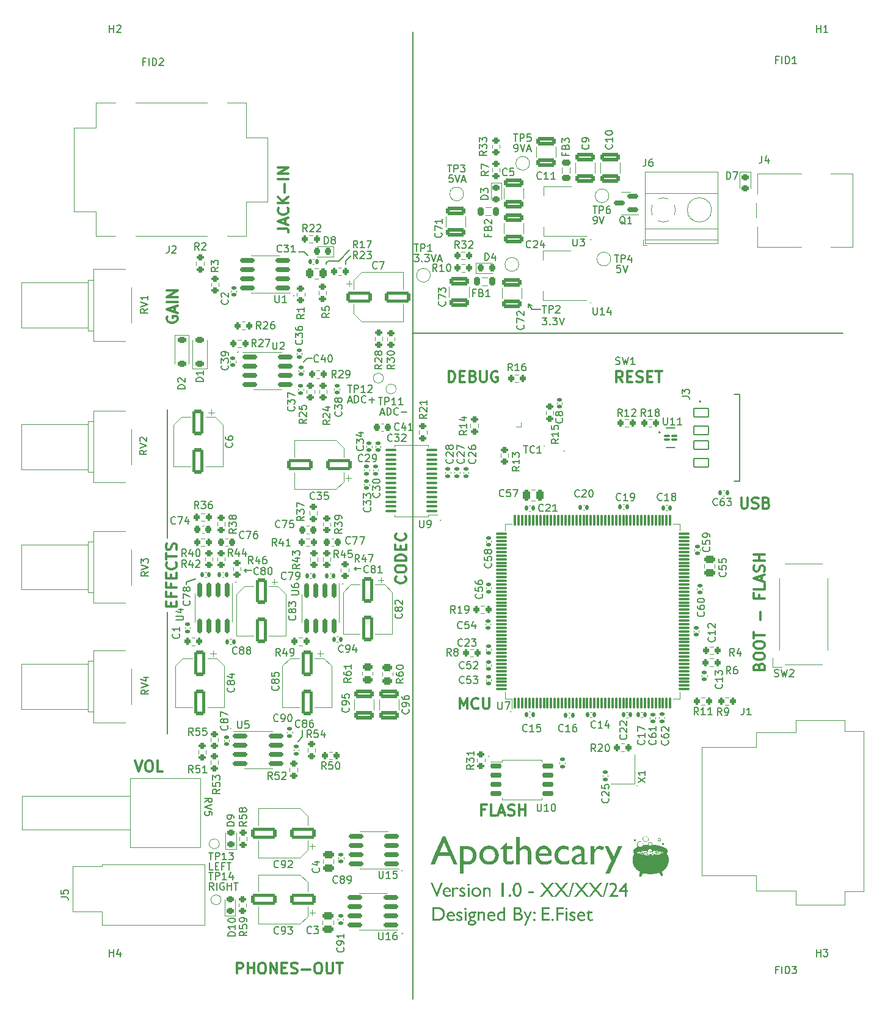
<source format=gbr>
G04 #@! TF.GenerationSoftware,KiCad,Pcbnew,7.0.9*
G04 #@! TF.CreationDate,2024-03-14T12:42:54+01:00*
G04 #@! TF.ProjectId,Apothecary - DSP Development Board,41706f74-6865-4636-9172-79202d204453,rev?*
G04 #@! TF.SameCoordinates,Original*
G04 #@! TF.FileFunction,Legend,Top*
G04 #@! TF.FilePolarity,Positive*
%FSLAX46Y46*%
G04 Gerber Fmt 4.6, Leading zero omitted, Abs format (unit mm)*
G04 Created by KiCad (PCBNEW 7.0.9) date 2024-03-14 12:42:54*
%MOMM*%
%LPD*%
G01*
G04 APERTURE LIST*
G04 Aperture macros list*
%AMRoundRect*
0 Rectangle with rounded corners*
0 $1 Rounding radius*
0 $2 $3 $4 $5 $6 $7 $8 $9 X,Y pos of 4 corners*
0 Add a 4 corners polygon primitive as box body*
4,1,4,$2,$3,$4,$5,$6,$7,$8,$9,$2,$3,0*
0 Add four circle primitives for the rounded corners*
1,1,$1+$1,$2,$3*
1,1,$1+$1,$4,$5*
1,1,$1+$1,$6,$7*
1,1,$1+$1,$8,$9*
0 Add four rect primitives between the rounded corners*
20,1,$1+$1,$2,$3,$4,$5,0*
20,1,$1+$1,$4,$5,$6,$7,0*
20,1,$1+$1,$6,$7,$8,$9,0*
20,1,$1+$1,$8,$9,$2,$3,0*%
G04 Aperture macros list end*
%ADD10C,0.150000*%
%ADD11C,0.300000*%
%ADD12C,0.200000*%
%ADD13C,0.120000*%
%ADD14C,0.127000*%
%ADD15C,0.100000*%
%ADD16C,0.010000*%
%ADD17O,1.800000X2.800000*%
%ADD18C,1.250000*%
%ADD19RoundRect,0.076200X1.000000X-0.600000X1.000000X0.600000X-1.000000X0.600000X-1.000000X-0.600000X0*%
%ADD20O,3.402400X1.777400*%
%ADD21RoundRect,0.250000X-0.450000X0.262500X-0.450000X-0.262500X0.450000X-0.262500X0.450000X0.262500X0*%
%ADD22RoundRect,0.250000X0.450000X-0.262500X0.450000X0.262500X-0.450000X0.262500X-0.450000X-0.262500X0*%
%ADD23RoundRect,0.250000X0.262500X0.450000X-0.262500X0.450000X-0.262500X-0.450000X0.262500X-0.450000X0*%
%ADD24RoundRect,0.150000X0.587500X0.150000X-0.587500X0.150000X-0.587500X-0.150000X0.587500X-0.150000X0*%
%ADD25RoundRect,0.250000X-1.100000X0.325000X-1.100000X-0.325000X1.100000X-0.325000X1.100000X0.325000X0*%
%ADD26RoundRect,0.225000X-0.225000X-0.250000X0.225000X-0.250000X0.225000X0.250000X-0.225000X0.250000X0*%
%ADD27RoundRect,0.225000X0.225000X0.250000X-0.225000X0.250000X-0.225000X-0.250000X0.225000X-0.250000X0*%
%ADD28RoundRect,0.250000X1.100000X-0.325000X1.100000X0.325000X-1.100000X0.325000X-1.100000X-0.325000X0*%
%ADD29RoundRect,0.140000X-0.170000X0.140000X-0.170000X-0.140000X0.170000X-0.140000X0.170000X0.140000X0*%
%ADD30RoundRect,0.250000X1.500000X0.550000X-1.500000X0.550000X-1.500000X-0.550000X1.500000X-0.550000X0*%
%ADD31RoundRect,0.250000X-0.550000X1.500000X-0.550000X-1.500000X0.550000X-1.500000X0.550000X1.500000X0*%
%ADD32RoundRect,0.250000X-1.500000X-0.550000X1.500000X-0.550000X1.500000X0.550000X-1.500000X0.550000X0*%
%ADD33RoundRect,0.200000X0.275000X-0.200000X0.275000X0.200000X-0.275000X0.200000X-0.275000X-0.200000X0*%
%ADD34RoundRect,0.200000X-0.200000X-0.275000X0.200000X-0.275000X0.200000X0.275000X-0.200000X0.275000X0*%
%ADD35RoundRect,0.140000X0.170000X-0.140000X0.170000X0.140000X-0.170000X0.140000X-0.170000X-0.140000X0*%
%ADD36RoundRect,0.218750X0.218750X0.256250X-0.218750X0.256250X-0.218750X-0.256250X0.218750X-0.256250X0*%
%ADD37C,4.600000*%
%ADD38C,1.800000*%
%ADD39RoundRect,0.140000X-0.140000X-0.170000X0.140000X-0.170000X0.140000X0.170000X-0.140000X0.170000X0*%
%ADD40RoundRect,0.140000X0.140000X0.170000X-0.140000X0.170000X-0.140000X-0.170000X0.140000X-0.170000X0*%
%ADD41RoundRect,0.150000X-0.825000X-0.150000X0.825000X-0.150000X0.825000X0.150000X-0.825000X0.150000X0*%
%ADD42R,2.410000X3.810000*%
%ADD43RoundRect,0.200000X-0.275000X0.200000X-0.275000X-0.200000X0.275000X-0.200000X0.275000X0.200000X0*%
%ADD44RoundRect,0.102000X-0.300000X-0.100000X0.300000X-0.100000X0.300000X0.100000X-0.300000X0.100000X0*%
%ADD45C,1.000000*%
%ADD46RoundRect,0.150000X0.825000X0.150000X-0.825000X0.150000X-0.825000X-0.150000X0.825000X-0.150000X0*%
%ADD47C,1.500000*%
%ADD48RoundRect,0.200000X0.200000X0.275000X-0.200000X0.275000X-0.200000X-0.275000X0.200000X-0.275000X0*%
%ADD49RoundRect,0.218750X0.256250X-0.218750X0.256250X0.218750X-0.256250X0.218750X-0.256250X-0.218750X0*%
%ADD50RoundRect,0.075000X0.075000X-0.675000X0.075000X0.675000X-0.075000X0.675000X-0.075000X-0.675000X0*%
%ADD51RoundRect,0.075000X0.675000X-0.075000X0.675000X0.075000X-0.675000X0.075000X-0.675000X-0.075000X0*%
%ADD52C,2.000000*%
%ADD53C,1.700000*%
%ADD54RoundRect,0.218750X0.218750X0.381250X-0.218750X0.381250X-0.218750X-0.381250X0.218750X-0.381250X0*%
%ADD55RoundRect,0.218750X-0.256250X0.218750X-0.256250X-0.218750X0.256250X-0.218750X0.256250X0.218750X0*%
%ADD56C,4.700000*%
%ADD57RoundRect,0.225000X-0.375000X0.225000X-0.375000X-0.225000X0.375000X-0.225000X0.375000X0.225000X0*%
%ADD58C,1.600000*%
%ADD59C,3.400000*%
%ADD60C,2.900000*%
%ADD61RoundRect,0.100000X0.637500X0.100000X-0.637500X0.100000X-0.637500X-0.100000X0.637500X-0.100000X0*%
%ADD62RoundRect,0.225000X0.375000X-0.225000X0.375000X0.225000X-0.375000X0.225000X-0.375000X-0.225000X0*%
%ADD63RoundRect,0.150000X-0.650000X-0.150000X0.650000X-0.150000X0.650000X0.150000X-0.650000X0.150000X0*%
%ADD64RoundRect,0.250000X-0.475000X0.250000X-0.475000X-0.250000X0.475000X-0.250000X0.475000X0.250000X0*%
%ADD65RoundRect,0.218750X0.381250X-0.218750X0.381250X0.218750X-0.381250X0.218750X-0.381250X-0.218750X0*%
%ADD66R,1.200000X1.400000*%
%ADD67RoundRect,0.150000X-0.150000X0.825000X-0.150000X-0.825000X0.150000X-0.825000X0.150000X0.825000X0*%
%ADD68R,3.810000X2.410000*%
%ADD69R,1.400000X2.100000*%
%ADD70C,0.990600*%
%ADD71C,2.374900*%
%ADD72C,0.787400*%
%ADD73R,2.000000X1.500000*%
%ADD74R,2.000000X3.800000*%
%ADD75R,2.000000X4.000000*%
%ADD76O,2.000000X3.300000*%
%ADD77O,3.500000X2.000000*%
%ADD78RoundRect,0.250000X0.475000X-0.250000X0.475000X0.250000X-0.475000X0.250000X-0.475000X-0.250000X0*%
%ADD79R,2.600000X2.600000*%
%ADD80C,2.600000*%
%ADD81C,3.000000*%
%ADD82RoundRect,0.218750X-0.218750X-0.256250X0.218750X-0.256250X0.218750X0.256250X-0.218750X0.256250X0*%
%ADD83RoundRect,0.250000X0.250000X0.475000X-0.250000X0.475000X-0.250000X-0.475000X0.250000X-0.475000X0*%
G04 APERTURE END LIST*
D10*
X165000000Y-60500000D02*
X165500000Y-60750000D01*
X165000000Y-61000000D02*
X165000000Y-60500000D01*
X165000000Y-60500000D02*
X165000000Y-61000000D01*
X165500000Y-61250000D02*
X165000000Y-60500000D01*
X166750000Y-61250000D02*
X165500000Y-61250000D01*
X180120000Y-127220000D02*
G75*
G03*
X180120000Y-127220000I-60000J0D01*
G01*
X159590000Y-123100000D02*
G75*
G03*
X159590000Y-123100000I-60000J0D01*
G01*
X162630000Y-116910000D02*
G75*
G03*
X162630000Y-116910000I-60000J0D01*
G01*
X170030000Y-80840000D02*
G75*
G03*
X170030000Y-80840000I-60000J0D01*
G01*
X167240000Y-80130000D02*
G75*
G03*
X167240000Y-80130000I-60000J0D01*
G01*
X173680000Y-60320000D02*
G75*
G03*
X173680000Y-60320000I-60000J0D01*
G01*
X173730000Y-51570000D02*
G75*
G03*
X173730000Y-51570000I-60000J0D01*
G01*
X132520000Y-59340000D02*
G75*
G03*
X132520000Y-59340000I-60000J0D01*
G01*
X124800000Y-67120000D02*
G75*
G03*
X124800000Y-67120000I-60000J0D01*
G01*
X152870000Y-90410000D02*
G75*
G03*
X152870000Y-90410000I-60000J0D01*
G01*
X139310000Y-99250000D02*
G75*
G03*
X139310000Y-99250000I-60000J0D01*
G01*
X124500000Y-99000000D02*
G75*
G03*
X124500000Y-99000000I-60000J0D01*
G01*
X123790000Y-119260000D02*
G75*
G03*
X123790000Y-119260000I-60000J0D01*
G01*
X147580000Y-147640000D02*
G75*
G03*
X147580000Y-147640000I-60000J0D01*
G01*
X147560000Y-138960000D02*
G75*
G03*
X147560000Y-138960000I-60000J0D01*
G01*
X126650000Y-97400000D02*
X125650000Y-97400000D01*
X125950000Y-97200000D02*
X125650000Y-97400000D01*
X125650000Y-97400000D02*
X125950000Y-97200000D01*
X125650000Y-97400000D02*
X125950000Y-97600000D01*
X138750000Y-54500000D02*
X140250000Y-53000000D01*
X138000000Y-54500000D02*
X138750000Y-54500000D01*
X137250000Y-54500000D02*
X138000000Y-54500000D01*
X137000000Y-54750000D02*
X137250000Y-54500000D01*
X137000000Y-55000000D02*
X137000000Y-54750000D01*
X139750000Y-54500000D02*
X139750000Y-55000000D01*
X140500000Y-53750000D02*
X139750000Y-54500000D01*
D11*
X194554510Y-87300828D02*
X194554510Y-88515114D01*
X194554510Y-88515114D02*
X194625939Y-88657971D01*
X194625939Y-88657971D02*
X194697368Y-88729400D01*
X194697368Y-88729400D02*
X194840225Y-88800828D01*
X194840225Y-88800828D02*
X195125939Y-88800828D01*
X195125939Y-88800828D02*
X195268796Y-88729400D01*
X195268796Y-88729400D02*
X195340225Y-88657971D01*
X195340225Y-88657971D02*
X195411653Y-88515114D01*
X195411653Y-88515114D02*
X195411653Y-87300828D01*
X196054511Y-88729400D02*
X196268797Y-88800828D01*
X196268797Y-88800828D02*
X196625939Y-88800828D01*
X196625939Y-88800828D02*
X196768797Y-88729400D01*
X196768797Y-88729400D02*
X196840225Y-88657971D01*
X196840225Y-88657971D02*
X196911654Y-88515114D01*
X196911654Y-88515114D02*
X196911654Y-88372257D01*
X196911654Y-88372257D02*
X196840225Y-88229400D01*
X196840225Y-88229400D02*
X196768797Y-88157971D01*
X196768797Y-88157971D02*
X196625939Y-88086542D01*
X196625939Y-88086542D02*
X196340225Y-88015114D01*
X196340225Y-88015114D02*
X196197368Y-87943685D01*
X196197368Y-87943685D02*
X196125939Y-87872257D01*
X196125939Y-87872257D02*
X196054511Y-87729400D01*
X196054511Y-87729400D02*
X196054511Y-87586542D01*
X196054511Y-87586542D02*
X196125939Y-87443685D01*
X196125939Y-87443685D02*
X196197368Y-87372257D01*
X196197368Y-87372257D02*
X196340225Y-87300828D01*
X196340225Y-87300828D02*
X196697368Y-87300828D01*
X196697368Y-87300828D02*
X196911654Y-87372257D01*
X198054510Y-88015114D02*
X198268796Y-88086542D01*
X198268796Y-88086542D02*
X198340225Y-88157971D01*
X198340225Y-88157971D02*
X198411653Y-88300828D01*
X198411653Y-88300828D02*
X198411653Y-88515114D01*
X198411653Y-88515114D02*
X198340225Y-88657971D01*
X198340225Y-88657971D02*
X198268796Y-88729400D01*
X198268796Y-88729400D02*
X198125939Y-88800828D01*
X198125939Y-88800828D02*
X197554510Y-88800828D01*
X197554510Y-88800828D02*
X197554510Y-87300828D01*
X197554510Y-87300828D02*
X198054510Y-87300828D01*
X198054510Y-87300828D02*
X198197368Y-87372257D01*
X198197368Y-87372257D02*
X198268796Y-87443685D01*
X198268796Y-87443685D02*
X198340225Y-87586542D01*
X198340225Y-87586542D02*
X198340225Y-87729400D01*
X198340225Y-87729400D02*
X198268796Y-87872257D01*
X198268796Y-87872257D02*
X198197368Y-87943685D01*
X198197368Y-87943685D02*
X198054510Y-88015114D01*
X198054510Y-88015114D02*
X197554510Y-88015114D01*
D10*
X134000000Y-53250000D02*
X134500000Y-53750000D01*
X133100000Y-121050000D02*
X133700000Y-120450000D01*
X148950000Y-64500000D02*
X208650000Y-64500000D01*
D12*
X115000000Y-92850000D02*
X115000000Y-75150000D01*
D10*
X117600000Y-99350000D02*
X117600000Y-98950000D01*
X133200000Y-53250000D02*
X134000000Y-53250000D01*
X134360000Y-68030000D02*
X133910000Y-68480000D01*
D12*
X115000000Y-103150000D02*
X115000000Y-119950000D01*
D10*
X149000000Y-22750000D02*
X149000000Y-156750000D01*
X135020000Y-68030000D02*
X134360000Y-68030000D01*
X140862032Y-97150000D02*
X141162032Y-97350000D01*
X141862032Y-97150000D02*
X140862032Y-97150000D01*
X141162032Y-96950000D02*
X140862032Y-97150000D01*
X140862032Y-97150000D02*
X141162032Y-96950000D01*
X133700000Y-120450000D02*
X133700000Y-119450000D01*
X117600000Y-98950000D02*
X118900000Y-98550000D01*
X174134398Y-49369819D02*
X174324874Y-49369819D01*
X174324874Y-49369819D02*
X174420112Y-49322200D01*
X174420112Y-49322200D02*
X174467731Y-49274580D01*
X174467731Y-49274580D02*
X174562969Y-49131723D01*
X174562969Y-49131723D02*
X174610588Y-48941247D01*
X174610588Y-48941247D02*
X174610588Y-48560295D01*
X174610588Y-48560295D02*
X174562969Y-48465057D01*
X174562969Y-48465057D02*
X174515350Y-48417438D01*
X174515350Y-48417438D02*
X174420112Y-48369819D01*
X174420112Y-48369819D02*
X174229636Y-48369819D01*
X174229636Y-48369819D02*
X174134398Y-48417438D01*
X174134398Y-48417438D02*
X174086779Y-48465057D01*
X174086779Y-48465057D02*
X174039160Y-48560295D01*
X174039160Y-48560295D02*
X174039160Y-48798390D01*
X174039160Y-48798390D02*
X174086779Y-48893628D01*
X174086779Y-48893628D02*
X174134398Y-48941247D01*
X174134398Y-48941247D02*
X174229636Y-48988866D01*
X174229636Y-48988866D02*
X174420112Y-48988866D01*
X174420112Y-48988866D02*
X174515350Y-48941247D01*
X174515350Y-48941247D02*
X174562969Y-48893628D01*
X174562969Y-48893628D02*
X174610588Y-48798390D01*
X174896303Y-48369819D02*
X175229636Y-49369819D01*
X175229636Y-49369819D02*
X175562969Y-48369819D01*
X121312969Y-138869819D02*
X120836779Y-138869819D01*
X120836779Y-138869819D02*
X120836779Y-137869819D01*
X121646303Y-138346009D02*
X121979636Y-138346009D01*
X122122493Y-138869819D02*
X121646303Y-138869819D01*
X121646303Y-138869819D02*
X121646303Y-137869819D01*
X121646303Y-137869819D02*
X122122493Y-137869819D01*
X122884398Y-138346009D02*
X122551065Y-138346009D01*
X122551065Y-138869819D02*
X122551065Y-137869819D01*
X122551065Y-137869819D02*
X123027255Y-137869819D01*
X123265351Y-137869819D02*
X123836779Y-137869819D01*
X123551065Y-138869819D02*
X123551065Y-137869819D01*
X149241541Y-53619819D02*
X149860588Y-53619819D01*
X149860588Y-53619819D02*
X149527255Y-54000771D01*
X149527255Y-54000771D02*
X149670112Y-54000771D01*
X149670112Y-54000771D02*
X149765350Y-54048390D01*
X149765350Y-54048390D02*
X149812969Y-54096009D01*
X149812969Y-54096009D02*
X149860588Y-54191247D01*
X149860588Y-54191247D02*
X149860588Y-54429342D01*
X149860588Y-54429342D02*
X149812969Y-54524580D01*
X149812969Y-54524580D02*
X149765350Y-54572200D01*
X149765350Y-54572200D02*
X149670112Y-54619819D01*
X149670112Y-54619819D02*
X149384398Y-54619819D01*
X149384398Y-54619819D02*
X149289160Y-54572200D01*
X149289160Y-54572200D02*
X149241541Y-54524580D01*
X150289160Y-54524580D02*
X150336779Y-54572200D01*
X150336779Y-54572200D02*
X150289160Y-54619819D01*
X150289160Y-54619819D02*
X150241541Y-54572200D01*
X150241541Y-54572200D02*
X150289160Y-54524580D01*
X150289160Y-54524580D02*
X150289160Y-54619819D01*
X150670112Y-53619819D02*
X151289159Y-53619819D01*
X151289159Y-53619819D02*
X150955826Y-54000771D01*
X150955826Y-54000771D02*
X151098683Y-54000771D01*
X151098683Y-54000771D02*
X151193921Y-54048390D01*
X151193921Y-54048390D02*
X151241540Y-54096009D01*
X151241540Y-54096009D02*
X151289159Y-54191247D01*
X151289159Y-54191247D02*
X151289159Y-54429342D01*
X151289159Y-54429342D02*
X151241540Y-54524580D01*
X151241540Y-54524580D02*
X151193921Y-54572200D01*
X151193921Y-54572200D02*
X151098683Y-54619819D01*
X151098683Y-54619819D02*
X150812969Y-54619819D01*
X150812969Y-54619819D02*
X150717731Y-54572200D01*
X150717731Y-54572200D02*
X150670112Y-54524580D01*
X151574874Y-53619819D02*
X151908207Y-54619819D01*
X151908207Y-54619819D02*
X152241540Y-53619819D01*
X152527255Y-54334104D02*
X153003445Y-54334104D01*
X152432017Y-54619819D02*
X152765350Y-53619819D01*
X152765350Y-53619819D02*
X153098683Y-54619819D01*
D11*
X155554510Y-116550828D02*
X155554510Y-115050828D01*
X155554510Y-115050828D02*
X156054510Y-116122257D01*
X156054510Y-116122257D02*
X156554510Y-115050828D01*
X156554510Y-115050828D02*
X156554510Y-116550828D01*
X158125939Y-116407971D02*
X158054511Y-116479400D01*
X158054511Y-116479400D02*
X157840225Y-116550828D01*
X157840225Y-116550828D02*
X157697368Y-116550828D01*
X157697368Y-116550828D02*
X157483082Y-116479400D01*
X157483082Y-116479400D02*
X157340225Y-116336542D01*
X157340225Y-116336542D02*
X157268796Y-116193685D01*
X157268796Y-116193685D02*
X157197368Y-115907971D01*
X157197368Y-115907971D02*
X157197368Y-115693685D01*
X157197368Y-115693685D02*
X157268796Y-115407971D01*
X157268796Y-115407971D02*
X157340225Y-115265114D01*
X157340225Y-115265114D02*
X157483082Y-115122257D01*
X157483082Y-115122257D02*
X157697368Y-115050828D01*
X157697368Y-115050828D02*
X157840225Y-115050828D01*
X157840225Y-115050828D02*
X158054511Y-115122257D01*
X158054511Y-115122257D02*
X158125939Y-115193685D01*
X158768796Y-115050828D02*
X158768796Y-116265114D01*
X158768796Y-116265114D02*
X158840225Y-116407971D01*
X158840225Y-116407971D02*
X158911654Y-116479400D01*
X158911654Y-116479400D02*
X159054511Y-116550828D01*
X159054511Y-116550828D02*
X159340225Y-116550828D01*
X159340225Y-116550828D02*
X159483082Y-116479400D01*
X159483082Y-116479400D02*
X159554511Y-116407971D01*
X159554511Y-116407971D02*
X159625939Y-116265114D01*
X159625939Y-116265114D02*
X159625939Y-115050828D01*
X114972257Y-62209774D02*
X114900828Y-62352632D01*
X114900828Y-62352632D02*
X114900828Y-62566917D01*
X114900828Y-62566917D02*
X114972257Y-62781203D01*
X114972257Y-62781203D02*
X115115114Y-62924060D01*
X115115114Y-62924060D02*
X115257971Y-62995489D01*
X115257971Y-62995489D02*
X115543685Y-63066917D01*
X115543685Y-63066917D02*
X115757971Y-63066917D01*
X115757971Y-63066917D02*
X116043685Y-62995489D01*
X116043685Y-62995489D02*
X116186542Y-62924060D01*
X116186542Y-62924060D02*
X116329400Y-62781203D01*
X116329400Y-62781203D02*
X116400828Y-62566917D01*
X116400828Y-62566917D02*
X116400828Y-62424060D01*
X116400828Y-62424060D02*
X116329400Y-62209774D01*
X116329400Y-62209774D02*
X116257971Y-62138346D01*
X116257971Y-62138346D02*
X115757971Y-62138346D01*
X115757971Y-62138346D02*
X115757971Y-62424060D01*
X115972257Y-61566917D02*
X115972257Y-60852632D01*
X116400828Y-61709774D02*
X114900828Y-61209774D01*
X114900828Y-61209774D02*
X116400828Y-60709774D01*
X116400828Y-60209775D02*
X114900828Y-60209775D01*
X116400828Y-59495489D02*
X114900828Y-59495489D01*
X114900828Y-59495489D02*
X116400828Y-58638346D01*
X116400828Y-58638346D02*
X114900828Y-58638346D01*
X147957971Y-98238346D02*
X148029400Y-98309774D01*
X148029400Y-98309774D02*
X148100828Y-98524060D01*
X148100828Y-98524060D02*
X148100828Y-98666917D01*
X148100828Y-98666917D02*
X148029400Y-98881203D01*
X148029400Y-98881203D02*
X147886542Y-99024060D01*
X147886542Y-99024060D02*
X147743685Y-99095489D01*
X147743685Y-99095489D02*
X147457971Y-99166917D01*
X147457971Y-99166917D02*
X147243685Y-99166917D01*
X147243685Y-99166917D02*
X146957971Y-99095489D01*
X146957971Y-99095489D02*
X146815114Y-99024060D01*
X146815114Y-99024060D02*
X146672257Y-98881203D01*
X146672257Y-98881203D02*
X146600828Y-98666917D01*
X146600828Y-98666917D02*
X146600828Y-98524060D01*
X146600828Y-98524060D02*
X146672257Y-98309774D01*
X146672257Y-98309774D02*
X146743685Y-98238346D01*
X146600828Y-97309774D02*
X146600828Y-97024060D01*
X146600828Y-97024060D02*
X146672257Y-96881203D01*
X146672257Y-96881203D02*
X146815114Y-96738346D01*
X146815114Y-96738346D02*
X147100828Y-96666917D01*
X147100828Y-96666917D02*
X147600828Y-96666917D01*
X147600828Y-96666917D02*
X147886542Y-96738346D01*
X147886542Y-96738346D02*
X148029400Y-96881203D01*
X148029400Y-96881203D02*
X148100828Y-97024060D01*
X148100828Y-97024060D02*
X148100828Y-97309774D01*
X148100828Y-97309774D02*
X148029400Y-97452632D01*
X148029400Y-97452632D02*
X147886542Y-97595489D01*
X147886542Y-97595489D02*
X147600828Y-97666917D01*
X147600828Y-97666917D02*
X147100828Y-97666917D01*
X147100828Y-97666917D02*
X146815114Y-97595489D01*
X146815114Y-97595489D02*
X146672257Y-97452632D01*
X146672257Y-97452632D02*
X146600828Y-97309774D01*
X148100828Y-96024060D02*
X146600828Y-96024060D01*
X146600828Y-96024060D02*
X146600828Y-95666917D01*
X146600828Y-95666917D02*
X146672257Y-95452631D01*
X146672257Y-95452631D02*
X146815114Y-95309774D01*
X146815114Y-95309774D02*
X146957971Y-95238345D01*
X146957971Y-95238345D02*
X147243685Y-95166917D01*
X147243685Y-95166917D02*
X147457971Y-95166917D01*
X147457971Y-95166917D02*
X147743685Y-95238345D01*
X147743685Y-95238345D02*
X147886542Y-95309774D01*
X147886542Y-95309774D02*
X148029400Y-95452631D01*
X148029400Y-95452631D02*
X148100828Y-95666917D01*
X148100828Y-95666917D02*
X148100828Y-96024060D01*
X147315114Y-94524060D02*
X147315114Y-94024060D01*
X148100828Y-93809774D02*
X148100828Y-94524060D01*
X148100828Y-94524060D02*
X146600828Y-94524060D01*
X146600828Y-94524060D02*
X146600828Y-93809774D01*
X147957971Y-92309774D02*
X148029400Y-92381202D01*
X148029400Y-92381202D02*
X148100828Y-92595488D01*
X148100828Y-92595488D02*
X148100828Y-92738345D01*
X148100828Y-92738345D02*
X148029400Y-92952631D01*
X148029400Y-92952631D02*
X147886542Y-93095488D01*
X147886542Y-93095488D02*
X147743685Y-93166917D01*
X147743685Y-93166917D02*
X147457971Y-93238345D01*
X147457971Y-93238345D02*
X147243685Y-93238345D01*
X147243685Y-93238345D02*
X146957971Y-93166917D01*
X146957971Y-93166917D02*
X146815114Y-93095488D01*
X146815114Y-93095488D02*
X146672257Y-92952631D01*
X146672257Y-92952631D02*
X146600828Y-92738345D01*
X146600828Y-92738345D02*
X146600828Y-92595488D01*
X146600828Y-92595488D02*
X146672257Y-92381202D01*
X146672257Y-92381202D02*
X146743685Y-92309774D01*
X154024510Y-71260828D02*
X154024510Y-69760828D01*
X154024510Y-69760828D02*
X154381653Y-69760828D01*
X154381653Y-69760828D02*
X154595939Y-69832257D01*
X154595939Y-69832257D02*
X154738796Y-69975114D01*
X154738796Y-69975114D02*
X154810225Y-70117971D01*
X154810225Y-70117971D02*
X154881653Y-70403685D01*
X154881653Y-70403685D02*
X154881653Y-70617971D01*
X154881653Y-70617971D02*
X154810225Y-70903685D01*
X154810225Y-70903685D02*
X154738796Y-71046542D01*
X154738796Y-71046542D02*
X154595939Y-71189400D01*
X154595939Y-71189400D02*
X154381653Y-71260828D01*
X154381653Y-71260828D02*
X154024510Y-71260828D01*
X155524510Y-70475114D02*
X156024510Y-70475114D01*
X156238796Y-71260828D02*
X155524510Y-71260828D01*
X155524510Y-71260828D02*
X155524510Y-69760828D01*
X155524510Y-69760828D02*
X156238796Y-69760828D01*
X157381653Y-70475114D02*
X157595939Y-70546542D01*
X157595939Y-70546542D02*
X157667368Y-70617971D01*
X157667368Y-70617971D02*
X157738796Y-70760828D01*
X157738796Y-70760828D02*
X157738796Y-70975114D01*
X157738796Y-70975114D02*
X157667368Y-71117971D01*
X157667368Y-71117971D02*
X157595939Y-71189400D01*
X157595939Y-71189400D02*
X157453082Y-71260828D01*
X157453082Y-71260828D02*
X156881653Y-71260828D01*
X156881653Y-71260828D02*
X156881653Y-69760828D01*
X156881653Y-69760828D02*
X157381653Y-69760828D01*
X157381653Y-69760828D02*
X157524511Y-69832257D01*
X157524511Y-69832257D02*
X157595939Y-69903685D01*
X157595939Y-69903685D02*
X157667368Y-70046542D01*
X157667368Y-70046542D02*
X157667368Y-70189400D01*
X157667368Y-70189400D02*
X157595939Y-70332257D01*
X157595939Y-70332257D02*
X157524511Y-70403685D01*
X157524511Y-70403685D02*
X157381653Y-70475114D01*
X157381653Y-70475114D02*
X156881653Y-70475114D01*
X158381653Y-69760828D02*
X158381653Y-70975114D01*
X158381653Y-70975114D02*
X158453082Y-71117971D01*
X158453082Y-71117971D02*
X158524511Y-71189400D01*
X158524511Y-71189400D02*
X158667368Y-71260828D01*
X158667368Y-71260828D02*
X158953082Y-71260828D01*
X158953082Y-71260828D02*
X159095939Y-71189400D01*
X159095939Y-71189400D02*
X159167368Y-71117971D01*
X159167368Y-71117971D02*
X159238796Y-70975114D01*
X159238796Y-70975114D02*
X159238796Y-69760828D01*
X160738797Y-69832257D02*
X160595940Y-69760828D01*
X160595940Y-69760828D02*
X160381654Y-69760828D01*
X160381654Y-69760828D02*
X160167368Y-69832257D01*
X160167368Y-69832257D02*
X160024511Y-69975114D01*
X160024511Y-69975114D02*
X159953082Y-70117971D01*
X159953082Y-70117971D02*
X159881654Y-70403685D01*
X159881654Y-70403685D02*
X159881654Y-70617971D01*
X159881654Y-70617971D02*
X159953082Y-70903685D01*
X159953082Y-70903685D02*
X160024511Y-71046542D01*
X160024511Y-71046542D02*
X160167368Y-71189400D01*
X160167368Y-71189400D02*
X160381654Y-71260828D01*
X160381654Y-71260828D02*
X160524511Y-71260828D01*
X160524511Y-71260828D02*
X160738797Y-71189400D01*
X160738797Y-71189400D02*
X160810225Y-71117971D01*
X160810225Y-71117971D02*
X160810225Y-70617971D01*
X160810225Y-70617971D02*
X160524511Y-70617971D01*
X130300828Y-50016917D02*
X131372257Y-50016917D01*
X131372257Y-50016917D02*
X131586542Y-50088346D01*
X131586542Y-50088346D02*
X131729400Y-50231203D01*
X131729400Y-50231203D02*
X131800828Y-50445489D01*
X131800828Y-50445489D02*
X131800828Y-50588346D01*
X131372257Y-49374060D02*
X131372257Y-48659775D01*
X131800828Y-49516917D02*
X130300828Y-49016917D01*
X130300828Y-49016917D02*
X131800828Y-48516917D01*
X131657971Y-47159775D02*
X131729400Y-47231203D01*
X131729400Y-47231203D02*
X131800828Y-47445489D01*
X131800828Y-47445489D02*
X131800828Y-47588346D01*
X131800828Y-47588346D02*
X131729400Y-47802632D01*
X131729400Y-47802632D02*
X131586542Y-47945489D01*
X131586542Y-47945489D02*
X131443685Y-48016918D01*
X131443685Y-48016918D02*
X131157971Y-48088346D01*
X131157971Y-48088346D02*
X130943685Y-48088346D01*
X130943685Y-48088346D02*
X130657971Y-48016918D01*
X130657971Y-48016918D02*
X130515114Y-47945489D01*
X130515114Y-47945489D02*
X130372257Y-47802632D01*
X130372257Y-47802632D02*
X130300828Y-47588346D01*
X130300828Y-47588346D02*
X130300828Y-47445489D01*
X130300828Y-47445489D02*
X130372257Y-47231203D01*
X130372257Y-47231203D02*
X130443685Y-47159775D01*
X131800828Y-46516918D02*
X130300828Y-46516918D01*
X131800828Y-45659775D02*
X130943685Y-46302632D01*
X130300828Y-45659775D02*
X131157971Y-46516918D01*
X131229400Y-45016918D02*
X131229400Y-43874061D01*
X131800828Y-43159775D02*
X130300828Y-43159775D01*
X131800828Y-42445489D02*
X130300828Y-42445489D01*
X130300828Y-42445489D02*
X131800828Y-41588346D01*
X131800828Y-41588346D02*
X130300828Y-41588346D01*
X178111653Y-71300828D02*
X177611653Y-70586542D01*
X177254510Y-71300828D02*
X177254510Y-69800828D01*
X177254510Y-69800828D02*
X177825939Y-69800828D01*
X177825939Y-69800828D02*
X177968796Y-69872257D01*
X177968796Y-69872257D02*
X178040225Y-69943685D01*
X178040225Y-69943685D02*
X178111653Y-70086542D01*
X178111653Y-70086542D02*
X178111653Y-70300828D01*
X178111653Y-70300828D02*
X178040225Y-70443685D01*
X178040225Y-70443685D02*
X177968796Y-70515114D01*
X177968796Y-70515114D02*
X177825939Y-70586542D01*
X177825939Y-70586542D02*
X177254510Y-70586542D01*
X178754510Y-70515114D02*
X179254510Y-70515114D01*
X179468796Y-71300828D02*
X178754510Y-71300828D01*
X178754510Y-71300828D02*
X178754510Y-69800828D01*
X178754510Y-69800828D02*
X179468796Y-69800828D01*
X180040225Y-71229400D02*
X180254511Y-71300828D01*
X180254511Y-71300828D02*
X180611653Y-71300828D01*
X180611653Y-71300828D02*
X180754511Y-71229400D01*
X180754511Y-71229400D02*
X180825939Y-71157971D01*
X180825939Y-71157971D02*
X180897368Y-71015114D01*
X180897368Y-71015114D02*
X180897368Y-70872257D01*
X180897368Y-70872257D02*
X180825939Y-70729400D01*
X180825939Y-70729400D02*
X180754511Y-70657971D01*
X180754511Y-70657971D02*
X180611653Y-70586542D01*
X180611653Y-70586542D02*
X180325939Y-70515114D01*
X180325939Y-70515114D02*
X180183082Y-70443685D01*
X180183082Y-70443685D02*
X180111653Y-70372257D01*
X180111653Y-70372257D02*
X180040225Y-70229400D01*
X180040225Y-70229400D02*
X180040225Y-70086542D01*
X180040225Y-70086542D02*
X180111653Y-69943685D01*
X180111653Y-69943685D02*
X180183082Y-69872257D01*
X180183082Y-69872257D02*
X180325939Y-69800828D01*
X180325939Y-69800828D02*
X180683082Y-69800828D01*
X180683082Y-69800828D02*
X180897368Y-69872257D01*
X181540224Y-70515114D02*
X182040224Y-70515114D01*
X182254510Y-71300828D02*
X181540224Y-71300828D01*
X181540224Y-71300828D02*
X181540224Y-69800828D01*
X181540224Y-69800828D02*
X182254510Y-69800828D01*
X182683082Y-69800828D02*
X183540225Y-69800828D01*
X183111653Y-71300828D02*
X183111653Y-69800828D01*
X197015114Y-110695489D02*
X197086542Y-110481203D01*
X197086542Y-110481203D02*
X197157971Y-110409774D01*
X197157971Y-110409774D02*
X197300828Y-110338346D01*
X197300828Y-110338346D02*
X197515114Y-110338346D01*
X197515114Y-110338346D02*
X197657971Y-110409774D01*
X197657971Y-110409774D02*
X197729400Y-110481203D01*
X197729400Y-110481203D02*
X197800828Y-110624060D01*
X197800828Y-110624060D02*
X197800828Y-111195489D01*
X197800828Y-111195489D02*
X196300828Y-111195489D01*
X196300828Y-111195489D02*
X196300828Y-110695489D01*
X196300828Y-110695489D02*
X196372257Y-110552632D01*
X196372257Y-110552632D02*
X196443685Y-110481203D01*
X196443685Y-110481203D02*
X196586542Y-110409774D01*
X196586542Y-110409774D02*
X196729400Y-110409774D01*
X196729400Y-110409774D02*
X196872257Y-110481203D01*
X196872257Y-110481203D02*
X196943685Y-110552632D01*
X196943685Y-110552632D02*
X197015114Y-110695489D01*
X197015114Y-110695489D02*
X197015114Y-111195489D01*
X196300828Y-109409774D02*
X196300828Y-109124060D01*
X196300828Y-109124060D02*
X196372257Y-108981203D01*
X196372257Y-108981203D02*
X196515114Y-108838346D01*
X196515114Y-108838346D02*
X196800828Y-108766917D01*
X196800828Y-108766917D02*
X197300828Y-108766917D01*
X197300828Y-108766917D02*
X197586542Y-108838346D01*
X197586542Y-108838346D02*
X197729400Y-108981203D01*
X197729400Y-108981203D02*
X197800828Y-109124060D01*
X197800828Y-109124060D02*
X197800828Y-109409774D01*
X197800828Y-109409774D02*
X197729400Y-109552632D01*
X197729400Y-109552632D02*
X197586542Y-109695489D01*
X197586542Y-109695489D02*
X197300828Y-109766917D01*
X197300828Y-109766917D02*
X196800828Y-109766917D01*
X196800828Y-109766917D02*
X196515114Y-109695489D01*
X196515114Y-109695489D02*
X196372257Y-109552632D01*
X196372257Y-109552632D02*
X196300828Y-109409774D01*
X196300828Y-107838345D02*
X196300828Y-107552631D01*
X196300828Y-107552631D02*
X196372257Y-107409774D01*
X196372257Y-107409774D02*
X196515114Y-107266917D01*
X196515114Y-107266917D02*
X196800828Y-107195488D01*
X196800828Y-107195488D02*
X197300828Y-107195488D01*
X197300828Y-107195488D02*
X197586542Y-107266917D01*
X197586542Y-107266917D02*
X197729400Y-107409774D01*
X197729400Y-107409774D02*
X197800828Y-107552631D01*
X197800828Y-107552631D02*
X197800828Y-107838345D01*
X197800828Y-107838345D02*
X197729400Y-107981203D01*
X197729400Y-107981203D02*
X197586542Y-108124060D01*
X197586542Y-108124060D02*
X197300828Y-108195488D01*
X197300828Y-108195488D02*
X196800828Y-108195488D01*
X196800828Y-108195488D02*
X196515114Y-108124060D01*
X196515114Y-108124060D02*
X196372257Y-107981203D01*
X196372257Y-107981203D02*
X196300828Y-107838345D01*
X196300828Y-106766916D02*
X196300828Y-105909774D01*
X197800828Y-106338345D02*
X196300828Y-106338345D01*
X197229400Y-104266917D02*
X197229400Y-103124060D01*
X197015114Y-100766917D02*
X197015114Y-101266917D01*
X197800828Y-101266917D02*
X196300828Y-101266917D01*
X196300828Y-101266917D02*
X196300828Y-100552631D01*
X197800828Y-99266917D02*
X197800828Y-99981203D01*
X197800828Y-99981203D02*
X196300828Y-99981203D01*
X197372257Y-98838345D02*
X197372257Y-98124060D01*
X197800828Y-98981202D02*
X196300828Y-98481202D01*
X196300828Y-98481202D02*
X197800828Y-97981202D01*
X197729400Y-97552631D02*
X197800828Y-97338346D01*
X197800828Y-97338346D02*
X197800828Y-96981203D01*
X197800828Y-96981203D02*
X197729400Y-96838346D01*
X197729400Y-96838346D02*
X197657971Y-96766917D01*
X197657971Y-96766917D02*
X197515114Y-96695488D01*
X197515114Y-96695488D02*
X197372257Y-96695488D01*
X197372257Y-96695488D02*
X197229400Y-96766917D01*
X197229400Y-96766917D02*
X197157971Y-96838346D01*
X197157971Y-96838346D02*
X197086542Y-96981203D01*
X197086542Y-96981203D02*
X197015114Y-97266917D01*
X197015114Y-97266917D02*
X196943685Y-97409774D01*
X196943685Y-97409774D02*
X196872257Y-97481203D01*
X196872257Y-97481203D02*
X196729400Y-97552631D01*
X196729400Y-97552631D02*
X196586542Y-97552631D01*
X196586542Y-97552631D02*
X196443685Y-97481203D01*
X196443685Y-97481203D02*
X196372257Y-97409774D01*
X196372257Y-97409774D02*
X196300828Y-97266917D01*
X196300828Y-97266917D02*
X196300828Y-96909774D01*
X196300828Y-96909774D02*
X196372257Y-96695488D01*
X197800828Y-96052632D02*
X196300828Y-96052632D01*
X197015114Y-96052632D02*
X197015114Y-95195489D01*
X197800828Y-95195489D02*
X196300828Y-95195489D01*
D10*
X163134398Y-39369819D02*
X163324874Y-39369819D01*
X163324874Y-39369819D02*
X163420112Y-39322200D01*
X163420112Y-39322200D02*
X163467731Y-39274580D01*
X163467731Y-39274580D02*
X163562969Y-39131723D01*
X163562969Y-39131723D02*
X163610588Y-38941247D01*
X163610588Y-38941247D02*
X163610588Y-38560295D01*
X163610588Y-38560295D02*
X163562969Y-38465057D01*
X163562969Y-38465057D02*
X163515350Y-38417438D01*
X163515350Y-38417438D02*
X163420112Y-38369819D01*
X163420112Y-38369819D02*
X163229636Y-38369819D01*
X163229636Y-38369819D02*
X163134398Y-38417438D01*
X163134398Y-38417438D02*
X163086779Y-38465057D01*
X163086779Y-38465057D02*
X163039160Y-38560295D01*
X163039160Y-38560295D02*
X163039160Y-38798390D01*
X163039160Y-38798390D02*
X163086779Y-38893628D01*
X163086779Y-38893628D02*
X163134398Y-38941247D01*
X163134398Y-38941247D02*
X163229636Y-38988866D01*
X163229636Y-38988866D02*
X163420112Y-38988866D01*
X163420112Y-38988866D02*
X163515350Y-38941247D01*
X163515350Y-38941247D02*
X163562969Y-38893628D01*
X163562969Y-38893628D02*
X163610588Y-38798390D01*
X163896303Y-38369819D02*
X164229636Y-39369819D01*
X164229636Y-39369819D02*
X164562969Y-38369819D01*
X164848684Y-39084104D02*
X165324874Y-39084104D01*
X164753446Y-39369819D02*
X165086779Y-38369819D01*
X165086779Y-38369819D02*
X165420112Y-39369819D01*
D11*
X110540225Y-123750828D02*
X111040225Y-125250828D01*
X111040225Y-125250828D02*
X111540225Y-123750828D01*
X112325939Y-123750828D02*
X112611653Y-123750828D01*
X112611653Y-123750828D02*
X112754510Y-123822257D01*
X112754510Y-123822257D02*
X112897367Y-123965114D01*
X112897367Y-123965114D02*
X112968796Y-124250828D01*
X112968796Y-124250828D02*
X112968796Y-124750828D01*
X112968796Y-124750828D02*
X112897367Y-125036542D01*
X112897367Y-125036542D02*
X112754510Y-125179400D01*
X112754510Y-125179400D02*
X112611653Y-125250828D01*
X112611653Y-125250828D02*
X112325939Y-125250828D01*
X112325939Y-125250828D02*
X112183082Y-125179400D01*
X112183082Y-125179400D02*
X112040224Y-125036542D01*
X112040224Y-125036542D02*
X111968796Y-124750828D01*
X111968796Y-124750828D02*
X111968796Y-124250828D01*
X111968796Y-124250828D02*
X112040224Y-123965114D01*
X112040224Y-123965114D02*
X112183082Y-123822257D01*
X112183082Y-123822257D02*
X112325939Y-123750828D01*
X114325939Y-125250828D02*
X113611653Y-125250828D01*
X113611653Y-125250828D02*
X113611653Y-123750828D01*
D10*
X166991541Y-62369819D02*
X167610588Y-62369819D01*
X167610588Y-62369819D02*
X167277255Y-62750771D01*
X167277255Y-62750771D02*
X167420112Y-62750771D01*
X167420112Y-62750771D02*
X167515350Y-62798390D01*
X167515350Y-62798390D02*
X167562969Y-62846009D01*
X167562969Y-62846009D02*
X167610588Y-62941247D01*
X167610588Y-62941247D02*
X167610588Y-63179342D01*
X167610588Y-63179342D02*
X167562969Y-63274580D01*
X167562969Y-63274580D02*
X167515350Y-63322200D01*
X167515350Y-63322200D02*
X167420112Y-63369819D01*
X167420112Y-63369819D02*
X167134398Y-63369819D01*
X167134398Y-63369819D02*
X167039160Y-63322200D01*
X167039160Y-63322200D02*
X166991541Y-63274580D01*
X168039160Y-63274580D02*
X168086779Y-63322200D01*
X168086779Y-63322200D02*
X168039160Y-63369819D01*
X168039160Y-63369819D02*
X167991541Y-63322200D01*
X167991541Y-63322200D02*
X168039160Y-63274580D01*
X168039160Y-63274580D02*
X168039160Y-63369819D01*
X168420112Y-62369819D02*
X169039159Y-62369819D01*
X169039159Y-62369819D02*
X168705826Y-62750771D01*
X168705826Y-62750771D02*
X168848683Y-62750771D01*
X168848683Y-62750771D02*
X168943921Y-62798390D01*
X168943921Y-62798390D02*
X168991540Y-62846009D01*
X168991540Y-62846009D02*
X169039159Y-62941247D01*
X169039159Y-62941247D02*
X169039159Y-63179342D01*
X169039159Y-63179342D02*
X168991540Y-63274580D01*
X168991540Y-63274580D02*
X168943921Y-63322200D01*
X168943921Y-63322200D02*
X168848683Y-63369819D01*
X168848683Y-63369819D02*
X168562969Y-63369819D01*
X168562969Y-63369819D02*
X168467731Y-63322200D01*
X168467731Y-63322200D02*
X168420112Y-63274580D01*
X169324874Y-62369819D02*
X169658207Y-63369819D01*
X169658207Y-63369819D02*
X169991540Y-62369819D01*
D11*
X115515114Y-102395489D02*
X115515114Y-101895489D01*
X116300828Y-101681203D02*
X116300828Y-102395489D01*
X116300828Y-102395489D02*
X114800828Y-102395489D01*
X114800828Y-102395489D02*
X114800828Y-101681203D01*
X115515114Y-100538346D02*
X115515114Y-101038346D01*
X116300828Y-101038346D02*
X114800828Y-101038346D01*
X114800828Y-101038346D02*
X114800828Y-100324060D01*
X115515114Y-99252632D02*
X115515114Y-99752632D01*
X116300828Y-99752632D02*
X114800828Y-99752632D01*
X114800828Y-99752632D02*
X114800828Y-99038346D01*
X115515114Y-98466918D02*
X115515114Y-97966918D01*
X116300828Y-97752632D02*
X116300828Y-98466918D01*
X116300828Y-98466918D02*
X114800828Y-98466918D01*
X114800828Y-98466918D02*
X114800828Y-97752632D01*
X116157971Y-96252632D02*
X116229400Y-96324060D01*
X116229400Y-96324060D02*
X116300828Y-96538346D01*
X116300828Y-96538346D02*
X116300828Y-96681203D01*
X116300828Y-96681203D02*
X116229400Y-96895489D01*
X116229400Y-96895489D02*
X116086542Y-97038346D01*
X116086542Y-97038346D02*
X115943685Y-97109775D01*
X115943685Y-97109775D02*
X115657971Y-97181203D01*
X115657971Y-97181203D02*
X115443685Y-97181203D01*
X115443685Y-97181203D02*
X115157971Y-97109775D01*
X115157971Y-97109775D02*
X115015114Y-97038346D01*
X115015114Y-97038346D02*
X114872257Y-96895489D01*
X114872257Y-96895489D02*
X114800828Y-96681203D01*
X114800828Y-96681203D02*
X114800828Y-96538346D01*
X114800828Y-96538346D02*
X114872257Y-96324060D01*
X114872257Y-96324060D02*
X114943685Y-96252632D01*
X114800828Y-95824060D02*
X114800828Y-94966918D01*
X116300828Y-95395489D02*
X114800828Y-95395489D01*
X116229400Y-94538346D02*
X116300828Y-94324061D01*
X116300828Y-94324061D02*
X116300828Y-93966918D01*
X116300828Y-93966918D02*
X116229400Y-93824061D01*
X116229400Y-93824061D02*
X116157971Y-93752632D01*
X116157971Y-93752632D02*
X116015114Y-93681203D01*
X116015114Y-93681203D02*
X115872257Y-93681203D01*
X115872257Y-93681203D02*
X115729400Y-93752632D01*
X115729400Y-93752632D02*
X115657971Y-93824061D01*
X115657971Y-93824061D02*
X115586542Y-93966918D01*
X115586542Y-93966918D02*
X115515114Y-94252632D01*
X115515114Y-94252632D02*
X115443685Y-94395489D01*
X115443685Y-94395489D02*
X115372257Y-94466918D01*
X115372257Y-94466918D02*
X115229400Y-94538346D01*
X115229400Y-94538346D02*
X115086542Y-94538346D01*
X115086542Y-94538346D02*
X114943685Y-94466918D01*
X114943685Y-94466918D02*
X114872257Y-94395489D01*
X114872257Y-94395489D02*
X114800828Y-94252632D01*
X114800828Y-94252632D02*
X114800828Y-93895489D01*
X114800828Y-93895489D02*
X114872257Y-93681203D01*
G36*
X152925889Y-140642951D02*
G01*
X153199441Y-140642951D01*
X152389043Y-142581263D01*
X152327006Y-142581263D01*
X151500000Y-140642951D01*
X151775994Y-140642951D01*
X152353384Y-142001430D01*
X152925889Y-140642951D01*
G37*
G36*
X153783943Y-141268910D02*
G01*
X153814193Y-141270999D01*
X153843645Y-141274481D01*
X153872300Y-141279357D01*
X153900157Y-141285625D01*
X153927216Y-141293286D01*
X153953478Y-141302340D01*
X153978942Y-141312787D01*
X154003609Y-141324627D01*
X154027478Y-141337860D01*
X154050549Y-141352486D01*
X154072823Y-141368505D01*
X154094299Y-141385917D01*
X154114978Y-141404722D01*
X154134859Y-141424920D01*
X154153942Y-141446510D01*
X154172102Y-141469269D01*
X154189090Y-141492970D01*
X154204907Y-141517614D01*
X154219552Y-141543200D01*
X154233025Y-141569729D01*
X154245327Y-141597201D01*
X154256457Y-141625615D01*
X154266416Y-141654972D01*
X154275203Y-141685271D01*
X154282819Y-141716513D01*
X154289262Y-141748698D01*
X154294535Y-141781825D01*
X154298635Y-141815895D01*
X154301564Y-141850908D01*
X154303322Y-141886863D01*
X154303907Y-141923761D01*
X154303907Y-141956001D01*
X153414863Y-141956001D01*
X153416483Y-141978969D01*
X153418901Y-142001346D01*
X153422116Y-142023131D01*
X153426129Y-142044325D01*
X153430940Y-142064927D01*
X153436548Y-142084938D01*
X153442953Y-142104357D01*
X153450157Y-142123185D01*
X153458157Y-142141421D01*
X153466956Y-142159066D01*
X153476552Y-142176119D01*
X153492442Y-142200590D01*
X153510126Y-142223729D01*
X153529605Y-142245538D01*
X153536496Y-142252512D01*
X153558046Y-142272154D01*
X153580746Y-142289864D01*
X153604597Y-142305642D01*
X153629599Y-142319488D01*
X153655751Y-142331402D01*
X153683054Y-142341384D01*
X153701895Y-142346965D01*
X153721247Y-142351688D01*
X153741111Y-142355552D01*
X153761486Y-142358557D01*
X153782373Y-142360704D01*
X153803771Y-142361992D01*
X153825680Y-142362421D01*
X153856428Y-142361810D01*
X153886878Y-142359979D01*
X153917031Y-142356926D01*
X153946885Y-142352651D01*
X153976443Y-142347156D01*
X154005702Y-142340439D01*
X154034664Y-142332501D01*
X154063328Y-142323342D01*
X154091695Y-142312962D01*
X154119764Y-142301360D01*
X154147535Y-142288538D01*
X154175008Y-142274494D01*
X154202184Y-142259228D01*
X154229062Y-142242742D01*
X154255643Y-142225034D01*
X154281926Y-142206106D01*
X154281926Y-142443021D01*
X154260327Y-142456574D01*
X154238763Y-142469388D01*
X154217234Y-142481464D01*
X154195738Y-142492801D01*
X154174277Y-142503400D01*
X154152851Y-142513260D01*
X154131459Y-142522382D01*
X154110101Y-142530765D01*
X154088777Y-142538410D01*
X154067488Y-142545317D01*
X154053314Y-142549511D01*
X154031717Y-142555185D01*
X154009425Y-142560302D01*
X153986437Y-142564860D01*
X153962754Y-142568860D01*
X153938375Y-142572301D01*
X153913300Y-142575185D01*
X153887530Y-142577511D01*
X153861065Y-142579278D01*
X153833904Y-142580487D01*
X153806047Y-142581139D01*
X153787090Y-142581263D01*
X153761326Y-142580923D01*
X153736180Y-142579904D01*
X153711653Y-142578206D01*
X153687744Y-142575828D01*
X153664453Y-142572771D01*
X153641780Y-142569035D01*
X153619726Y-142564620D01*
X153598290Y-142559525D01*
X153577472Y-142553751D01*
X153557272Y-142547298D01*
X153537691Y-142540165D01*
X153518728Y-142532353D01*
X153500383Y-142523862D01*
X153482656Y-142514691D01*
X153465548Y-142504841D01*
X153449057Y-142494312D01*
X153425328Y-142477485D01*
X153402501Y-142459611D01*
X153380574Y-142440688D01*
X153359550Y-142420719D01*
X153339427Y-142399701D01*
X153320206Y-142377637D01*
X153307893Y-142362345D01*
X153295980Y-142346587D01*
X153284468Y-142330364D01*
X153273357Y-142313675D01*
X153262647Y-142296521D01*
X153252337Y-142278901D01*
X153242428Y-142260816D01*
X153233023Y-142242257D01*
X153224224Y-142223340D01*
X153216033Y-142204064D01*
X153208448Y-142184429D01*
X153201470Y-142164435D01*
X153195098Y-142144083D01*
X153189334Y-142123372D01*
X153184176Y-142102302D01*
X153179625Y-142080874D01*
X153175681Y-142059087D01*
X153172344Y-142036941D01*
X153169613Y-142014436D01*
X153167489Y-141991573D01*
X153165972Y-141968350D01*
X153165062Y-141944770D01*
X153164759Y-141920830D01*
X153165398Y-141885045D01*
X153167316Y-141850106D01*
X153170512Y-141816015D01*
X153172710Y-141799685D01*
X153420237Y-141799685D01*
X154056734Y-141799685D01*
X154054288Y-141772172D01*
X154050614Y-141745870D01*
X154045713Y-141720778D01*
X154039583Y-141696897D01*
X154032226Y-141674227D01*
X154023641Y-141652768D01*
X154013828Y-141632519D01*
X154002786Y-141613481D01*
X153990518Y-141595653D01*
X153977021Y-141579037D01*
X153967341Y-141568632D01*
X153951926Y-141554053D01*
X153935541Y-141540908D01*
X153918186Y-141529197D01*
X153899861Y-141518921D01*
X153880565Y-141510078D01*
X153860299Y-141502669D01*
X153839063Y-141496694D01*
X153816857Y-141492153D01*
X153793680Y-141489046D01*
X153769533Y-141487373D01*
X153752896Y-141487055D01*
X153728046Y-141487772D01*
X153704055Y-141489923D01*
X153680922Y-141493508D01*
X153658648Y-141498526D01*
X153637233Y-141504979D01*
X153616677Y-141512866D01*
X153596979Y-141522187D01*
X153578140Y-141532942D01*
X153560159Y-141545131D01*
X153543037Y-141558753D01*
X153532100Y-141568632D01*
X153516508Y-141584441D01*
X153501972Y-141601461D01*
X153488493Y-141619692D01*
X153476069Y-141639134D01*
X153464702Y-141659786D01*
X153454391Y-141681649D01*
X153445136Y-141704723D01*
X153436937Y-141729008D01*
X153429794Y-141754503D01*
X153423708Y-141781209D01*
X153420237Y-141799685D01*
X153172710Y-141799685D01*
X153174986Y-141782772D01*
X153180739Y-141750375D01*
X153187771Y-141718826D01*
X153196081Y-141688124D01*
X153205669Y-141658269D01*
X153216536Y-141629261D01*
X153228682Y-141601101D01*
X153242105Y-141573788D01*
X153256808Y-141547322D01*
X153272789Y-141521703D01*
X153290048Y-141496931D01*
X153308585Y-141473007D01*
X153328401Y-141449930D01*
X153349237Y-141427925D01*
X153370831Y-141407340D01*
X153393185Y-141388174D01*
X153416298Y-141370429D01*
X153440171Y-141354103D01*
X153464803Y-141339196D01*
X153490195Y-141325709D01*
X153516346Y-141313642D01*
X153543257Y-141302995D01*
X153570927Y-141293767D01*
X153599356Y-141285959D01*
X153628545Y-141279570D01*
X153658494Y-141274602D01*
X153689202Y-141271052D01*
X153720669Y-141268923D01*
X153752896Y-141268213D01*
X153783943Y-141268910D01*
G37*
G36*
X154694207Y-141299476D02*
G01*
X154694207Y-141562770D01*
X154707885Y-141542254D01*
X154719242Y-141525394D01*
X154730598Y-141509069D01*
X154753307Y-141478025D01*
X154776012Y-141449123D01*
X154798713Y-141422361D01*
X154821410Y-141397740D01*
X154844104Y-141375260D01*
X154866794Y-141354921D01*
X154889480Y-141336723D01*
X154912162Y-141320666D01*
X154934840Y-141306750D01*
X154957515Y-141294975D01*
X154980185Y-141285341D01*
X155002852Y-141277847D01*
X155025515Y-141272495D01*
X155048174Y-141269284D01*
X155070830Y-141268213D01*
X155097499Y-141269402D01*
X155124382Y-141272970D01*
X155151480Y-141278916D01*
X155178793Y-141287241D01*
X155197121Y-141294112D01*
X155215544Y-141302041D01*
X155234062Y-141311026D01*
X155252676Y-141321069D01*
X155271386Y-141332168D01*
X155290191Y-141344325D01*
X155309091Y-141357539D01*
X155328086Y-141371810D01*
X155347177Y-141387138D01*
X155366364Y-141403524D01*
X155234473Y-141612107D01*
X155218244Y-141596964D01*
X155202164Y-141582798D01*
X155186233Y-141569609D01*
X155170450Y-141557397D01*
X155147056Y-141540910D01*
X155123997Y-141526622D01*
X155101272Y-141514532D01*
X155078882Y-141504640D01*
X155056827Y-141496946D01*
X155035108Y-141491451D01*
X155013722Y-141488154D01*
X154992672Y-141487055D01*
X154970241Y-141488081D01*
X154948376Y-141491159D01*
X154927079Y-141496290D01*
X154906348Y-141503472D01*
X154886183Y-141512707D01*
X154866586Y-141523994D01*
X154847555Y-141537334D01*
X154829091Y-141552725D01*
X154811193Y-141570169D01*
X154793862Y-141589665D01*
X154782623Y-141603803D01*
X154766822Y-141626075D01*
X154752576Y-141649112D01*
X154739883Y-141672912D01*
X154728745Y-141697477D01*
X154719161Y-141722807D01*
X154711131Y-141748900D01*
X154704655Y-141775758D01*
X154699733Y-141803380D01*
X154696366Y-141831766D01*
X154694553Y-141860916D01*
X154694207Y-141880774D01*
X154694207Y-142550000D01*
X154443126Y-142550000D01*
X154443126Y-141299476D01*
X154694207Y-141299476D01*
G37*
G36*
X155472365Y-142470376D02*
G01*
X155472365Y-142206106D01*
X155492279Y-142218971D01*
X155512270Y-142231373D01*
X155532339Y-142243312D01*
X155552484Y-142254786D01*
X155572707Y-142265797D01*
X155593008Y-142276344D01*
X155613385Y-142286428D01*
X155633840Y-142296048D01*
X155654372Y-142305204D01*
X155674982Y-142313897D01*
X155688764Y-142319434D01*
X155709159Y-142327116D01*
X155728944Y-142334043D01*
X155748120Y-142340214D01*
X155772739Y-142347266D01*
X155796274Y-142352976D01*
X155818725Y-142357342D01*
X155840092Y-142360364D01*
X155860376Y-142362043D01*
X155874877Y-142362421D01*
X155898765Y-142361491D01*
X155921579Y-142358700D01*
X155943320Y-142354049D01*
X155963988Y-142347537D01*
X155983582Y-142339165D01*
X156002103Y-142328933D01*
X156009211Y-142324319D01*
X156025535Y-142312043D01*
X156041472Y-142296335D01*
X156053425Y-142279562D01*
X156062334Y-142258648D01*
X156065820Y-142236285D01*
X156065875Y-142232972D01*
X156064587Y-142213274D01*
X156059829Y-142191900D01*
X156051564Y-142172255D01*
X156039793Y-142154340D01*
X156029239Y-142142602D01*
X156012712Y-142127896D01*
X155994401Y-142113883D01*
X155976782Y-142101522D01*
X155956521Y-142088139D01*
X155939592Y-142077430D01*
X155921178Y-142066145D01*
X155901279Y-142054286D01*
X155879893Y-142041851D01*
X155872435Y-142037578D01*
X155842861Y-142020878D01*
X155814588Y-142004483D01*
X155787616Y-141988394D01*
X155761946Y-141972609D01*
X155737577Y-141957131D01*
X155714509Y-141941957D01*
X155692743Y-141927089D01*
X155672278Y-141912526D01*
X155653114Y-141898268D01*
X155635252Y-141884316D01*
X155618691Y-141870669D01*
X155603432Y-141857327D01*
X155582983Y-141837887D01*
X155565462Y-141819133D01*
X155555408Y-141807013D01*
X155542051Y-141788911D01*
X155530008Y-141770508D01*
X155519279Y-141751805D01*
X155509864Y-141732801D01*
X155501763Y-141713497D01*
X155494975Y-141693892D01*
X155489501Y-141673987D01*
X155485341Y-141653781D01*
X155482494Y-141633275D01*
X155480961Y-141612468D01*
X155480669Y-141598429D01*
X155481665Y-141571603D01*
X155484654Y-141545713D01*
X155489634Y-141520759D01*
X155496606Y-141496740D01*
X155505571Y-141473658D01*
X155516527Y-141451512D01*
X155529476Y-141430301D01*
X155544417Y-141410027D01*
X155561350Y-141390688D01*
X155580275Y-141372285D01*
X155593998Y-141360537D01*
X155615823Y-141344038D01*
X155638798Y-141329161D01*
X155662923Y-141315908D01*
X155688200Y-141304277D01*
X155714626Y-141294269D01*
X155742204Y-141285884D01*
X155761228Y-141281196D01*
X155780764Y-141277229D01*
X155800811Y-141273983D01*
X155821369Y-141271459D01*
X155842439Y-141269656D01*
X155864020Y-141268574D01*
X155886113Y-141268213D01*
X155909352Y-141268612D01*
X155932664Y-141269808D01*
X155956048Y-141271802D01*
X155979505Y-141274594D01*
X156003034Y-141278183D01*
X156026636Y-141282570D01*
X156050311Y-141287754D01*
X156074057Y-141293736D01*
X156097877Y-141300516D01*
X156121769Y-141308093D01*
X156145733Y-141316468D01*
X156169770Y-141325641D01*
X156193880Y-141335611D01*
X156218061Y-141346378D01*
X156242316Y-141357944D01*
X156266643Y-141370307D01*
X156266643Y-141612107D01*
X156239118Y-141596964D01*
X156212230Y-141582798D01*
X156185980Y-141569609D01*
X156160367Y-141557397D01*
X156135391Y-141546161D01*
X156111053Y-141535903D01*
X156087351Y-141526622D01*
X156064288Y-141518318D01*
X156041861Y-141510990D01*
X156020072Y-141504640D01*
X155998920Y-141499267D01*
X155978406Y-141494870D01*
X155958529Y-141491451D01*
X155929908Y-141488154D01*
X155902721Y-141487055D01*
X155880656Y-141487818D01*
X155859950Y-141490108D01*
X155840604Y-141493924D01*
X155819183Y-141500519D01*
X155799720Y-141509311D01*
X155784996Y-141518318D01*
X155769889Y-141530763D01*
X155756215Y-141547105D01*
X155746795Y-141565411D01*
X155741629Y-141585680D01*
X155740544Y-141601360D01*
X155743078Y-141623342D01*
X155749452Y-141642176D01*
X155759707Y-141660635D01*
X155771586Y-141676160D01*
X155781088Y-141686357D01*
X155798439Y-141702110D01*
X155816178Y-141716078D01*
X155832515Y-141727802D01*
X155850761Y-141740014D01*
X155870915Y-141752715D01*
X155892977Y-141765904D01*
X155910775Y-141776116D01*
X155923237Y-141783077D01*
X156012630Y-141833391D01*
X156032045Y-141844572D01*
X156050843Y-141855827D01*
X156069025Y-141867157D01*
X156086590Y-141878561D01*
X156103539Y-141890039D01*
X156119872Y-141901592D01*
X156135588Y-141913219D01*
X156165172Y-141936697D01*
X156192291Y-141960473D01*
X156216944Y-141984546D01*
X156239132Y-142008917D01*
X156258855Y-142033585D01*
X156276112Y-142058551D01*
X156290904Y-142083815D01*
X156303231Y-142109377D01*
X156313092Y-142135236D01*
X156320488Y-142161393D01*
X156325419Y-142187847D01*
X156327884Y-142214600D01*
X156328192Y-142228087D01*
X156327123Y-142256549D01*
X156323916Y-142284050D01*
X156318571Y-142310588D01*
X156311087Y-142336165D01*
X156301466Y-142360780D01*
X156289707Y-142384433D01*
X156275809Y-142407125D01*
X156259774Y-142428855D01*
X156241600Y-142449623D01*
X156221288Y-142469430D01*
X156206559Y-142482100D01*
X156191084Y-142494108D01*
X156175067Y-142505341D01*
X156158508Y-142515800D01*
X156141407Y-142525484D01*
X156123765Y-142534393D01*
X156105580Y-142542527D01*
X156086853Y-142549887D01*
X156067585Y-142556472D01*
X156047775Y-142562282D01*
X156027422Y-142567318D01*
X156006528Y-142571579D01*
X155985092Y-142575065D01*
X155963114Y-142577776D01*
X155940594Y-142579713D01*
X155917532Y-142580875D01*
X155893928Y-142581263D01*
X155873077Y-142581052D01*
X155852655Y-142580421D01*
X155832662Y-142579369D01*
X155813099Y-142577897D01*
X155787683Y-142575279D01*
X155763029Y-142571913D01*
X155739139Y-142567799D01*
X155716013Y-142562937D01*
X155693649Y-142557327D01*
X155670957Y-142550839D01*
X155646846Y-142543100D01*
X155627831Y-142536474D01*
X155608017Y-142529143D01*
X155587405Y-142521109D01*
X155565994Y-142512371D01*
X155543785Y-142502928D01*
X155520777Y-142492782D01*
X155496970Y-142481931D01*
X155472365Y-142470376D01*
G37*
G36*
X156739986Y-140768004D02*
G01*
X156762614Y-140769429D01*
X156783972Y-140773705D01*
X156804059Y-140780832D01*
X156822875Y-140790810D01*
X156840421Y-140803638D01*
X156845987Y-140808548D01*
X156860928Y-140824405D01*
X156872777Y-140841567D01*
X156881536Y-140860034D01*
X156887203Y-140879806D01*
X156889779Y-140900883D01*
X156889951Y-140908199D01*
X156888405Y-140929265D01*
X156883768Y-140949232D01*
X156876040Y-140968100D01*
X156865221Y-140985868D01*
X156851311Y-141002538D01*
X156845987Y-141007850D01*
X156828865Y-141021961D01*
X156810473Y-141033152D01*
X156790809Y-141041424D01*
X156769875Y-141046776D01*
X156747670Y-141049209D01*
X156739986Y-141049371D01*
X156718851Y-141047877D01*
X156698678Y-141043395D01*
X156679467Y-141035925D01*
X156661217Y-141025466D01*
X156643929Y-141012019D01*
X156638381Y-141006873D01*
X156623440Y-140990455D01*
X156611590Y-140973076D01*
X156602832Y-140954735D01*
X156597165Y-140935432D01*
X156594589Y-140915168D01*
X156594417Y-140908199D01*
X156595962Y-140887946D01*
X156600599Y-140868586D01*
X156608327Y-140850119D01*
X156619146Y-140832545D01*
X156633057Y-140815864D01*
X156638381Y-140810502D01*
X156655348Y-140796059D01*
X156673277Y-140784605D01*
X156692167Y-140776138D01*
X156712020Y-140770660D01*
X156732834Y-140768170D01*
X156739986Y-140768004D01*
G37*
G36*
X156616399Y-141299476D02*
G01*
X156866503Y-141299476D01*
X156866503Y-142550000D01*
X156616399Y-142550000D01*
X156616399Y-141299476D01*
G37*
G36*
X157864955Y-141268955D02*
G01*
X157899841Y-141271182D01*
X157933969Y-141274893D01*
X157967336Y-141280089D01*
X157999945Y-141286770D01*
X158031794Y-141294935D01*
X158062883Y-141304584D01*
X158093213Y-141315718D01*
X158122784Y-141328337D01*
X158151595Y-141342440D01*
X158179646Y-141358028D01*
X158206939Y-141375100D01*
X158233471Y-141393657D01*
X158259245Y-141413698D01*
X158284259Y-141435224D01*
X158308513Y-141458234D01*
X158331642Y-141482305D01*
X158353278Y-141507136D01*
X158373423Y-141532726D01*
X158392075Y-141559076D01*
X158409235Y-141586185D01*
X158424902Y-141614053D01*
X158439078Y-141642681D01*
X158451762Y-141672069D01*
X158462953Y-141702215D01*
X158472652Y-141733122D01*
X158480859Y-141764787D01*
X158487574Y-141797213D01*
X158492796Y-141830397D01*
X158496527Y-141864341D01*
X158498765Y-141899045D01*
X158499511Y-141934508D01*
X158498753Y-141968944D01*
X158496481Y-142002644D01*
X158492693Y-142035607D01*
X158487390Y-142067834D01*
X158480573Y-142099324D01*
X158472240Y-142130077D01*
X158462392Y-142160094D01*
X158451029Y-142189375D01*
X158438151Y-142217919D01*
X158423758Y-142245726D01*
X158407849Y-142272797D01*
X158390426Y-142299132D01*
X158371488Y-142324729D01*
X158351034Y-142349591D01*
X158329066Y-142373715D01*
X158305582Y-142397103D01*
X158281009Y-142419404D01*
X158255650Y-142440266D01*
X158229504Y-142459689D01*
X158202573Y-142477673D01*
X158174855Y-142494219D01*
X158146351Y-142509325D01*
X158117061Y-142522993D01*
X158086985Y-142535223D01*
X158056122Y-142546013D01*
X158024474Y-142555365D01*
X157992039Y-142563278D01*
X157958818Y-142569753D01*
X157924811Y-142574788D01*
X157890018Y-142578385D01*
X157854439Y-142580543D01*
X157818073Y-142581263D01*
X157782901Y-142580534D01*
X157748457Y-142578347D01*
X157714742Y-142574702D01*
X157681755Y-142569600D01*
X157649498Y-142563040D01*
X157617970Y-142555022D01*
X157587170Y-142545546D01*
X157557100Y-142534612D01*
X157527758Y-142522221D01*
X157499146Y-142508371D01*
X157471262Y-142493064D01*
X157444107Y-142476299D01*
X157417681Y-142458076D01*
X157391984Y-142438396D01*
X157367016Y-142417257D01*
X157342777Y-142394661D01*
X157319648Y-142370912D01*
X157298012Y-142346438D01*
X157277867Y-142321239D01*
X157259215Y-142295315D01*
X157242055Y-142268666D01*
X157226388Y-142241292D01*
X157212212Y-142213192D01*
X157199528Y-142184368D01*
X157188337Y-142154818D01*
X157178638Y-142124544D01*
X157170431Y-142093544D01*
X157163716Y-142061819D01*
X157158494Y-142029369D01*
X157154763Y-141996194D01*
X157152525Y-141962294D01*
X157151811Y-141929134D01*
X157404326Y-141929134D01*
X157404788Y-141952795D01*
X157406173Y-141975907D01*
X157408482Y-141998469D01*
X157411714Y-142020481D01*
X157415870Y-142041944D01*
X157420950Y-142062857D01*
X157426953Y-142083221D01*
X157433879Y-142103035D01*
X157441730Y-142122300D01*
X157450503Y-142141015D01*
X157460200Y-142159180D01*
X157470821Y-142176796D01*
X157482365Y-142193863D01*
X157494833Y-142210380D01*
X157508225Y-142226347D01*
X157522540Y-142241765D01*
X157537580Y-142256376D01*
X157553146Y-142270044D01*
X157569240Y-142282769D01*
X157585860Y-142294552D01*
X157603006Y-142305392D01*
X157620679Y-142315290D01*
X157638879Y-142324245D01*
X157657606Y-142332257D01*
X157676859Y-142339327D01*
X157696639Y-142345454D01*
X157716945Y-142350638D01*
X157737779Y-142354880D01*
X157759138Y-142358179D01*
X157781025Y-142360536D01*
X157803438Y-142361950D01*
X157826378Y-142362421D01*
X157849136Y-142361944D01*
X157871372Y-142360513D01*
X157893085Y-142358128D01*
X157914275Y-142354788D01*
X157934942Y-142350495D01*
X157955086Y-142345248D01*
X157974708Y-142339046D01*
X157993806Y-142331891D01*
X158012382Y-142323781D01*
X158030435Y-142314717D01*
X158047965Y-142304700D01*
X158064972Y-142293728D01*
X158081457Y-142281802D01*
X158097419Y-142268922D01*
X158112857Y-142255088D01*
X158127773Y-142240300D01*
X158142029Y-142224704D01*
X158155365Y-142208571D01*
X158167782Y-142191899D01*
X158179278Y-142174690D01*
X158189855Y-142156942D01*
X158199512Y-142138656D01*
X158208250Y-142119833D01*
X158216067Y-142100471D01*
X158222965Y-142080570D01*
X158228943Y-142060132D01*
X158234002Y-142039156D01*
X158238141Y-142017642D01*
X158241360Y-141995589D01*
X158243659Y-141972999D01*
X158245039Y-141949870D01*
X158245498Y-141926203D01*
X158245020Y-141902706D01*
X158243583Y-141879721D01*
X158241188Y-141857247D01*
X158237835Y-141835284D01*
X158233525Y-141813832D01*
X158228256Y-141792892D01*
X158222030Y-141772464D01*
X158214846Y-141752547D01*
X158206704Y-141733141D01*
X158197604Y-141714246D01*
X158187546Y-141695863D01*
X158176530Y-141677991D01*
X158164557Y-141660631D01*
X158151625Y-141643782D01*
X158137736Y-141627445D01*
X158122889Y-141611618D01*
X158107375Y-141596535D01*
X158091366Y-141582424D01*
X158074860Y-141569286D01*
X158057859Y-141557122D01*
X158040361Y-141545931D01*
X158022367Y-141535712D01*
X158003877Y-141526467D01*
X157984891Y-141518196D01*
X157965409Y-141510897D01*
X157945431Y-141504571D01*
X157924956Y-141499219D01*
X157903986Y-141494840D01*
X157882519Y-141491434D01*
X157860556Y-141489001D01*
X157838098Y-141487541D01*
X157815143Y-141487055D01*
X157792922Y-141487541D01*
X157771202Y-141489001D01*
X157749981Y-141491434D01*
X157729261Y-141494840D01*
X157709040Y-141499219D01*
X157689319Y-141504571D01*
X157670099Y-141510897D01*
X157651378Y-141518196D01*
X157633157Y-141526467D01*
X157615436Y-141535712D01*
X157598215Y-141545931D01*
X157581494Y-141557122D01*
X157565273Y-141569286D01*
X157549551Y-141582424D01*
X157534330Y-141596535D01*
X157519609Y-141611618D01*
X157505649Y-141627456D01*
X157492589Y-141643828D01*
X157480431Y-141660734D01*
X157469173Y-141678175D01*
X157458815Y-141696149D01*
X157449358Y-141714658D01*
X157440802Y-141733702D01*
X157433147Y-141753279D01*
X157426392Y-141773391D01*
X157420538Y-141794037D01*
X157415584Y-141815218D01*
X157411531Y-141836933D01*
X157408379Y-141859182D01*
X157406127Y-141881965D01*
X157404776Y-141905282D01*
X157404326Y-141929134D01*
X157151811Y-141929134D01*
X157151779Y-141927669D01*
X157152533Y-141892685D01*
X157154794Y-141858441D01*
X157158562Y-141824938D01*
X157163838Y-141792175D01*
X157170622Y-141760152D01*
X157178913Y-141728870D01*
X157188711Y-141698329D01*
X157200017Y-141668527D01*
X157212830Y-141639466D01*
X157227151Y-141611145D01*
X157242979Y-141583565D01*
X157260314Y-141556725D01*
X157279157Y-141530625D01*
X157299508Y-141505266D01*
X157321366Y-141480647D01*
X157344731Y-141456769D01*
X157369235Y-141433936D01*
X157394511Y-141412576D01*
X157420557Y-141392689D01*
X157447374Y-141374275D01*
X157474962Y-141357335D01*
X157503321Y-141341868D01*
X157532451Y-141327873D01*
X157562351Y-141315352D01*
X157593023Y-141304304D01*
X157624465Y-141294729D01*
X157656679Y-141286627D01*
X157689663Y-141279998D01*
X157723418Y-141274842D01*
X157757944Y-141271159D01*
X157793241Y-141268950D01*
X157829309Y-141268213D01*
X157864955Y-141268955D01*
G37*
G36*
X159018283Y-141299476D02*
G01*
X159018283Y-141455792D01*
X159039404Y-141433077D01*
X159060880Y-141411828D01*
X159082711Y-141392044D01*
X159104897Y-141373726D01*
X159127438Y-141356873D01*
X159150334Y-141341486D01*
X159173585Y-141327564D01*
X159197191Y-141315108D01*
X159221151Y-141304117D01*
X159245467Y-141294591D01*
X159270137Y-141286531D01*
X159295163Y-141279937D01*
X159320543Y-141274808D01*
X159346278Y-141271144D01*
X159372368Y-141268946D01*
X159398813Y-141268213D01*
X159420745Y-141268750D01*
X159442393Y-141270360D01*
X159463758Y-141273043D01*
X159484840Y-141276800D01*
X159505638Y-141281630D01*
X159526153Y-141287533D01*
X159546385Y-141294510D01*
X159566333Y-141302560D01*
X159585998Y-141311683D01*
X159605380Y-141321880D01*
X159618143Y-141329274D01*
X159636852Y-141341030D01*
X159654694Y-141353585D01*
X159671668Y-141366939D01*
X159687775Y-141381091D01*
X159703015Y-141396042D01*
X159717388Y-141411792D01*
X159730893Y-141428340D01*
X159743531Y-141445686D01*
X159755302Y-141463831D01*
X159766206Y-141482775D01*
X159772993Y-141495847D01*
X159782421Y-141516809D01*
X159790922Y-141539943D01*
X159798496Y-141565249D01*
X159805142Y-141592728D01*
X159809057Y-141612254D01*
X159812561Y-141632745D01*
X159815652Y-141654203D01*
X159818331Y-141676625D01*
X159820598Y-141700013D01*
X159822452Y-141724367D01*
X159823895Y-141749686D01*
X159824925Y-141775971D01*
X159825544Y-141803221D01*
X159825750Y-141831437D01*
X159825750Y-142550000D01*
X159576133Y-142550000D01*
X159576133Y-141841207D01*
X159575903Y-141817819D01*
X159575210Y-141795281D01*
X159574056Y-141773595D01*
X159572439Y-141752760D01*
X159570361Y-141732776D01*
X159566379Y-141704396D01*
X159561357Y-141677930D01*
X159555296Y-141653380D01*
X159548196Y-141630744D01*
X159540058Y-141610023D01*
X159530880Y-141591217D01*
X159520663Y-141574325D01*
X159517027Y-141569120D01*
X159501006Y-141549886D01*
X159482497Y-141533217D01*
X159461500Y-141519112D01*
X159438014Y-141507571D01*
X159418767Y-141500599D01*
X159398121Y-141495069D01*
X159376074Y-141490982D01*
X159352628Y-141488337D01*
X159327783Y-141487135D01*
X159319190Y-141487055D01*
X159297235Y-141487787D01*
X159275700Y-141489986D01*
X159254584Y-141493649D01*
X159233888Y-141498778D01*
X159213612Y-141505373D01*
X159193756Y-141513433D01*
X159174320Y-141522958D01*
X159155303Y-141533949D01*
X159136706Y-141546406D01*
X159118529Y-141560327D01*
X159100772Y-141575715D01*
X159083435Y-141592568D01*
X159066517Y-141610886D01*
X159050019Y-141630669D01*
X159033941Y-141651919D01*
X159018283Y-141674633D01*
X159018283Y-142550000D01*
X158762805Y-142550000D01*
X158762805Y-141299476D01*
X159018283Y-141299476D01*
G37*
G36*
X161336147Y-140642951D02*
G01*
X161611165Y-140642951D01*
X161611165Y-142550000D01*
X161336147Y-142550000D01*
X161336147Y-140642951D01*
G37*
G36*
X162472854Y-142237369D02*
G01*
X162494323Y-142238597D01*
X162514766Y-142242282D01*
X162534184Y-142248424D01*
X162552576Y-142257023D01*
X162569943Y-142268078D01*
X162586283Y-142281590D01*
X162592533Y-142287683D01*
X162606746Y-142303966D01*
X162618550Y-142321371D01*
X162627945Y-142339897D01*
X162634932Y-142359544D01*
X162639509Y-142380311D01*
X162641677Y-142402200D01*
X162641870Y-142411270D01*
X162640677Y-142433290D01*
X162637099Y-142454165D01*
X162631136Y-142473895D01*
X162622788Y-142492480D01*
X162612055Y-142509921D01*
X162598936Y-142526216D01*
X162593021Y-142532414D01*
X162577207Y-142546487D01*
X162560296Y-142558174D01*
X162542288Y-142567476D01*
X162523183Y-142574393D01*
X162502980Y-142578925D01*
X162481681Y-142581072D01*
X162472854Y-142581263D01*
X162451549Y-142580070D01*
X162431294Y-142576492D01*
X162412089Y-142570529D01*
X162393933Y-142562181D01*
X162376826Y-142551448D01*
X162360769Y-142538329D01*
X162354640Y-142532414D01*
X162340849Y-142516576D01*
X162329395Y-142499594D01*
X162320279Y-142481466D01*
X162313500Y-142462194D01*
X162309059Y-142441777D01*
X162306956Y-142420215D01*
X162306769Y-142411270D01*
X162307937Y-142388932D01*
X162311443Y-142367716D01*
X162317287Y-142347621D01*
X162325468Y-142328647D01*
X162335987Y-142310794D01*
X162348843Y-142294062D01*
X162354640Y-142287683D01*
X162370277Y-142273188D01*
X162386964Y-142261150D01*
X162404700Y-142251569D01*
X162423486Y-142244444D01*
X162443321Y-142239776D01*
X162464206Y-142237565D01*
X162472854Y-142237369D01*
G37*
G36*
X163526893Y-140612774D02*
G01*
X163558796Y-140616031D01*
X163589984Y-140621460D01*
X163620459Y-140629060D01*
X163650221Y-140638832D01*
X163679268Y-140650775D01*
X163707602Y-140664889D01*
X163735223Y-140681175D01*
X163762130Y-140699633D01*
X163788323Y-140720262D01*
X163813802Y-140743062D01*
X163838568Y-140768034D01*
X163862620Y-140795178D01*
X163885959Y-140824492D01*
X163908584Y-140855979D01*
X163919629Y-140872536D01*
X163930495Y-140889637D01*
X163941104Y-140907124D01*
X163951376Y-140924905D01*
X163961311Y-140942978D01*
X163970910Y-140961345D01*
X163980171Y-140980004D01*
X163989096Y-140998956D01*
X163997684Y-141018201D01*
X164005935Y-141037739D01*
X164013850Y-141057570D01*
X164021428Y-141077694D01*
X164028669Y-141098111D01*
X164035573Y-141118820D01*
X164042140Y-141139823D01*
X164048371Y-141161118D01*
X164054265Y-141182707D01*
X164059822Y-141204588D01*
X164065042Y-141226762D01*
X164069925Y-141249229D01*
X164074472Y-141271989D01*
X164078682Y-141295042D01*
X164082555Y-141318387D01*
X164086091Y-141342026D01*
X164089291Y-141365957D01*
X164092153Y-141390182D01*
X164094679Y-141414699D01*
X164096868Y-141439509D01*
X164098721Y-141464612D01*
X164100236Y-141490008D01*
X164101415Y-141515697D01*
X164102257Y-141541679D01*
X164102762Y-141567954D01*
X164102930Y-141594521D01*
X164102762Y-141621747D01*
X164102257Y-141648654D01*
X164101415Y-141675240D01*
X164100236Y-141701507D01*
X164098721Y-141727455D01*
X164096868Y-141753083D01*
X164094679Y-141778391D01*
X164092153Y-141803380D01*
X164089291Y-141828049D01*
X164086091Y-141852398D01*
X164082555Y-141876428D01*
X164078682Y-141900138D01*
X164074472Y-141923529D01*
X164069925Y-141946599D01*
X164065042Y-141969351D01*
X164059822Y-141991782D01*
X164054265Y-142013895D01*
X164048371Y-142035687D01*
X164042140Y-142057160D01*
X164035573Y-142078313D01*
X164028669Y-142099147D01*
X164021428Y-142119661D01*
X164013850Y-142139855D01*
X164005935Y-142159730D01*
X163997684Y-142179285D01*
X163989096Y-142198521D01*
X163980171Y-142217437D01*
X163970910Y-142236033D01*
X163961311Y-142254310D01*
X163951376Y-142272267D01*
X163941104Y-142289904D01*
X163930495Y-142307222D01*
X163919618Y-142324082D01*
X163908542Y-142340407D01*
X163885791Y-142371450D01*
X163862242Y-142400353D01*
X163837896Y-142427115D01*
X163812753Y-142451736D01*
X163786811Y-142474216D01*
X163760073Y-142494554D01*
X163732536Y-142512752D01*
X163704202Y-142528810D01*
X163675070Y-142542726D01*
X163645141Y-142554501D01*
X163614414Y-142564135D01*
X163582890Y-142571628D01*
X163550568Y-142576981D01*
X163517448Y-142580192D01*
X163483531Y-142581263D01*
X163449094Y-142580213D01*
X163415517Y-142577065D01*
X163382798Y-142571817D01*
X163350937Y-142564471D01*
X163319936Y-142555026D01*
X163289793Y-142543481D01*
X163260508Y-142529838D01*
X163232083Y-142514096D01*
X163204516Y-142496255D01*
X163177807Y-142476314D01*
X163151958Y-142454275D01*
X163126967Y-142430137D01*
X163102834Y-142403900D01*
X163079561Y-142375564D01*
X163057146Y-142345129D01*
X163035589Y-142312595D01*
X163025191Y-142295633D01*
X163015122Y-142278327D01*
X163005384Y-142260679D01*
X162995976Y-142242689D01*
X162986898Y-142224356D01*
X162978150Y-142205680D01*
X162969732Y-142186662D01*
X162961645Y-142167301D01*
X162953887Y-142147598D01*
X162946460Y-142127553D01*
X162939362Y-142107165D01*
X162932595Y-142086434D01*
X162926158Y-142065361D01*
X162920051Y-142043945D01*
X162914274Y-142022187D01*
X162908827Y-142000087D01*
X162903710Y-141977644D01*
X162898924Y-141954858D01*
X162894467Y-141931730D01*
X162890341Y-141908259D01*
X162886545Y-141884446D01*
X162883079Y-141860290D01*
X162879943Y-141835792D01*
X162877137Y-141810951D01*
X162874661Y-141785768D01*
X162872515Y-141760242D01*
X162870699Y-141734374D01*
X162869214Y-141708163D01*
X162868059Y-141681610D01*
X162867233Y-141654714D01*
X162866738Y-141627476D01*
X162866573Y-141599895D01*
X162866616Y-141593056D01*
X163140125Y-141593056D01*
X163140213Y-141614495D01*
X163140478Y-141635644D01*
X163140919Y-141656501D01*
X163141537Y-141677068D01*
X163142331Y-141697343D01*
X163143302Y-141717328D01*
X163144449Y-141737021D01*
X163147274Y-141775535D01*
X163150804Y-141812886D01*
X163155040Y-141849072D01*
X163159982Y-141884094D01*
X163165630Y-141917952D01*
X163171984Y-141950646D01*
X163179044Y-141982176D01*
X163186810Y-142012543D01*
X163195282Y-142041745D01*
X163204461Y-142069783D01*
X163214345Y-142096658D01*
X163224935Y-142122368D01*
X163230495Y-142134787D01*
X163242121Y-142158566D01*
X163254286Y-142180811D01*
X163266988Y-142201522D01*
X163280229Y-142220699D01*
X163294008Y-142238342D01*
X163308324Y-142254450D01*
X163323179Y-142269025D01*
X163338572Y-142282065D01*
X163354504Y-142293571D01*
X163379409Y-142307954D01*
X163405525Y-142318885D01*
X163432853Y-142326364D01*
X163461390Y-142330391D01*
X163481088Y-142331158D01*
X163500731Y-142330391D01*
X163529207Y-142326364D01*
X163556498Y-142318885D01*
X163582604Y-142307954D01*
X163607526Y-142293571D01*
X163623482Y-142282065D01*
X163638911Y-142269025D01*
X163653814Y-142254450D01*
X163668190Y-142238342D01*
X163682039Y-142220699D01*
X163695362Y-142201522D01*
X163708158Y-142180811D01*
X163720427Y-142158566D01*
X163732170Y-142134787D01*
X163743350Y-142109691D01*
X163753808Y-142083496D01*
X163763545Y-142056202D01*
X163772561Y-142027808D01*
X163780856Y-141998316D01*
X163788430Y-141967725D01*
X163795282Y-141936034D01*
X163801413Y-141903244D01*
X163806822Y-141869356D01*
X163811511Y-141834368D01*
X163815478Y-141798281D01*
X163818723Y-141761095D01*
X163821248Y-141722810D01*
X163822240Y-141703255D01*
X163823051Y-141683426D01*
X163823682Y-141663322D01*
X163824133Y-141642943D01*
X163824403Y-141622289D01*
X163824494Y-141601360D01*
X163824407Y-141580338D01*
X163824146Y-141559585D01*
X163823712Y-141539103D01*
X163823104Y-141518890D01*
X163822323Y-141498948D01*
X163821368Y-141479275D01*
X163818937Y-141440740D01*
X163815811Y-141403285D01*
X163811991Y-141366910D01*
X163807477Y-141331615D01*
X163802267Y-141297400D01*
X163796364Y-141264265D01*
X163789765Y-141232210D01*
X163782472Y-141201235D01*
X163774485Y-141171340D01*
X163765803Y-141142525D01*
X163756426Y-141114790D01*
X163746355Y-141088135D01*
X163735589Y-141062561D01*
X163724297Y-141038249D01*
X163712523Y-141015506D01*
X163700269Y-140994331D01*
X163687534Y-140974725D01*
X163674319Y-140956687D01*
X163660622Y-140940218D01*
X163646444Y-140925317D01*
X163631786Y-140911985D01*
X163608897Y-140894927D01*
X163584926Y-140881399D01*
X163559873Y-140871400D01*
X163533738Y-140864930D01*
X163506521Y-140861989D01*
X163497208Y-140861793D01*
X163483531Y-140861793D01*
X163454518Y-140863527D01*
X163426647Y-140868731D01*
X163399918Y-140877403D01*
X163374331Y-140889545D01*
X163349886Y-140905156D01*
X163334224Y-140917490D01*
X163319070Y-140931366D01*
X163304423Y-140946784D01*
X163290283Y-140963743D01*
X163276652Y-140982245D01*
X163263527Y-141002288D01*
X163250911Y-141023873D01*
X163238802Y-141047000D01*
X163232937Y-141059141D01*
X163221698Y-141084296D01*
X163211185Y-141110547D01*
X163201396Y-141137892D01*
X163192332Y-141166333D01*
X163183993Y-141195869D01*
X163176380Y-141226501D01*
X163169491Y-141258228D01*
X163163328Y-141291050D01*
X163157890Y-141324967D01*
X163153177Y-141359980D01*
X163149189Y-141396088D01*
X163145926Y-141433291D01*
X163143388Y-141471589D01*
X163142391Y-141491149D01*
X163141575Y-141510983D01*
X163140941Y-141531090D01*
X163140488Y-141551472D01*
X163140216Y-141572127D01*
X163140125Y-141593056D01*
X162866616Y-141593056D01*
X162866743Y-141572668D01*
X162867254Y-141545761D01*
X162868106Y-141519172D01*
X162869298Y-141492901D01*
X162870831Y-141466949D01*
X162872704Y-141441316D01*
X162874918Y-141416002D01*
X162877472Y-141391006D01*
X162880368Y-141366329D01*
X162883603Y-141341971D01*
X162887180Y-141317931D01*
X162891097Y-141294210D01*
X162895354Y-141270807D01*
X162899952Y-141247723D01*
X162904891Y-141224958D01*
X162910170Y-141202512D01*
X162915790Y-141180384D01*
X162921751Y-141158575D01*
X162928052Y-141137084D01*
X162934694Y-141115912D01*
X162941676Y-141095059D01*
X162948999Y-141074525D01*
X162956663Y-141054309D01*
X162964667Y-141034412D01*
X162973012Y-141014833D01*
X162981697Y-140995573D01*
X162990723Y-140976632D01*
X163000090Y-140958009D01*
X163009797Y-140939705D01*
X163019845Y-140921720D01*
X163030233Y-140904054D01*
X163040963Y-140886706D01*
X163051964Y-140869786D01*
X163063170Y-140853403D01*
X163086193Y-140822248D01*
X163110034Y-140793243D01*
X163134691Y-140766386D01*
X163160164Y-140741677D01*
X163186455Y-140719117D01*
X163213562Y-140698706D01*
X163241486Y-140680443D01*
X163270226Y-140664328D01*
X163299784Y-140650363D01*
X163330157Y-140638545D01*
X163361348Y-140628877D01*
X163393355Y-140621357D01*
X163426179Y-140615985D01*
X163459820Y-140612763D01*
X163494277Y-140611688D01*
X163526893Y-140612774D01*
G37*
G36*
X165069644Y-141799685D02*
G01*
X165753524Y-141799685D01*
X165753524Y-142049790D01*
X165069644Y-142049790D01*
X165069644Y-141799685D01*
G37*
G36*
X168239916Y-140642951D02*
G01*
X168572086Y-140642951D01*
X167807117Y-141563747D01*
X168625819Y-142550000D01*
X168293161Y-142550000D01*
X167640544Y-141763538D01*
X166980111Y-142550000D01*
X166644521Y-142550000D01*
X167471528Y-141563258D01*
X166703628Y-140642951D01*
X167038729Y-140642951D01*
X167640544Y-141365910D01*
X168239916Y-140642951D01*
G37*
G36*
X170221214Y-140642951D02*
G01*
X170553384Y-140642951D01*
X169788415Y-141563747D01*
X170607117Y-142550000D01*
X170274459Y-142550000D01*
X169621842Y-141763538D01*
X168961409Y-142550000D01*
X168625819Y-142550000D01*
X169452826Y-141563258D01*
X168684926Y-140642951D01*
X169020027Y-140642951D01*
X169621842Y-141365910D01*
X170221214Y-140642951D01*
G37*
G36*
X170608583Y-142581263D02*
G01*
X171161060Y-140611688D01*
X171358897Y-140611688D01*
X170807885Y-142581263D01*
X170608583Y-142581263D01*
G37*
G36*
X172987997Y-140642951D02*
G01*
X173320167Y-140642951D01*
X172555198Y-141563747D01*
X173373900Y-142550000D01*
X173041242Y-142550000D01*
X172388625Y-141763538D01*
X171728192Y-142550000D01*
X171392602Y-142550000D01*
X172219609Y-141563258D01*
X171451709Y-140642951D01*
X171786810Y-140642951D01*
X172388625Y-141365910D01*
X172987997Y-140642951D01*
G37*
G36*
X174969295Y-140642951D02*
G01*
X175301465Y-140642951D01*
X174536496Y-141563747D01*
X175355198Y-142550000D01*
X175022540Y-142550000D01*
X174369923Y-141763538D01*
X173709490Y-142550000D01*
X173373900Y-142550000D01*
X174200907Y-141563258D01*
X173433007Y-140642951D01*
X173768108Y-140642951D01*
X174369923Y-141365910D01*
X174969295Y-140642951D01*
G37*
G36*
X175356664Y-142581263D02*
G01*
X175909141Y-140611688D01*
X176106978Y-140611688D01*
X175555966Y-142581263D01*
X175356664Y-142581263D01*
G37*
G36*
X176715143Y-142299895D02*
G01*
X177445917Y-142299895D01*
X177445917Y-142550000D01*
X176231542Y-142550000D01*
X176231542Y-142531926D01*
X176346824Y-142400034D01*
X176363630Y-142379785D01*
X176380219Y-142359702D01*
X176396591Y-142339786D01*
X176412747Y-142320037D01*
X176428686Y-142300455D01*
X176444409Y-142281040D01*
X176459915Y-142261792D01*
X176475204Y-142242711D01*
X176490277Y-142223797D01*
X176505134Y-142205050D01*
X176519774Y-142186470D01*
X176534197Y-142168057D01*
X176548403Y-142149811D01*
X176562393Y-142131732D01*
X176576167Y-142113819D01*
X176589724Y-142096074D01*
X176603064Y-142078496D01*
X176616188Y-142061084D01*
X176629095Y-142043840D01*
X176641786Y-142026763D01*
X176654260Y-142009852D01*
X176666517Y-141993109D01*
X176678558Y-141976532D01*
X176690382Y-141960122D01*
X176701990Y-141943880D01*
X176713381Y-141927804D01*
X176735514Y-141896154D01*
X176756780Y-141865171D01*
X176777180Y-141834856D01*
X176796773Y-141805334D01*
X176815496Y-141776727D01*
X176833348Y-141749036D01*
X176850331Y-141722260D01*
X176866443Y-141696401D01*
X176881686Y-141671458D01*
X176896058Y-141647431D01*
X176909560Y-141624319D01*
X176922192Y-141602124D01*
X176933954Y-141580844D01*
X176944845Y-141560480D01*
X176954867Y-141541032D01*
X176964018Y-141522500D01*
X176976114Y-141496420D01*
X176986252Y-141472400D01*
X176994982Y-141449436D01*
X177002853Y-141426524D01*
X177009865Y-141403664D01*
X177016019Y-141380855D01*
X177021314Y-141358097D01*
X177025751Y-141335391D01*
X177029329Y-141312737D01*
X177032048Y-141290134D01*
X177033908Y-141267582D01*
X177034910Y-141245082D01*
X177035101Y-141230111D01*
X177034740Y-141209547D01*
X177033658Y-141189498D01*
X177031855Y-141169964D01*
X177027798Y-141141630D01*
X177022118Y-141114455D01*
X177014815Y-141088438D01*
X177005889Y-141063581D01*
X176995340Y-141039884D01*
X176983169Y-141017345D01*
X176969374Y-140995966D01*
X176953957Y-140975746D01*
X176942777Y-140962909D01*
X176925025Y-140944839D01*
X176906209Y-140928546D01*
X176886328Y-140914030D01*
X176865382Y-140901292D01*
X176843372Y-140890331D01*
X176820297Y-140881147D01*
X176796157Y-140873741D01*
X176770952Y-140868113D01*
X176744683Y-140864262D01*
X176717348Y-140862188D01*
X176698534Y-140861793D01*
X176676949Y-140862300D01*
X176655423Y-140863819D01*
X176633958Y-140866352D01*
X176612553Y-140869899D01*
X176591208Y-140874458D01*
X176569923Y-140880031D01*
X176548698Y-140886617D01*
X176527534Y-140894216D01*
X176506429Y-140902829D01*
X176485384Y-140912454D01*
X176471388Y-140919434D01*
X176450611Y-140930563D01*
X176430229Y-140942515D01*
X176410243Y-140955292D01*
X176390651Y-140968893D01*
X176371454Y-140983319D01*
X176352652Y-140998569D01*
X176334245Y-141014643D01*
X176316233Y-141031542D01*
X176298616Y-141049265D01*
X176281394Y-141067812D01*
X176270132Y-141080635D01*
X176270132Y-140772889D01*
X176298153Y-140753368D01*
X176326285Y-140735107D01*
X176354528Y-140718106D01*
X176382881Y-140702363D01*
X176411345Y-140687881D01*
X176439919Y-140674657D01*
X176468604Y-140662693D01*
X176497400Y-140651988D01*
X176526307Y-140642543D01*
X176555324Y-140634357D01*
X176584452Y-140627430D01*
X176613690Y-140621763D01*
X176643039Y-140617355D01*
X176672499Y-140614207D01*
X176702070Y-140612318D01*
X176731751Y-140611688D01*
X176762850Y-140612345D01*
X176793254Y-140614314D01*
X176822964Y-140617596D01*
X176851980Y-140622191D01*
X176880300Y-140628098D01*
X176907926Y-140635319D01*
X176934858Y-140643852D01*
X176961095Y-140653698D01*
X176986638Y-140664857D01*
X177011485Y-140677329D01*
X177035639Y-140691113D01*
X177059098Y-140706210D01*
X177081862Y-140722620D01*
X177103931Y-140740343D01*
X177125306Y-140759379D01*
X177145987Y-140779727D01*
X177165685Y-140801087D01*
X177184112Y-140823157D01*
X177201268Y-140845936D01*
X177217153Y-140869426D01*
X177231768Y-140893625D01*
X177245111Y-140918534D01*
X177257184Y-140944152D01*
X177267986Y-140970481D01*
X177277517Y-140997519D01*
X177285778Y-141025268D01*
X177292767Y-141053726D01*
X177298486Y-141082894D01*
X177302934Y-141112772D01*
X177306111Y-141143359D01*
X177308017Y-141174657D01*
X177308653Y-141206664D01*
X177308296Y-141228508D01*
X177307227Y-141250628D01*
X177305446Y-141273022D01*
X177302951Y-141295690D01*
X177299744Y-141318634D01*
X177295824Y-141341852D01*
X177291192Y-141365345D01*
X177285846Y-141389113D01*
X177279789Y-141413156D01*
X177273018Y-141437473D01*
X177268108Y-141453838D01*
X177259957Y-141478828D01*
X177250706Y-141504522D01*
X177240356Y-141530920D01*
X177228907Y-141558022D01*
X177220664Y-141576482D01*
X177211933Y-141595254D01*
X177202712Y-141614339D01*
X177193004Y-141633738D01*
X177182807Y-141653449D01*
X177172121Y-141673473D01*
X177160947Y-141693810D01*
X177149284Y-141714460D01*
X177137133Y-141735423D01*
X177124494Y-141756699D01*
X177111047Y-141778618D01*
X177096474Y-141801510D01*
X177080776Y-141825375D01*
X177063952Y-141850213D01*
X177046002Y-141876025D01*
X177026926Y-141902809D01*
X177006725Y-141930567D01*
X176985397Y-141959298D01*
X176962944Y-141989002D01*
X176939365Y-142019680D01*
X176927153Y-142035383D01*
X176914660Y-142051330D01*
X176901886Y-142067520D01*
X176888830Y-142083954D01*
X176875492Y-142100630D01*
X176861873Y-142117550D01*
X176847973Y-142134714D01*
X176833791Y-142152120D01*
X176819328Y-142169770D01*
X176804583Y-142187663D01*
X176789557Y-142205800D01*
X176774249Y-142224180D01*
X176715143Y-142299895D01*
G37*
G36*
X178645638Y-141674633D02*
G01*
X178860083Y-141674633D01*
X178860083Y-141924738D01*
X178645638Y-141924738D01*
X178645638Y-142550000D01*
X178377948Y-142550000D01*
X178377948Y-141924738D01*
X177566085Y-141924738D01*
X177566085Y-141798220D01*
X177666776Y-141674633D01*
X177933914Y-141674633D01*
X178377948Y-141674633D01*
X178377948Y-141129972D01*
X177933914Y-141674633D01*
X177666776Y-141674633D01*
X178532798Y-140611688D01*
X178645638Y-140611688D01*
X178645638Y-141674633D01*
G37*
G36*
X152385984Y-144003066D02*
G01*
X152409961Y-144003409D01*
X152433619Y-144003982D01*
X152456958Y-144004783D01*
X152479979Y-144005814D01*
X152502681Y-144007073D01*
X152525065Y-144008561D01*
X152547130Y-144010279D01*
X152568876Y-144012225D01*
X152590303Y-144014400D01*
X152611412Y-144016804D01*
X152632202Y-144019438D01*
X152652674Y-144022300D01*
X152672827Y-144025391D01*
X152692661Y-144028711D01*
X152712177Y-144032260D01*
X152731374Y-144036039D01*
X152768812Y-144044282D01*
X152804975Y-144053441D01*
X152839863Y-144063516D01*
X152873477Y-144074507D01*
X152905816Y-144086414D01*
X152936881Y-144099236D01*
X152966671Y-144112975D01*
X152981088Y-144120188D01*
X153009237Y-144135213D01*
X153036653Y-144151100D01*
X153063337Y-144167850D01*
X153089288Y-144185462D01*
X153114506Y-144203936D01*
X153138991Y-144223274D01*
X153162744Y-144243473D01*
X153185764Y-144264535D01*
X153208051Y-144286460D01*
X153229605Y-144309247D01*
X153250427Y-144332897D01*
X153270516Y-144357409D01*
X153289872Y-144382783D01*
X153308496Y-144409020D01*
X153326386Y-144436120D01*
X153343545Y-144464082D01*
X153359871Y-144492574D01*
X153375143Y-144521387D01*
X153389363Y-144550521D01*
X153402529Y-144579975D01*
X153414642Y-144609750D01*
X153425702Y-144639845D01*
X153435708Y-144670261D01*
X153444661Y-144700997D01*
X153452561Y-144732054D01*
X153459407Y-144763432D01*
X153465200Y-144795130D01*
X153469940Y-144827149D01*
X153473627Y-144859488D01*
X153476260Y-144892148D01*
X153477840Y-144925128D01*
X153478367Y-144958429D01*
X153478077Y-144982300D01*
X153477206Y-145006041D01*
X153475756Y-145029653D01*
X153473726Y-145053135D01*
X153471116Y-145076486D01*
X153467925Y-145099709D01*
X153464155Y-145122801D01*
X153459804Y-145145764D01*
X153454873Y-145168597D01*
X153449363Y-145191300D01*
X153443272Y-145213873D01*
X153436601Y-145236317D01*
X153429350Y-145258631D01*
X153421519Y-145280815D01*
X153413108Y-145302869D01*
X153404117Y-145324794D01*
X153394589Y-145346489D01*
X153384570Y-145367857D01*
X153374058Y-145388896D01*
X153363053Y-145409607D01*
X153351557Y-145429990D01*
X153339568Y-145450044D01*
X153327087Y-145469771D01*
X153314113Y-145489169D01*
X153300647Y-145508239D01*
X153286689Y-145526981D01*
X153272239Y-145545395D01*
X153257296Y-145563480D01*
X153241861Y-145581237D01*
X153225934Y-145598666D01*
X153209514Y-145615767D01*
X153192602Y-145632540D01*
X153174902Y-145649373D01*
X153156851Y-145665680D01*
X153138449Y-145681461D01*
X153119696Y-145696714D01*
X153100592Y-145711442D01*
X153081136Y-145725642D01*
X153061330Y-145739316D01*
X153041172Y-145752463D01*
X153020663Y-145765083D01*
X152999803Y-145777177D01*
X152978592Y-145788744D01*
X152957030Y-145799785D01*
X152935117Y-145810299D01*
X152912853Y-145820286D01*
X152890237Y-145829747D01*
X152867271Y-145838681D01*
X152847005Y-145846404D01*
X152827057Y-145853639D01*
X152807426Y-145860383D01*
X152788113Y-145866639D01*
X152769118Y-145872405D01*
X152744286Y-145879331D01*
X152720018Y-145885388D01*
X152696315Y-145890574D01*
X152673177Y-145894890D01*
X152667480Y-145895833D01*
X152642308Y-145899154D01*
X152620043Y-145901353D01*
X152594875Y-145903304D01*
X152566806Y-145905005D01*
X152546480Y-145906001D01*
X152524864Y-145906887D01*
X152501959Y-145907662D01*
X152477764Y-145908326D01*
X152452279Y-145908879D01*
X152425503Y-145909322D01*
X152397438Y-145909654D01*
X152368083Y-145909875D01*
X152337439Y-145909986D01*
X152321632Y-145910000D01*
X151714445Y-145910000D01*
X151714445Y-144253056D01*
X151988974Y-144253056D01*
X151988974Y-145659895D01*
X152340683Y-145659895D01*
X152366090Y-145659786D01*
X152390776Y-145659460D01*
X152414740Y-145658916D01*
X152437984Y-145658155D01*
X152460505Y-145657176D01*
X152482306Y-145655979D01*
X152503385Y-145654565D01*
X152523743Y-145652934D01*
X152543380Y-145651085D01*
X152571483Y-145647904D01*
X152597963Y-145644233D01*
X152622820Y-145640073D01*
X152646054Y-145635423D01*
X152660642Y-145632051D01*
X152681739Y-145626702D01*
X152702167Y-145621095D01*
X152721925Y-145615230D01*
X152741013Y-145609108D01*
X152765422Y-145600544D01*
X152788640Y-145591522D01*
X152810668Y-145582042D01*
X152831505Y-145572105D01*
X152851151Y-145561709D01*
X152870003Y-145550772D01*
X152888459Y-145539208D01*
X152906518Y-145527019D01*
X152924180Y-145514204D01*
X152941444Y-145500763D01*
X152958312Y-145486696D01*
X152974784Y-145472003D01*
X152990858Y-145456685D01*
X153015465Y-145430868D01*
X153038485Y-145404218D01*
X153059918Y-145376737D01*
X153079762Y-145348424D01*
X153098019Y-145319279D01*
X153114689Y-145289302D01*
X153129771Y-145258493D01*
X153143265Y-145226852D01*
X153155172Y-145194379D01*
X153165491Y-145161075D01*
X153174223Y-145126938D01*
X153181367Y-145091969D01*
X153186924Y-145056168D01*
X153190893Y-145019536D01*
X153193274Y-144982071D01*
X153194068Y-144943775D01*
X153193251Y-144906112D01*
X153190801Y-144869327D01*
X153186718Y-144833419D01*
X153181001Y-144798389D01*
X153173651Y-144764237D01*
X153164667Y-144730963D01*
X153154050Y-144698566D01*
X153141800Y-144667048D01*
X153127916Y-144636407D01*
X153112399Y-144606643D01*
X153095249Y-144577758D01*
X153076465Y-144549750D01*
X153056048Y-144522620D01*
X153033997Y-144496368D01*
X153010313Y-144470993D01*
X152984996Y-144446496D01*
X152970414Y-144433260D01*
X152955429Y-144420479D01*
X152940041Y-144408153D01*
X152924248Y-144396282D01*
X152908052Y-144384866D01*
X152891453Y-144373905D01*
X152874450Y-144363399D01*
X152857043Y-144353348D01*
X152839233Y-144343753D01*
X152821019Y-144334612D01*
X152808653Y-144328771D01*
X152790058Y-144320437D01*
X152771644Y-144312651D01*
X152753410Y-144305416D01*
X152729379Y-144296623D01*
X152705669Y-144288807D01*
X152682278Y-144281968D01*
X152659209Y-144276106D01*
X152636460Y-144271222D01*
X152619609Y-144268199D01*
X152595566Y-144264650D01*
X152575310Y-144262299D01*
X152553148Y-144260213D01*
X152529080Y-144258395D01*
X152503105Y-144256842D01*
X152475224Y-144255555D01*
X152455578Y-144254845D01*
X152435084Y-144254254D01*
X152413743Y-144253781D01*
X152391556Y-144253426D01*
X152368520Y-144253189D01*
X152344638Y-144253071D01*
X152332379Y-144253056D01*
X151988974Y-144253056D01*
X151714445Y-144253056D01*
X151714445Y-144002951D01*
X152361688Y-144002951D01*
X152385984Y-144003066D01*
G37*
G36*
X154333001Y-144628910D02*
G01*
X154363251Y-144630999D01*
X154392703Y-144634481D01*
X154421358Y-144639357D01*
X154449215Y-144645625D01*
X154476274Y-144653286D01*
X154502536Y-144662340D01*
X154528000Y-144672787D01*
X154552667Y-144684627D01*
X154576536Y-144697860D01*
X154599607Y-144712486D01*
X154621881Y-144728505D01*
X154643357Y-144745917D01*
X154664036Y-144764722D01*
X154683917Y-144784920D01*
X154703000Y-144806510D01*
X154721160Y-144829269D01*
X154738148Y-144852970D01*
X154753965Y-144877614D01*
X154768610Y-144903200D01*
X154782083Y-144929729D01*
X154794385Y-144957201D01*
X154805515Y-144985615D01*
X154815474Y-145014972D01*
X154824261Y-145045271D01*
X154831876Y-145076513D01*
X154838320Y-145108698D01*
X154843592Y-145141825D01*
X154847693Y-145175895D01*
X154850622Y-145210908D01*
X154852380Y-145246863D01*
X154852965Y-145283761D01*
X154852965Y-145316001D01*
X153963921Y-145316001D01*
X153965541Y-145338969D01*
X153967959Y-145361346D01*
X153971174Y-145383131D01*
X153975187Y-145404325D01*
X153979997Y-145424927D01*
X153985606Y-145444938D01*
X153992011Y-145464357D01*
X153999214Y-145483185D01*
X154007215Y-145501421D01*
X154016014Y-145519066D01*
X154025610Y-145536119D01*
X154041499Y-145560590D01*
X154059184Y-145583729D01*
X154078663Y-145605538D01*
X154085554Y-145612512D01*
X154107104Y-145632154D01*
X154129804Y-145649864D01*
X154153655Y-145665642D01*
X154178657Y-145679488D01*
X154204809Y-145691402D01*
X154232111Y-145701384D01*
X154250952Y-145706965D01*
X154270305Y-145711688D01*
X154290169Y-145715552D01*
X154310544Y-145718557D01*
X154331431Y-145720704D01*
X154352828Y-145721992D01*
X154374738Y-145722421D01*
X154405486Y-145721810D01*
X154435936Y-145719979D01*
X154466088Y-145716926D01*
X154495943Y-145712651D01*
X154525501Y-145707156D01*
X154554760Y-145700439D01*
X154583722Y-145692501D01*
X154612386Y-145683342D01*
X154640753Y-145672962D01*
X154668821Y-145661360D01*
X154696593Y-145648538D01*
X154724066Y-145634494D01*
X154751242Y-145619228D01*
X154778120Y-145602742D01*
X154804701Y-145585034D01*
X154830983Y-145566106D01*
X154830983Y-145803021D01*
X154809385Y-145816574D01*
X154787821Y-145829388D01*
X154766292Y-145841464D01*
X154744796Y-145852801D01*
X154723335Y-145863400D01*
X154701909Y-145873260D01*
X154680516Y-145882382D01*
X154659159Y-145890765D01*
X154637835Y-145898410D01*
X154616546Y-145905317D01*
X154602372Y-145909511D01*
X154580775Y-145915185D01*
X154558483Y-145920302D01*
X154535495Y-145924860D01*
X154511811Y-145928860D01*
X154487433Y-145932301D01*
X154462358Y-145935185D01*
X154436588Y-145937511D01*
X154410122Y-145939278D01*
X154382961Y-145940487D01*
X154355105Y-145941139D01*
X154336147Y-145941263D01*
X154310384Y-145940923D01*
X154285238Y-145939904D01*
X154260711Y-145938206D01*
X154236802Y-145935828D01*
X154213511Y-145932771D01*
X154190838Y-145929035D01*
X154168784Y-145924620D01*
X154147348Y-145919525D01*
X154126530Y-145913751D01*
X154106330Y-145907298D01*
X154086749Y-145900165D01*
X154067786Y-145892353D01*
X154049441Y-145883862D01*
X154031714Y-145874691D01*
X154014606Y-145864841D01*
X153998115Y-145854312D01*
X153974386Y-145837485D01*
X153951558Y-145819611D01*
X153929632Y-145800688D01*
X153908608Y-145780719D01*
X153888485Y-145759701D01*
X153869264Y-145737637D01*
X153856951Y-145722345D01*
X153845038Y-145706587D01*
X153833526Y-145690364D01*
X153822415Y-145673675D01*
X153811705Y-145656521D01*
X153801395Y-145638901D01*
X153791486Y-145620816D01*
X153782081Y-145602257D01*
X153773282Y-145583340D01*
X153765090Y-145564064D01*
X153757506Y-145544429D01*
X153750528Y-145524435D01*
X153744156Y-145504083D01*
X153738392Y-145483372D01*
X153733234Y-145462302D01*
X153728683Y-145440874D01*
X153724739Y-145419087D01*
X153721402Y-145396941D01*
X153718671Y-145374436D01*
X153716547Y-145351573D01*
X153715030Y-145328350D01*
X153714120Y-145304770D01*
X153713817Y-145280830D01*
X153714456Y-145245045D01*
X153716374Y-145210106D01*
X153719570Y-145176015D01*
X153721768Y-145159685D01*
X153969295Y-145159685D01*
X154605792Y-145159685D01*
X154603346Y-145132172D01*
X154599672Y-145105870D01*
X154594771Y-145080778D01*
X154588641Y-145056897D01*
X154581284Y-145034227D01*
X154572699Y-145012768D01*
X154562885Y-144992519D01*
X154551844Y-144973481D01*
X154539575Y-144955653D01*
X154526079Y-144939037D01*
X154516399Y-144928632D01*
X154500984Y-144914053D01*
X154484599Y-144900908D01*
X154467244Y-144889197D01*
X154448919Y-144878921D01*
X154429623Y-144870078D01*
X154409357Y-144862669D01*
X154388121Y-144856694D01*
X154365915Y-144852153D01*
X154342738Y-144849046D01*
X154318591Y-144847373D01*
X154301953Y-144847055D01*
X154277104Y-144847772D01*
X154253113Y-144849923D01*
X154229980Y-144853508D01*
X154207706Y-144858526D01*
X154186291Y-144864979D01*
X154165735Y-144872866D01*
X154146037Y-144882187D01*
X154127198Y-144892942D01*
X154109217Y-144905131D01*
X154092095Y-144918753D01*
X154081158Y-144928632D01*
X154065566Y-144944441D01*
X154051030Y-144961461D01*
X154037551Y-144979692D01*
X154025127Y-144999134D01*
X154013760Y-145019786D01*
X154003449Y-145041649D01*
X153994194Y-145064723D01*
X153985995Y-145089008D01*
X153978852Y-145114503D01*
X153972766Y-145141209D01*
X153969295Y-145159685D01*
X153721768Y-145159685D01*
X153724044Y-145142772D01*
X153729797Y-145110375D01*
X153736829Y-145078826D01*
X153745139Y-145048124D01*
X153754727Y-145018269D01*
X153765594Y-144989261D01*
X153777740Y-144961101D01*
X153791163Y-144933788D01*
X153805866Y-144907322D01*
X153821846Y-144881703D01*
X153839106Y-144856931D01*
X153857643Y-144833007D01*
X153877459Y-144809930D01*
X153898294Y-144787925D01*
X153919889Y-144767340D01*
X153942243Y-144748174D01*
X153965356Y-144730429D01*
X153989229Y-144714103D01*
X154013861Y-144699196D01*
X154039253Y-144685709D01*
X154065404Y-144673642D01*
X154092315Y-144662995D01*
X154119985Y-144653767D01*
X154148414Y-144645959D01*
X154177603Y-144639570D01*
X154207552Y-144634602D01*
X154238259Y-144631052D01*
X154269727Y-144628923D01*
X154301953Y-144628213D01*
X154333001Y-144628910D01*
G37*
G36*
X155054221Y-145830376D02*
G01*
X155054221Y-145566106D01*
X155074135Y-145578971D01*
X155094126Y-145591373D01*
X155114195Y-145603312D01*
X155134341Y-145614786D01*
X155154564Y-145625797D01*
X155174864Y-145636344D01*
X155195242Y-145646428D01*
X155215696Y-145656048D01*
X155236229Y-145665204D01*
X155256838Y-145673897D01*
X155270621Y-145679434D01*
X155291015Y-145687116D01*
X155310800Y-145694043D01*
X155329976Y-145700214D01*
X155354595Y-145707266D01*
X155378130Y-145712976D01*
X155400581Y-145717342D01*
X155421949Y-145720364D01*
X155442232Y-145722043D01*
X155456734Y-145722421D01*
X155480621Y-145721491D01*
X155503436Y-145718700D01*
X155525176Y-145714049D01*
X155545844Y-145707537D01*
X155565438Y-145699165D01*
X155583959Y-145688933D01*
X155591067Y-145684319D01*
X155607391Y-145672043D01*
X155623328Y-145656335D01*
X155635281Y-145639562D01*
X155644190Y-145618648D01*
X155647676Y-145596285D01*
X155647732Y-145592972D01*
X155646444Y-145573274D01*
X155641685Y-145551900D01*
X155633420Y-145532255D01*
X155621650Y-145514340D01*
X155611095Y-145502602D01*
X155594569Y-145487896D01*
X155576258Y-145473883D01*
X155558638Y-145461522D01*
X155538377Y-145448139D01*
X155521448Y-145437430D01*
X155503034Y-145426145D01*
X155483135Y-145414286D01*
X155461750Y-145401851D01*
X155454291Y-145397578D01*
X155424717Y-145380878D01*
X155396444Y-145364483D01*
X155369472Y-145348394D01*
X155343802Y-145332609D01*
X155319433Y-145317131D01*
X155296365Y-145301957D01*
X155274599Y-145287089D01*
X155254134Y-145272526D01*
X155234971Y-145258268D01*
X155217108Y-145244316D01*
X155200548Y-145230669D01*
X155185288Y-145217327D01*
X155164839Y-145197887D01*
X155147318Y-145179133D01*
X155137264Y-145167013D01*
X155123907Y-145148911D01*
X155111865Y-145130508D01*
X155101136Y-145111805D01*
X155091720Y-145092801D01*
X155083619Y-145073497D01*
X155076831Y-145053892D01*
X155071357Y-145033987D01*
X155067197Y-145013781D01*
X155064350Y-144993275D01*
X155062818Y-144972468D01*
X155062526Y-144958429D01*
X155063522Y-144931603D01*
X155066510Y-144905713D01*
X155071490Y-144880759D01*
X155078463Y-144856740D01*
X155087427Y-144833658D01*
X155098384Y-144811512D01*
X155111332Y-144790301D01*
X155126273Y-144770027D01*
X155143206Y-144750688D01*
X155162131Y-144732285D01*
X155175854Y-144720537D01*
X155197679Y-144704038D01*
X155220654Y-144689161D01*
X155244779Y-144675908D01*
X155270056Y-144664277D01*
X155296483Y-144654269D01*
X155324060Y-144645884D01*
X155343084Y-144641196D01*
X155362620Y-144637229D01*
X155382667Y-144633983D01*
X155403225Y-144631459D01*
X155424295Y-144629656D01*
X155445876Y-144628574D01*
X155467969Y-144628213D01*
X155491208Y-144628612D01*
X155514520Y-144629808D01*
X155537904Y-144631802D01*
X155561361Y-144634594D01*
X155584891Y-144638183D01*
X155608492Y-144642570D01*
X155632167Y-144647754D01*
X155655914Y-144653736D01*
X155679733Y-144660516D01*
X155703625Y-144668093D01*
X155727589Y-144676468D01*
X155751626Y-144685641D01*
X155775736Y-144695611D01*
X155799918Y-144706378D01*
X155824172Y-144717944D01*
X155848499Y-144730307D01*
X155848499Y-144972107D01*
X155820974Y-144956964D01*
X155794086Y-144942798D01*
X155767836Y-144929609D01*
X155742223Y-144917397D01*
X155717247Y-144906161D01*
X155692909Y-144895903D01*
X155669208Y-144886622D01*
X155646144Y-144878318D01*
X155623717Y-144870990D01*
X155601928Y-144864640D01*
X155580777Y-144859267D01*
X155560262Y-144854870D01*
X155540385Y-144851451D01*
X155511764Y-144848154D01*
X155484577Y-144847055D01*
X155462512Y-144847818D01*
X155441806Y-144850108D01*
X155422460Y-144853924D01*
X155401039Y-144860519D01*
X155381576Y-144869311D01*
X155366852Y-144878318D01*
X155351745Y-144890763D01*
X155338071Y-144907105D01*
X155328651Y-144925411D01*
X155323485Y-144945680D01*
X155322400Y-144961360D01*
X155324934Y-144983342D01*
X155331309Y-145002176D01*
X155341564Y-145020635D01*
X155353442Y-145036160D01*
X155362944Y-145046357D01*
X155380295Y-145062110D01*
X155398034Y-145076078D01*
X155414371Y-145087802D01*
X155432617Y-145100014D01*
X155452771Y-145112715D01*
X155474833Y-145125904D01*
X155492632Y-145136116D01*
X155505094Y-145143077D01*
X155594487Y-145193391D01*
X155613901Y-145204572D01*
X155632699Y-145215827D01*
X155650881Y-145227157D01*
X155668446Y-145238561D01*
X155685395Y-145250039D01*
X155701728Y-145261592D01*
X155717445Y-145273219D01*
X155747029Y-145296697D01*
X155774147Y-145320473D01*
X155798801Y-145344546D01*
X155820988Y-145368917D01*
X155840711Y-145393585D01*
X155857968Y-145418551D01*
X155872760Y-145443815D01*
X155885087Y-145469377D01*
X155894948Y-145495236D01*
X155902344Y-145521393D01*
X155907275Y-145547847D01*
X155909740Y-145574600D01*
X155910048Y-145588087D01*
X155908979Y-145616549D01*
X155905772Y-145644050D01*
X155900427Y-145670588D01*
X155892944Y-145696165D01*
X155883322Y-145720780D01*
X155871563Y-145744433D01*
X155857665Y-145767125D01*
X155841630Y-145788855D01*
X155823456Y-145809623D01*
X155803144Y-145829430D01*
X155788415Y-145842100D01*
X155772940Y-145854108D01*
X155756923Y-145865341D01*
X155740364Y-145875800D01*
X155723264Y-145885484D01*
X155705621Y-145894393D01*
X155687436Y-145902527D01*
X155668710Y-145909887D01*
X155649441Y-145916472D01*
X155629631Y-145922282D01*
X155609279Y-145927318D01*
X155588384Y-145931579D01*
X155566948Y-145935065D01*
X155544970Y-145937776D01*
X155522450Y-145939713D01*
X155499388Y-145940875D01*
X155475785Y-145941263D01*
X155454933Y-145941052D01*
X155434511Y-145940421D01*
X155414519Y-145939369D01*
X155394955Y-145937897D01*
X155369539Y-145935279D01*
X155344886Y-145931913D01*
X155320996Y-145927799D01*
X155297869Y-145922937D01*
X155275505Y-145917327D01*
X155252814Y-145910839D01*
X155228702Y-145903100D01*
X155209687Y-145896474D01*
X155189874Y-145889143D01*
X155169261Y-145881109D01*
X155147850Y-145872371D01*
X155125641Y-145862928D01*
X155102633Y-145852782D01*
X155078826Y-145841931D01*
X155054221Y-145830376D01*
G37*
G36*
X156321842Y-144128004D02*
G01*
X156344471Y-144129429D01*
X156365828Y-144133705D01*
X156385915Y-144140832D01*
X156404732Y-144150810D01*
X156422277Y-144163638D01*
X156427843Y-144168548D01*
X156442784Y-144184405D01*
X156454634Y-144201567D01*
X156463392Y-144220034D01*
X156469059Y-144239806D01*
X156471635Y-144260883D01*
X156471807Y-144268199D01*
X156470261Y-144289265D01*
X156465625Y-144309232D01*
X156457897Y-144328100D01*
X156447077Y-144345868D01*
X156433167Y-144362538D01*
X156427843Y-144367850D01*
X156410721Y-144381961D01*
X156392329Y-144393152D01*
X156372665Y-144401424D01*
X156351731Y-144406776D01*
X156329526Y-144409209D01*
X156321842Y-144409371D01*
X156300707Y-144407877D01*
X156280534Y-144403395D01*
X156261323Y-144395925D01*
X156243073Y-144385466D01*
X156225786Y-144372019D01*
X156220237Y-144366873D01*
X156205296Y-144350455D01*
X156193446Y-144333076D01*
X156184688Y-144314735D01*
X156179021Y-144295432D01*
X156176445Y-144275168D01*
X156176273Y-144268199D01*
X156177819Y-144247946D01*
X156182455Y-144228586D01*
X156190183Y-144210119D01*
X156201003Y-144192545D01*
X156214913Y-144175864D01*
X156220237Y-144170502D01*
X156237204Y-144156059D01*
X156255133Y-144144605D01*
X156274024Y-144136138D01*
X156293876Y-144130660D01*
X156314690Y-144128170D01*
X156321842Y-144128004D01*
G37*
G36*
X156198255Y-144659476D02*
G01*
X156448360Y-144659476D01*
X156448360Y-145910000D01*
X156198255Y-145910000D01*
X156198255Y-144659476D01*
G37*
G36*
X157813189Y-144847055D02*
G01*
X157557711Y-144847055D01*
X157575563Y-144865289D01*
X157591996Y-144883111D01*
X157607009Y-144900521D01*
X157620603Y-144917519D01*
X157632777Y-144934104D01*
X157645998Y-144954257D01*
X157657001Y-144973765D01*
X157660781Y-144981388D01*
X157669084Y-145000746D01*
X157675979Y-145020963D01*
X157681468Y-145042039D01*
X157685549Y-145063973D01*
X157688223Y-145086766D01*
X157689489Y-145110417D01*
X157689602Y-145120118D01*
X157688716Y-145144252D01*
X157686060Y-145168295D01*
X157681633Y-145192246D01*
X157675436Y-145216106D01*
X157667467Y-145239873D01*
X157657728Y-145263550D01*
X157649262Y-145281247D01*
X157639799Y-145298892D01*
X157632937Y-145310628D01*
X157622117Y-145327739D01*
X157610721Y-145344087D01*
X157598750Y-145359670D01*
X157581893Y-145379259D01*
X157564014Y-145397490D01*
X157545112Y-145414362D01*
X157525187Y-145429875D01*
X157504239Y-145444029D01*
X157487857Y-145453754D01*
X157470283Y-145462924D01*
X157450717Y-145471752D01*
X157429159Y-145480235D01*
X157405608Y-145488375D01*
X157380066Y-145496172D01*
X157352531Y-145503625D01*
X157333068Y-145508403D01*
X157312720Y-145513029D01*
X157291486Y-145517501D01*
X157269367Y-145521821D01*
X157246362Y-145525989D01*
X157222472Y-145530003D01*
X157197697Y-145533866D01*
X157172468Y-145538311D01*
X157149720Y-145543769D01*
X157129454Y-145550240D01*
X157106293Y-145560445D01*
X157087544Y-145572451D01*
X157073206Y-145586258D01*
X157061487Y-145606051D01*
X157056662Y-145628658D01*
X157056524Y-145633517D01*
X157059822Y-145654979D01*
X157069713Y-145674427D01*
X157083778Y-145689791D01*
X157099853Y-145701732D01*
X157109281Y-145707278D01*
X157127866Y-145716332D01*
X157150649Y-145725482D01*
X157171898Y-145732870D01*
X157195834Y-145740319D01*
X157215549Y-145745947D01*
X157236775Y-145751608D01*
X157259513Y-145757304D01*
X157283762Y-145763034D01*
X157300767Y-145766873D01*
X157329183Y-145773258D01*
X157356302Y-145779467D01*
X157382123Y-145785501D01*
X157406646Y-145791359D01*
X157429872Y-145797041D01*
X157451801Y-145802548D01*
X157472432Y-145807879D01*
X157491765Y-145813035D01*
X157518332Y-145820440D01*
X157541980Y-145827449D01*
X157562708Y-145834064D01*
X157585804Y-145842269D01*
X157599720Y-145847962D01*
X157620300Y-145857741D01*
X157640211Y-145868761D01*
X157659455Y-145881020D01*
X157678031Y-145894521D01*
X157695939Y-145909261D01*
X157713179Y-145925242D01*
X157719888Y-145931981D01*
X157736125Y-145949713D01*
X157750765Y-145968286D01*
X157763809Y-145987700D01*
X157775255Y-146007956D01*
X157785104Y-146029054D01*
X157793355Y-146050992D01*
X157800010Y-146073773D01*
X157805068Y-146097395D01*
X157808528Y-146121858D01*
X157810391Y-146147163D01*
X157810746Y-146164501D01*
X157810120Y-146187167D01*
X157808243Y-146209250D01*
X157805113Y-146230750D01*
X157800732Y-146251665D01*
X157795099Y-146271996D01*
X157788215Y-146291743D01*
X157780078Y-146310907D01*
X157770690Y-146329487D01*
X157760051Y-146347482D01*
X157748159Y-146364894D01*
X157735016Y-146381722D01*
X157720621Y-146397966D01*
X157704974Y-146413626D01*
X157688075Y-146428703D01*
X157669925Y-146443195D01*
X157650523Y-146457103D01*
X157630132Y-146470354D01*
X157608895Y-146482749D01*
X157586810Y-146494289D01*
X157563878Y-146504975D01*
X157540098Y-146514806D01*
X157515472Y-146523782D01*
X157489998Y-146531903D01*
X157463677Y-146539169D01*
X157436509Y-146545580D01*
X157408493Y-146551137D01*
X157379631Y-146555839D01*
X157349921Y-146559685D01*
X157319364Y-146562677D01*
X157287960Y-146564815D01*
X157255708Y-146566097D01*
X157222609Y-146566524D01*
X157189207Y-146566095D01*
X157156656Y-146564807D01*
X157124956Y-146562660D01*
X157094107Y-146559655D01*
X157064109Y-146555791D01*
X157034962Y-146551068D01*
X157006666Y-146545487D01*
X156979221Y-146539047D01*
X156952628Y-146531748D01*
X156926885Y-146523591D01*
X156901993Y-146514575D01*
X156877952Y-146504700D01*
X156854763Y-146493967D01*
X156832424Y-146482375D01*
X156810936Y-146469924D01*
X156790300Y-146456615D01*
X156770779Y-146442584D01*
X156752518Y-146427970D01*
X156735517Y-146412771D01*
X156719774Y-146396989D01*
X156705292Y-146380623D01*
X156692068Y-146363673D01*
X156680104Y-146346139D01*
X156669399Y-146328021D01*
X156659954Y-146309319D01*
X156651768Y-146290034D01*
X156644842Y-146270164D01*
X156639174Y-146249711D01*
X156634766Y-146228673D01*
X156631618Y-146207052D01*
X156629729Y-146184847D01*
X156629099Y-146162058D01*
X156629175Y-146160104D01*
X156865526Y-146160104D01*
X156866900Y-146182819D01*
X156871022Y-146204068D01*
X156877891Y-146223852D01*
X156887508Y-146242170D01*
X156899873Y-146259023D01*
X156914986Y-146274410D01*
X156932846Y-146288332D01*
X156953454Y-146300788D01*
X156976810Y-146311779D01*
X157002913Y-146321304D01*
X157031764Y-146329364D01*
X157063363Y-146335959D01*
X157097710Y-146341088D01*
X157134804Y-146344752D01*
X157154382Y-146346034D01*
X157174646Y-146346950D01*
X157195598Y-146347500D01*
X157217236Y-146347683D01*
X157237705Y-146347500D01*
X157257590Y-146346950D01*
X157286322Y-146345439D01*
X157313741Y-146343103D01*
X157339845Y-146339943D01*
X157364637Y-146335959D01*
X157388114Y-146331150D01*
X157410278Y-146325518D01*
X157431127Y-146319060D01*
X157450664Y-146311779D01*
X157468886Y-146303673D01*
X157474668Y-146300788D01*
X157496077Y-146288454D01*
X157514632Y-146274898D01*
X157530332Y-146260122D01*
X157543178Y-146244124D01*
X157553169Y-146226905D01*
X157560306Y-146208464D01*
X157564588Y-146188803D01*
X157566015Y-146167920D01*
X157564214Y-146147243D01*
X157558810Y-146127467D01*
X157549803Y-146108592D01*
X157537194Y-146090617D01*
X157520983Y-146073543D01*
X157501168Y-146057370D01*
X157483944Y-146045830D01*
X157464692Y-146034798D01*
X157450732Y-146027725D01*
X157428524Y-146017773D01*
X157405131Y-146008800D01*
X157380553Y-146000805D01*
X157354791Y-145993790D01*
X157327843Y-145987754D01*
X157299710Y-145982696D01*
X157280297Y-145979868D01*
X157260356Y-145977475D01*
X157239890Y-145975518D01*
X157218896Y-145973995D01*
X157197376Y-145972907D01*
X157175329Y-145972255D01*
X157152756Y-145972037D01*
X157129437Y-145972505D01*
X157106926Y-145973909D01*
X157085222Y-145976249D01*
X157064325Y-145979525D01*
X157044235Y-145983737D01*
X157024952Y-145988884D01*
X157000497Y-145997204D01*
X156977477Y-146007187D01*
X156955892Y-146018834D01*
X156945638Y-146025282D01*
X156926862Y-146039143D01*
X156910589Y-146053859D01*
X156896820Y-146069429D01*
X156885554Y-146085854D01*
X156874993Y-146107588D01*
X156868343Y-146130658D01*
X156865839Y-146150075D01*
X156865526Y-146160104D01*
X156629175Y-146160104D01*
X156630340Y-146130057D01*
X156634060Y-146099509D01*
X156640262Y-146070416D01*
X156648944Y-146042776D01*
X156660107Y-146016591D01*
X156673750Y-145991859D01*
X156689874Y-145968582D01*
X156708478Y-145946758D01*
X156729563Y-145926389D01*
X156753129Y-145907473D01*
X156779175Y-145890012D01*
X156807702Y-145874004D01*
X156838709Y-145859451D01*
X156872197Y-145846351D01*
X156908166Y-145834706D01*
X156927080Y-145829428D01*
X156946615Y-145824515D01*
X156924005Y-145809048D01*
X156903619Y-145793608D01*
X156885456Y-145778194D01*
X156869518Y-145762805D01*
X156855804Y-145747442D01*
X156840978Y-145726998D01*
X156830105Y-145706600D01*
X156823186Y-145686248D01*
X156820221Y-145665941D01*
X156820097Y-145660872D01*
X156822003Y-145638186D01*
X156827722Y-145616290D01*
X156837253Y-145595184D01*
X156848108Y-145578199D01*
X156861611Y-145561763D01*
X156874319Y-145549009D01*
X156892194Y-145533929D01*
X156911929Y-145520138D01*
X156929056Y-145510033D01*
X156947374Y-145500752D01*
X156966883Y-145492295D01*
X156987583Y-145484662D01*
X157009473Y-145477854D01*
X157020865Y-145474759D01*
X156987089Y-145458524D01*
X156955492Y-145441084D01*
X156926074Y-145422437D01*
X156898835Y-145402585D01*
X156873775Y-145381527D01*
X156850895Y-145359262D01*
X156830193Y-145335792D01*
X156811671Y-145311116D01*
X156795328Y-145285234D01*
X156781163Y-145258146D01*
X156769178Y-145229852D01*
X156759372Y-145200352D01*
X156751745Y-145169646D01*
X156746298Y-145137734D01*
X156743029Y-145104616D01*
X156741939Y-145070293D01*
X156741950Y-145069804D01*
X156967131Y-145069804D01*
X156968223Y-145092626D01*
X156971497Y-145114439D01*
X156976955Y-145135246D01*
X156984595Y-145155045D01*
X156994418Y-145173836D01*
X157006424Y-145191620D01*
X157020613Y-145208397D01*
X157036985Y-145224166D01*
X157055143Y-145238362D01*
X157074446Y-145250666D01*
X157094893Y-145261077D01*
X157116486Y-145269595D01*
X157139223Y-145276220D01*
X157163106Y-145280952D01*
X157188133Y-145283791D01*
X157207655Y-145284679D01*
X157214305Y-145284738D01*
X157240141Y-145283768D01*
X157264894Y-145280860D01*
X157288563Y-145276014D01*
X157311147Y-145269228D01*
X157332648Y-145260504D01*
X157353066Y-145249842D01*
X157372399Y-145237240D01*
X157390648Y-145222700D01*
X157407249Y-145206595D01*
X157421637Y-145189544D01*
X157433811Y-145171547D01*
X157443771Y-145152602D01*
X157451518Y-145132712D01*
X157457052Y-145111875D01*
X157460372Y-145090092D01*
X157461479Y-145067362D01*
X157460365Y-145044281D01*
X157457021Y-145022177D01*
X157451450Y-145001050D01*
X157443649Y-144980900D01*
X157433620Y-144961727D01*
X157421362Y-144943531D01*
X157406875Y-144926311D01*
X157390160Y-144910069D01*
X157371765Y-144895300D01*
X157352241Y-144882500D01*
X157331588Y-144871670D01*
X157309804Y-144862808D01*
X157286891Y-144855916D01*
X157262848Y-144850993D01*
X157237676Y-144848039D01*
X157218056Y-144847116D01*
X157211374Y-144847055D01*
X157186446Y-144848077D01*
X157162465Y-144851146D01*
X157139429Y-144856260D01*
X157117341Y-144863419D01*
X157096198Y-144872624D01*
X157076003Y-144883874D01*
X157056753Y-144897170D01*
X157038450Y-144912512D01*
X157021735Y-144929288D01*
X157007248Y-144946889D01*
X156994990Y-144965314D01*
X156984961Y-144984563D01*
X156977161Y-145004637D01*
X156971589Y-145025535D01*
X156968246Y-145047257D01*
X156967131Y-145069804D01*
X156741950Y-145069804D01*
X156742516Y-145045103D01*
X156744245Y-145020582D01*
X156747126Y-144996728D01*
X156751160Y-144973542D01*
X156756346Y-144951024D01*
X156762685Y-144929174D01*
X156770176Y-144907991D01*
X156778820Y-144887477D01*
X156788617Y-144867630D01*
X156799566Y-144848451D01*
X156811667Y-144829940D01*
X156824921Y-144812097D01*
X156839328Y-144794922D01*
X156854887Y-144778415D01*
X156871598Y-144762575D01*
X156889462Y-144747404D01*
X156908324Y-144732970D01*
X156928030Y-144719468D01*
X156948578Y-144706897D01*
X156969971Y-144695258D01*
X156992206Y-144684549D01*
X157015285Y-144674772D01*
X157039208Y-144665926D01*
X157063974Y-144658011D01*
X157089583Y-144651027D01*
X157116036Y-144644974D01*
X157143332Y-144639853D01*
X157171471Y-144635662D01*
X157200454Y-144632403D01*
X157230280Y-144630075D01*
X157260950Y-144628679D01*
X157292463Y-144628213D01*
X157813189Y-144628213D01*
X157813189Y-144847055D01*
G37*
G36*
X158250383Y-144659476D02*
G01*
X158250383Y-144815792D01*
X158271505Y-144793077D01*
X158292981Y-144771828D01*
X158314812Y-144752044D01*
X158336998Y-144733726D01*
X158359539Y-144716873D01*
X158382435Y-144701486D01*
X158405686Y-144687564D01*
X158429291Y-144675108D01*
X158453252Y-144664117D01*
X158477567Y-144654591D01*
X158502238Y-144646531D01*
X158527263Y-144639937D01*
X158552643Y-144634808D01*
X158578379Y-144631144D01*
X158604469Y-144628946D01*
X158630914Y-144628213D01*
X158652845Y-144628750D01*
X158674494Y-144630360D01*
X158695859Y-144633043D01*
X158716941Y-144636800D01*
X158737739Y-144641630D01*
X158758254Y-144647533D01*
X158778485Y-144654510D01*
X158798434Y-144662560D01*
X158818099Y-144671683D01*
X158837480Y-144681880D01*
X158850244Y-144689274D01*
X158868953Y-144701030D01*
X158886794Y-144713585D01*
X158903769Y-144726939D01*
X158919876Y-144741091D01*
X158935116Y-144756042D01*
X158949488Y-144771792D01*
X158962994Y-144788340D01*
X158975632Y-144805686D01*
X158987403Y-144823831D01*
X158998306Y-144842775D01*
X159005094Y-144855847D01*
X159014522Y-144876809D01*
X159023023Y-144899943D01*
X159030596Y-144925249D01*
X159037242Y-144952728D01*
X159041158Y-144972254D01*
X159044661Y-144992745D01*
X159047752Y-145014203D01*
X159050431Y-145036625D01*
X159052698Y-145060013D01*
X159054553Y-145084367D01*
X159055995Y-145109686D01*
X159057026Y-145135971D01*
X159057644Y-145163221D01*
X159057850Y-145191437D01*
X159057850Y-145910000D01*
X158808234Y-145910000D01*
X158808234Y-145201207D01*
X158808003Y-145177819D01*
X158807310Y-145155281D01*
X158806156Y-145133595D01*
X158804540Y-145112760D01*
X158802462Y-145092776D01*
X158798479Y-145064396D01*
X158793457Y-145037930D01*
X158787397Y-145013380D01*
X158780297Y-144990744D01*
X158772158Y-144970023D01*
X158762980Y-144951217D01*
X158752764Y-144934325D01*
X158749127Y-144929120D01*
X158733106Y-144909886D01*
X158714597Y-144893217D01*
X158693600Y-144879112D01*
X158670115Y-144867571D01*
X158650868Y-144860599D01*
X158630221Y-144855069D01*
X158608175Y-144850982D01*
X158584729Y-144848337D01*
X158559883Y-144847135D01*
X158551290Y-144847055D01*
X158529335Y-144847787D01*
X158507800Y-144849986D01*
X158486684Y-144853649D01*
X158465989Y-144858778D01*
X158445713Y-144865373D01*
X158425857Y-144873433D01*
X158406420Y-144882958D01*
X158387404Y-144893949D01*
X158368807Y-144906406D01*
X158350630Y-144920327D01*
X158332873Y-144935715D01*
X158315535Y-144952568D01*
X158298617Y-144970886D01*
X158282120Y-144990669D01*
X158266042Y-145011919D01*
X158250383Y-145034633D01*
X158250383Y-145910000D01*
X157994905Y-145910000D01*
X157994905Y-144659476D01*
X158250383Y-144659476D01*
G37*
G36*
X159956448Y-144628910D02*
G01*
X159986698Y-144630999D01*
X160016150Y-144634481D01*
X160044805Y-144639357D01*
X160072662Y-144645625D01*
X160099721Y-144653286D01*
X160125983Y-144662340D01*
X160151448Y-144672787D01*
X160176114Y-144684627D01*
X160199983Y-144697860D01*
X160223055Y-144712486D01*
X160245328Y-144728505D01*
X160266805Y-144745917D01*
X160287483Y-144764722D01*
X160307364Y-144784920D01*
X160326448Y-144806510D01*
X160344607Y-144829269D01*
X160361596Y-144852970D01*
X160377412Y-144877614D01*
X160392057Y-144903200D01*
X160405531Y-144929729D01*
X160417832Y-144957201D01*
X160428963Y-144985615D01*
X160438921Y-145014972D01*
X160447708Y-145045271D01*
X160455324Y-145076513D01*
X160461768Y-145108698D01*
X160467040Y-145141825D01*
X160471140Y-145175895D01*
X160474069Y-145210908D01*
X160475827Y-145246863D01*
X160476413Y-145283761D01*
X160476413Y-145316001D01*
X159587369Y-145316001D01*
X159588989Y-145338969D01*
X159591406Y-145361346D01*
X159594622Y-145383131D01*
X159598634Y-145404325D01*
X159603445Y-145424927D01*
X159609053Y-145444938D01*
X159615458Y-145464357D01*
X159622662Y-145483185D01*
X159630663Y-145501421D01*
X159639461Y-145519066D01*
X159649057Y-145536119D01*
X159664947Y-145560590D01*
X159682631Y-145583729D01*
X159702110Y-145605538D01*
X159709002Y-145612512D01*
X159730551Y-145632154D01*
X159753252Y-145649864D01*
X159777102Y-145665642D01*
X159802104Y-145679488D01*
X159828256Y-145691402D01*
X159855559Y-145701384D01*
X159874400Y-145706965D01*
X159893752Y-145711688D01*
X159913616Y-145715552D01*
X159933991Y-145718557D01*
X159954878Y-145720704D01*
X159976276Y-145721992D01*
X159998185Y-145722421D01*
X160028933Y-145721810D01*
X160059383Y-145719979D01*
X160089536Y-145716926D01*
X160119391Y-145712651D01*
X160148948Y-145707156D01*
X160178207Y-145700439D01*
X160207169Y-145692501D01*
X160235833Y-145683342D01*
X160264200Y-145672962D01*
X160292269Y-145661360D01*
X160320040Y-145648538D01*
X160347513Y-145634494D01*
X160374689Y-145619228D01*
X160401567Y-145602742D01*
X160428148Y-145585034D01*
X160454431Y-145566106D01*
X160454431Y-145803021D01*
X160432832Y-145816574D01*
X160411268Y-145829388D01*
X160389739Y-145841464D01*
X160368244Y-145852801D01*
X160346783Y-145863400D01*
X160325356Y-145873260D01*
X160303964Y-145882382D01*
X160282606Y-145890765D01*
X160261282Y-145898410D01*
X160239993Y-145905317D01*
X160225819Y-145909511D01*
X160204223Y-145915185D01*
X160181930Y-145920302D01*
X160158942Y-145924860D01*
X160135259Y-145928860D01*
X160110880Y-145932301D01*
X160085805Y-145935185D01*
X160060035Y-145937511D01*
X160033570Y-145939278D01*
X160006409Y-145940487D01*
X159978552Y-145941139D01*
X159959595Y-145941263D01*
X159933831Y-145940923D01*
X159908685Y-145939904D01*
X159884158Y-145938206D01*
X159860249Y-145935828D01*
X159836958Y-145932771D01*
X159814286Y-145929035D01*
X159792231Y-145924620D01*
X159770795Y-145919525D01*
X159749977Y-145913751D01*
X159729778Y-145907298D01*
X159710196Y-145900165D01*
X159691233Y-145892353D01*
X159672888Y-145883862D01*
X159655161Y-145874691D01*
X159638053Y-145864841D01*
X159621563Y-145854312D01*
X159597833Y-145837485D01*
X159575006Y-145819611D01*
X159553080Y-145800688D01*
X159532055Y-145780719D01*
X159511932Y-145759701D01*
X159492711Y-145737637D01*
X159480398Y-145722345D01*
X159468485Y-145706587D01*
X159456974Y-145690364D01*
X159445862Y-145673675D01*
X159435152Y-145656521D01*
X159424842Y-145638901D01*
X159414933Y-145620816D01*
X159405528Y-145602257D01*
X159396729Y-145583340D01*
X159388538Y-145564064D01*
X159380953Y-145544429D01*
X159373975Y-145524435D01*
X159367604Y-145504083D01*
X159361839Y-145483372D01*
X159356681Y-145462302D01*
X159352130Y-145440874D01*
X159348186Y-145419087D01*
X159344849Y-145396941D01*
X159342118Y-145374436D01*
X159339995Y-145351573D01*
X159338478Y-145328350D01*
X159337567Y-145304770D01*
X159337264Y-145280830D01*
X159337903Y-145245045D01*
X159339821Y-145210106D01*
X159343017Y-145176015D01*
X159345215Y-145159685D01*
X159592742Y-145159685D01*
X160229239Y-145159685D01*
X160226793Y-145132172D01*
X160223119Y-145105870D01*
X160218218Y-145080778D01*
X160212088Y-145056897D01*
X160204731Y-145034227D01*
X160196146Y-145012768D01*
X160186333Y-144992519D01*
X160175292Y-144973481D01*
X160163023Y-144955653D01*
X160149526Y-144939037D01*
X160139846Y-144928632D01*
X160124431Y-144914053D01*
X160108047Y-144900908D01*
X160090692Y-144889197D01*
X160072366Y-144878921D01*
X160053071Y-144870078D01*
X160032805Y-144862669D01*
X160011568Y-144856694D01*
X159989362Y-144852153D01*
X159966185Y-144849046D01*
X159942038Y-144847373D01*
X159925401Y-144847055D01*
X159900551Y-144847772D01*
X159876560Y-144849923D01*
X159853427Y-144853508D01*
X159831154Y-144858526D01*
X159809738Y-144864979D01*
X159789182Y-144872866D01*
X159769484Y-144882187D01*
X159750645Y-144892942D01*
X159732665Y-144905131D01*
X159715543Y-144918753D01*
X159704605Y-144928632D01*
X159689013Y-144944441D01*
X159674477Y-144961461D01*
X159660998Y-144979692D01*
X159648574Y-144999134D01*
X159637207Y-145019786D01*
X159626896Y-145041649D01*
X159617641Y-145064723D01*
X159609442Y-145089008D01*
X159602299Y-145114503D01*
X159596213Y-145141209D01*
X159592742Y-145159685D01*
X159345215Y-145159685D01*
X159347492Y-145142772D01*
X159353245Y-145110375D01*
X159360276Y-145078826D01*
X159368586Y-145048124D01*
X159378175Y-145018269D01*
X159389042Y-144989261D01*
X159401187Y-144961101D01*
X159414611Y-144933788D01*
X159429313Y-144907322D01*
X159445294Y-144881703D01*
X159462553Y-144856931D01*
X159481091Y-144833007D01*
X159500907Y-144809930D01*
X159521742Y-144787925D01*
X159543336Y-144767340D01*
X159565690Y-144748174D01*
X159588804Y-144730429D01*
X159612676Y-144714103D01*
X159637309Y-144699196D01*
X159662700Y-144685709D01*
X159688852Y-144673642D01*
X159715762Y-144662995D01*
X159743432Y-144653767D01*
X159771862Y-144645959D01*
X159801051Y-144639570D01*
X159830999Y-144634602D01*
X159861707Y-144631052D01*
X159893174Y-144628923D01*
X159925401Y-144628213D01*
X159956448Y-144628910D01*
G37*
G36*
X161834403Y-145910000D02*
G01*
X161300000Y-145910000D01*
X161265393Y-145909313D01*
X161231673Y-145907252D01*
X161198837Y-145903817D01*
X161166887Y-145899009D01*
X161135823Y-145892826D01*
X161105643Y-145885270D01*
X161076349Y-145876340D01*
X161047941Y-145866036D01*
X161020418Y-145854358D01*
X160993780Y-145841306D01*
X160968028Y-145826881D01*
X160943161Y-145811081D01*
X160919179Y-145793908D01*
X160896083Y-145775361D01*
X160873872Y-145755440D01*
X160852547Y-145734145D01*
X160832376Y-145711693D01*
X160813506Y-145688303D01*
X160795938Y-145663974D01*
X160779671Y-145638707D01*
X160764705Y-145612500D01*
X160751041Y-145585355D01*
X160738678Y-145557271D01*
X160727616Y-145528248D01*
X160717856Y-145498286D01*
X160709397Y-145467386D01*
X160702240Y-145435546D01*
X160696384Y-145402768D01*
X160691829Y-145369051D01*
X160688576Y-145334395D01*
X160686624Y-145298801D01*
X160686478Y-145290600D01*
X160939009Y-145290600D01*
X160939384Y-145314194D01*
X160940512Y-145337105D01*
X160942392Y-145359333D01*
X160945023Y-145380878D01*
X160948406Y-145401740D01*
X160952541Y-145421918D01*
X160957428Y-145441414D01*
X160963066Y-145460226D01*
X160972934Y-145487164D01*
X160984493Y-145512565D01*
X160997744Y-145536429D01*
X161012686Y-145558755D01*
X161029320Y-145579545D01*
X161035240Y-145586133D01*
X161049757Y-145601009D01*
X161064488Y-145614618D01*
X161083202Y-145629848D01*
X161102251Y-145643097D01*
X161121633Y-145654367D01*
X161141349Y-145663658D01*
X161157362Y-145669665D01*
X161180028Y-145675856D01*
X161201785Y-145680054D01*
X161226762Y-145683581D01*
X161247609Y-145685785D01*
X161270268Y-145687611D01*
X161294739Y-145689059D01*
X161321021Y-145690129D01*
X161349115Y-145690822D01*
X161368851Y-145691074D01*
X161389392Y-145691158D01*
X161583321Y-145691158D01*
X161583321Y-144906161D01*
X161561405Y-144895598D01*
X161539438Y-144886074D01*
X161517419Y-144877589D01*
X161495348Y-144870143D01*
X161473226Y-144863736D01*
X161451052Y-144858368D01*
X161428827Y-144854039D01*
X161406550Y-144850749D01*
X161384222Y-144848498D01*
X161361843Y-144847286D01*
X161346894Y-144847055D01*
X161323865Y-144847524D01*
X161301427Y-144848932D01*
X161279580Y-144851279D01*
X161258326Y-144854565D01*
X161237662Y-144858790D01*
X161217590Y-144863953D01*
X161198110Y-144870055D01*
X161179221Y-144877096D01*
X161160924Y-144885076D01*
X161143218Y-144893995D01*
X161126104Y-144903853D01*
X161109582Y-144914649D01*
X161093651Y-144926384D01*
X161078311Y-144939058D01*
X161063563Y-144952671D01*
X161049406Y-144967222D01*
X161036038Y-144982510D01*
X161023532Y-144998455D01*
X161011888Y-145015056D01*
X161001107Y-145032313D01*
X160991189Y-145050227D01*
X160982133Y-145068797D01*
X160973939Y-145088023D01*
X160966608Y-145107906D01*
X160960139Y-145128445D01*
X160954533Y-145149641D01*
X160949790Y-145171493D01*
X160945908Y-145194002D01*
X160942890Y-145217167D01*
X160940734Y-145240988D01*
X160939440Y-145265466D01*
X160939009Y-145290600D01*
X160686478Y-145290600D01*
X160685973Y-145262267D01*
X160686656Y-145228031D01*
X160688705Y-145194566D01*
X160692121Y-145161872D01*
X160696903Y-145129949D01*
X160703051Y-145098796D01*
X160710565Y-145068415D01*
X160719446Y-145038804D01*
X160729692Y-145009965D01*
X160741305Y-144981896D01*
X160754285Y-144954598D01*
X160768630Y-144928071D01*
X160784342Y-144902315D01*
X160801420Y-144877329D01*
X160819864Y-144853115D01*
X160839674Y-144829671D01*
X160860851Y-144806999D01*
X160883149Y-144785349D01*
X160906204Y-144765096D01*
X160930014Y-144746240D01*
X160954579Y-144728780D01*
X160979900Y-144712717D01*
X161005977Y-144698051D01*
X161032809Y-144684782D01*
X161060397Y-144672909D01*
X161088741Y-144662434D01*
X161117840Y-144653355D01*
X161147695Y-144645673D01*
X161178306Y-144639387D01*
X161209672Y-144634498D01*
X161241793Y-144631007D01*
X161274671Y-144628911D01*
X161308304Y-144628213D01*
X161332219Y-144628698D01*
X161356521Y-144630154D01*
X161381209Y-144632579D01*
X161406283Y-144635975D01*
X161431744Y-144640342D01*
X161457591Y-144645678D01*
X161483825Y-144651985D01*
X161510445Y-144659262D01*
X161537452Y-144667510D01*
X161564845Y-144676728D01*
X161583321Y-144683412D01*
X161583321Y-144002951D01*
X161834403Y-144002951D01*
X161834403Y-145910000D01*
G37*
G36*
X163510357Y-144003199D02*
G01*
X163538813Y-144003944D01*
X163566457Y-144005184D01*
X163593287Y-144006920D01*
X163619305Y-144009153D01*
X163644509Y-144011881D01*
X163668901Y-144015106D01*
X163692480Y-144018827D01*
X163715246Y-144023044D01*
X163737200Y-144027757D01*
X163758340Y-144032967D01*
X163778668Y-144038672D01*
X163798182Y-144044873D01*
X163816884Y-144051571D01*
X163843412Y-144062548D01*
X163851849Y-144066454D01*
X163876295Y-144078782D01*
X163899625Y-144091951D01*
X163921839Y-144105962D01*
X163942936Y-144120814D01*
X163962917Y-144136507D01*
X163981782Y-144153042D01*
X163999531Y-144170419D01*
X164016163Y-144188637D01*
X164031679Y-144207697D01*
X164046079Y-144227598D01*
X164055059Y-144241332D01*
X164067630Y-144262428D01*
X164078964Y-144284134D01*
X164089062Y-144306449D01*
X164097923Y-144329374D01*
X164105548Y-144352909D01*
X164111937Y-144377053D01*
X164117089Y-144401807D01*
X164121004Y-144427171D01*
X164123683Y-144453144D01*
X164125126Y-144479727D01*
X164125401Y-144497787D01*
X164124258Y-144532332D01*
X164120829Y-144565626D01*
X164115114Y-144597667D01*
X164107113Y-144628457D01*
X164096826Y-144657995D01*
X164084253Y-144686282D01*
X164069395Y-144713316D01*
X164052250Y-144739099D01*
X164032819Y-144763630D01*
X164011103Y-144786910D01*
X163987100Y-144808937D01*
X163960812Y-144829713D01*
X163932237Y-144849238D01*
X163901377Y-144867510D01*
X163868230Y-144884531D01*
X163832798Y-144900300D01*
X163858718Y-144905610D01*
X163883967Y-144911649D01*
X163908544Y-144918417D01*
X163932449Y-144925915D01*
X163955683Y-144934141D01*
X163978244Y-144943095D01*
X164000135Y-144952779D01*
X164021353Y-144963192D01*
X164041900Y-144974334D01*
X164061775Y-144986204D01*
X164080979Y-144998804D01*
X164099511Y-145012132D01*
X164117371Y-145026190D01*
X164134560Y-145040976D01*
X164151077Y-145056491D01*
X164166922Y-145072735D01*
X164182006Y-145089485D01*
X164196117Y-145106639D01*
X164209254Y-145124198D01*
X164221419Y-145142161D01*
X164232610Y-145160529D01*
X164242828Y-145179301D01*
X164252073Y-145198478D01*
X164260345Y-145218060D01*
X164267644Y-145238045D01*
X164273969Y-145258436D01*
X164279321Y-145279231D01*
X164283701Y-145300430D01*
X164287107Y-145322034D01*
X164289540Y-145344043D01*
X164290999Y-145366456D01*
X164291486Y-145389274D01*
X164290820Y-145416472D01*
X164288824Y-145443112D01*
X164285497Y-145469194D01*
X164280838Y-145494718D01*
X164274849Y-145519684D01*
X164267529Y-145544091D01*
X164258878Y-145567941D01*
X164248896Y-145591232D01*
X164237583Y-145613965D01*
X164224939Y-145636140D01*
X164215771Y-145650614D01*
X164201039Y-145671764D01*
X164185053Y-145692167D01*
X164167814Y-145711824D01*
X164149321Y-145730733D01*
X164129575Y-145748895D01*
X164108575Y-145766310D01*
X164086321Y-145782978D01*
X164062814Y-145798900D01*
X164038052Y-145814074D01*
X164020849Y-145823775D01*
X164003088Y-145833144D01*
X163993998Y-145837704D01*
X163975394Y-145846458D01*
X163956217Y-145854648D01*
X163936467Y-145862273D01*
X163916146Y-145869333D01*
X163895251Y-145875828D01*
X163873785Y-145881759D01*
X163851746Y-145887125D01*
X163829134Y-145891926D01*
X163805950Y-145896162D01*
X163782194Y-145899833D01*
X163757865Y-145902939D01*
X163732964Y-145905481D01*
X163707490Y-145907458D01*
X163681444Y-145908870D01*
X163654825Y-145909717D01*
X163627634Y-145910000D01*
X162977948Y-145910000D01*
X162977948Y-145065896D01*
X163252965Y-145065896D01*
X163252965Y-145659895D01*
X163523586Y-145659895D01*
X163551169Y-145659761D01*
X163577617Y-145659361D01*
X163602933Y-145658693D01*
X163627115Y-145657758D01*
X163650163Y-145656556D01*
X163672078Y-145655086D01*
X163692860Y-145653350D01*
X163712508Y-145651346D01*
X163739855Y-145647840D01*
X163764652Y-145643733D01*
X163786899Y-145639024D01*
X163806595Y-145633715D01*
X163828890Y-145625701D01*
X163848544Y-145616557D01*
X163867206Y-145606222D01*
X163884875Y-145594697D01*
X163901552Y-145581981D01*
X163917237Y-145568075D01*
X163931930Y-145552978D01*
X163945630Y-145536690D01*
X163958339Y-145519211D01*
X163969788Y-145500961D01*
X163979710Y-145482361D01*
X163988106Y-145463409D01*
X163994975Y-145444106D01*
X164000318Y-145424452D01*
X164004134Y-145404447D01*
X164006424Y-145384091D01*
X164007187Y-145363384D01*
X164006378Y-145342242D01*
X164003951Y-145321557D01*
X163999906Y-145301331D01*
X163994242Y-145281563D01*
X163986961Y-145262252D01*
X163978061Y-145243400D01*
X163967544Y-145225005D01*
X163955408Y-145207069D01*
X163941906Y-145189811D01*
X163927045Y-145173699D01*
X163910826Y-145158731D01*
X163893248Y-145144909D01*
X163874311Y-145132231D01*
X163854016Y-145120698D01*
X163832363Y-145110310D01*
X163809351Y-145101067D01*
X163790616Y-145094782D01*
X163769949Y-145089115D01*
X163747351Y-145084066D01*
X163722820Y-145079635D01*
X163696357Y-145075822D01*
X163667963Y-145072628D01*
X163647959Y-145070842D01*
X163627098Y-145069331D01*
X163605377Y-145068094D01*
X163582798Y-145067133D01*
X163559360Y-145066446D01*
X163535064Y-145066034D01*
X163509909Y-145065896D01*
X163252965Y-145065896D01*
X162977948Y-145065896D01*
X162977948Y-144253056D01*
X163252965Y-144253056D01*
X163252965Y-144815792D01*
X163435659Y-144815792D01*
X163462638Y-144815473D01*
X163488621Y-144814517D01*
X163513609Y-144812924D01*
X163537600Y-144810693D01*
X163560595Y-144807825D01*
X163582594Y-144804320D01*
X163603597Y-144800177D01*
X163623604Y-144795397D01*
X163642615Y-144789980D01*
X163669263Y-144780659D01*
X163693671Y-144769904D01*
X163715837Y-144757716D01*
X163735763Y-144744093D01*
X163747801Y-144734214D01*
X163764388Y-144718406D01*
X163779343Y-144701757D01*
X163792667Y-144684266D01*
X163804359Y-144665933D01*
X163814420Y-144646759D01*
X163822849Y-144626744D01*
X163829647Y-144605887D01*
X163834813Y-144584188D01*
X163838348Y-144561648D01*
X163840251Y-144538267D01*
X163840614Y-144522212D01*
X163839240Y-144489619D01*
X163835118Y-144459128D01*
X163828249Y-144430741D01*
X163818632Y-144404456D01*
X163806267Y-144380274D01*
X163791154Y-144358195D01*
X163773294Y-144338219D01*
X163752686Y-144320345D01*
X163729330Y-144304574D01*
X163703227Y-144290906D01*
X163674376Y-144279341D01*
X163642777Y-144269878D01*
X163608430Y-144262519D01*
X163571336Y-144257262D01*
X163551758Y-144255422D01*
X163531494Y-144254107D01*
X163510542Y-144253319D01*
X163488904Y-144253056D01*
X163252965Y-144253056D01*
X162977948Y-144253056D01*
X162977948Y-144002951D01*
X163481088Y-144002951D01*
X163510357Y-144003199D01*
G37*
G36*
X165291905Y-144659476D02*
G01*
X165573761Y-144659476D01*
X164679344Y-146566524D01*
X164400418Y-146566524D01*
X164830286Y-145656964D01*
X164341311Y-144659476D01*
X164625610Y-144659476D01*
X164966573Y-145363384D01*
X165291905Y-144659476D01*
G37*
G36*
X165861967Y-145597369D02*
G01*
X165883296Y-145598621D01*
X165903622Y-145602378D01*
X165922947Y-145608639D01*
X165941270Y-145617404D01*
X165958591Y-145628674D01*
X165974911Y-145642449D01*
X165981158Y-145648660D01*
X165995512Y-145665048D01*
X166007433Y-145682462D01*
X166016921Y-145700902D01*
X166023977Y-145720368D01*
X166028599Y-145740859D01*
X166030789Y-145762376D01*
X166030983Y-145771270D01*
X166029767Y-145792891D01*
X166026118Y-145813487D01*
X166020035Y-145833058D01*
X166011520Y-145851603D01*
X166000572Y-145869122D01*
X165987191Y-145885615D01*
X165981158Y-145891926D01*
X165965239Y-145906139D01*
X165948319Y-145917943D01*
X165930396Y-145927338D01*
X165911472Y-145934325D01*
X165891547Y-145938902D01*
X165870619Y-145941070D01*
X165861967Y-145941263D01*
X165841331Y-145940058D01*
X165821553Y-145936445D01*
X165802634Y-145930422D01*
X165784573Y-145921990D01*
X165767371Y-145911150D01*
X165751028Y-145897900D01*
X165744731Y-145891926D01*
X165730518Y-145875842D01*
X165718713Y-145858733D01*
X165709318Y-145840599D01*
X165702332Y-145821439D01*
X165697755Y-145801253D01*
X165695587Y-145780041D01*
X165695394Y-145771270D01*
X165696563Y-145749343D01*
X165700069Y-145728441D01*
X165705912Y-145708565D01*
X165714094Y-145689715D01*
X165724612Y-145671891D01*
X165737468Y-145655092D01*
X165743265Y-145648660D01*
X165758915Y-145633883D01*
X165775637Y-145621612D01*
X165793433Y-145611844D01*
X165812302Y-145604581D01*
X165832245Y-145599823D01*
X165853261Y-145597569D01*
X165861967Y-145597369D01*
G37*
G36*
X165883949Y-144628213D02*
G01*
X165905278Y-144629453D01*
X165925604Y-144633174D01*
X165944929Y-144639376D01*
X165963252Y-144648058D01*
X165980573Y-144659220D01*
X165996892Y-144672864D01*
X166003140Y-144679016D01*
X166017494Y-144695404D01*
X166029415Y-144712818D01*
X166038903Y-144731258D01*
X166045959Y-144750724D01*
X166050581Y-144771215D01*
X166052771Y-144792732D01*
X166052965Y-144801625D01*
X166051749Y-144823118D01*
X166048100Y-144843633D01*
X166042017Y-144863170D01*
X166033502Y-144881729D01*
X166022554Y-144899311D01*
X166009173Y-144915914D01*
X166003140Y-144922281D01*
X165987221Y-144936635D01*
X165970301Y-144948557D01*
X165952378Y-144958045D01*
X165933454Y-144965100D01*
X165913528Y-144969723D01*
X165892601Y-144971912D01*
X165883949Y-144972107D01*
X165863336Y-144970891D01*
X165843630Y-144967241D01*
X165824830Y-144961159D01*
X165806936Y-144952644D01*
X165789949Y-144941696D01*
X165773868Y-144928315D01*
X165767690Y-144922281D01*
X165753617Y-144906069D01*
X165741930Y-144888879D01*
X165732627Y-144870711D01*
X165725710Y-144851565D01*
X165721179Y-144831442D01*
X165719032Y-144810340D01*
X165718841Y-144801625D01*
X165720010Y-144779698D01*
X165723516Y-144758797D01*
X165729360Y-144738921D01*
X165737541Y-144720071D01*
X165748060Y-144702247D01*
X165760916Y-144685448D01*
X165766713Y-144679016D01*
X165782326Y-144664380D01*
X165798941Y-144652225D01*
X165816558Y-144642551D01*
X165835177Y-144635357D01*
X165854798Y-144630644D01*
X165875420Y-144628411D01*
X165883949Y-144628213D01*
G37*
G36*
X166887787Y-144002951D02*
G01*
X167976133Y-144002951D01*
X167976133Y-144253056D01*
X167162805Y-144253056D01*
X167162805Y-144815792D01*
X167948290Y-144815792D01*
X167948290Y-145065896D01*
X167162805Y-145065896D01*
X167162805Y-145659895D01*
X168002023Y-145659895D01*
X168002023Y-145910000D01*
X166887787Y-145910000D01*
X166887787Y-144002951D01*
G37*
G36*
X168381577Y-145597369D02*
G01*
X168403046Y-145598597D01*
X168423489Y-145602282D01*
X168442907Y-145608424D01*
X168461299Y-145617023D01*
X168478666Y-145628078D01*
X168495006Y-145641590D01*
X168501256Y-145647683D01*
X168515469Y-145663966D01*
X168527273Y-145681371D01*
X168536668Y-145699897D01*
X168543655Y-145719544D01*
X168548232Y-145740311D01*
X168550400Y-145762200D01*
X168550593Y-145771270D01*
X168549400Y-145793290D01*
X168545822Y-145814165D01*
X168539859Y-145833895D01*
X168531511Y-145852480D01*
X168520778Y-145869921D01*
X168507659Y-145886216D01*
X168501744Y-145892414D01*
X168485930Y-145906487D01*
X168469019Y-145918174D01*
X168451011Y-145927476D01*
X168431906Y-145934393D01*
X168411703Y-145938925D01*
X168390404Y-145941072D01*
X168381577Y-145941263D01*
X168360272Y-145940070D01*
X168340017Y-145936492D01*
X168320812Y-145930529D01*
X168302656Y-145922181D01*
X168285549Y-145911448D01*
X168269492Y-145898329D01*
X168263363Y-145892414D01*
X168249572Y-145876576D01*
X168238118Y-145859594D01*
X168229002Y-145841466D01*
X168222223Y-145822194D01*
X168217782Y-145801777D01*
X168215678Y-145780215D01*
X168215491Y-145771270D01*
X168216660Y-145748932D01*
X168220166Y-145727716D01*
X168226010Y-145707621D01*
X168234191Y-145688647D01*
X168244710Y-145670794D01*
X168257566Y-145654062D01*
X168263363Y-145647683D01*
X168279000Y-145633188D01*
X168295687Y-145621150D01*
X168313423Y-145611569D01*
X168332209Y-145604444D01*
X168352044Y-145599776D01*
X168372929Y-145597565D01*
X168381577Y-145597369D01*
G37*
G36*
X168903279Y-144002951D02*
G01*
X169926657Y-144002951D01*
X169926657Y-144253056D01*
X169177808Y-144253056D01*
X169177808Y-144784528D01*
X169926657Y-144784528D01*
X169926657Y-145034633D01*
X169177808Y-145034633D01*
X169177808Y-145910000D01*
X168903279Y-145910000D01*
X168903279Y-144002951D01*
G37*
G36*
X170308164Y-144128004D02*
G01*
X170330793Y-144129429D01*
X170352151Y-144133705D01*
X170372238Y-144140832D01*
X170391054Y-144150810D01*
X170408600Y-144163638D01*
X170414166Y-144168548D01*
X170429106Y-144184405D01*
X170440956Y-144201567D01*
X170449714Y-144220034D01*
X170455382Y-144239806D01*
X170457958Y-144260883D01*
X170458129Y-144268199D01*
X170456584Y-144289265D01*
X170451947Y-144309232D01*
X170444219Y-144328100D01*
X170433400Y-144345868D01*
X170419489Y-144362538D01*
X170414166Y-144367850D01*
X170397044Y-144381961D01*
X170378651Y-144393152D01*
X170358988Y-144401424D01*
X170338053Y-144406776D01*
X170315848Y-144409209D01*
X170308164Y-144409371D01*
X170287030Y-144407877D01*
X170266857Y-144403395D01*
X170247645Y-144395925D01*
X170229396Y-144385466D01*
X170212108Y-144372019D01*
X170206559Y-144366873D01*
X170191618Y-144350455D01*
X170179769Y-144333076D01*
X170171010Y-144314735D01*
X170165343Y-144295432D01*
X170162767Y-144275168D01*
X170162595Y-144268199D01*
X170164141Y-144247946D01*
X170168778Y-144228586D01*
X170176506Y-144210119D01*
X170187325Y-144192545D01*
X170201235Y-144175864D01*
X170206559Y-144170502D01*
X170223526Y-144156059D01*
X170241455Y-144144605D01*
X170260346Y-144136138D01*
X170280198Y-144130660D01*
X170301012Y-144128170D01*
X170308164Y-144128004D01*
G37*
G36*
X170184577Y-144659476D02*
G01*
X170434682Y-144659476D01*
X170434682Y-145910000D01*
X170184577Y-145910000D01*
X170184577Y-144659476D01*
G37*
G36*
X170730704Y-145830376D02*
G01*
X170730704Y-145566106D01*
X170750618Y-145578971D01*
X170770609Y-145591373D01*
X170790678Y-145603312D01*
X170810824Y-145614786D01*
X170831047Y-145625797D01*
X170851347Y-145636344D01*
X170871725Y-145646428D01*
X170892179Y-145656048D01*
X170912712Y-145665204D01*
X170933321Y-145673897D01*
X170947103Y-145679434D01*
X170967498Y-145687116D01*
X170987283Y-145694043D01*
X171006459Y-145700214D01*
X171031078Y-145707266D01*
X171054613Y-145712976D01*
X171077064Y-145717342D01*
X171098431Y-145720364D01*
X171118715Y-145722043D01*
X171133217Y-145722421D01*
X171157104Y-145721491D01*
X171179918Y-145718700D01*
X171201659Y-145714049D01*
X171222327Y-145707537D01*
X171241921Y-145699165D01*
X171260442Y-145688933D01*
X171267550Y-145684319D01*
X171283874Y-145672043D01*
X171299811Y-145656335D01*
X171311764Y-145639562D01*
X171320673Y-145618648D01*
X171324159Y-145596285D01*
X171324214Y-145592972D01*
X171322926Y-145573274D01*
X171318168Y-145551900D01*
X171309903Y-145532255D01*
X171298132Y-145514340D01*
X171287578Y-145502602D01*
X171271052Y-145487896D01*
X171252740Y-145473883D01*
X171235121Y-145461522D01*
X171214860Y-145448139D01*
X171197931Y-145437430D01*
X171179517Y-145426145D01*
X171159618Y-145414286D01*
X171138233Y-145401851D01*
X171130774Y-145397578D01*
X171101200Y-145380878D01*
X171072927Y-145364483D01*
X171045955Y-145348394D01*
X171020285Y-145332609D01*
X170995916Y-145317131D01*
X170972848Y-145301957D01*
X170951082Y-145287089D01*
X170930617Y-145272526D01*
X170911454Y-145258268D01*
X170893591Y-145244316D01*
X170877031Y-145230669D01*
X170861771Y-145217327D01*
X170841322Y-145197887D01*
X170823801Y-145179133D01*
X170813747Y-145167013D01*
X170800390Y-145148911D01*
X170788348Y-145130508D01*
X170777619Y-145111805D01*
X170768203Y-145092801D01*
X170760102Y-145073497D01*
X170753314Y-145053892D01*
X170747840Y-145033987D01*
X170743680Y-145013781D01*
X170740833Y-144993275D01*
X170739301Y-144972468D01*
X170739009Y-144958429D01*
X170740005Y-144931603D01*
X170742993Y-144905713D01*
X170747973Y-144880759D01*
X170754945Y-144856740D01*
X170763910Y-144833658D01*
X170774866Y-144811512D01*
X170787815Y-144790301D01*
X170802756Y-144770027D01*
X170819689Y-144750688D01*
X170838614Y-144732285D01*
X170852337Y-144720537D01*
X170874162Y-144704038D01*
X170897137Y-144689161D01*
X170921262Y-144675908D01*
X170946539Y-144664277D01*
X170972966Y-144654269D01*
X171000543Y-144645884D01*
X171019567Y-144641196D01*
X171039103Y-144637229D01*
X171059150Y-144633983D01*
X171079708Y-144631459D01*
X171100778Y-144629656D01*
X171122359Y-144628574D01*
X171144452Y-144628213D01*
X171167691Y-144628612D01*
X171191003Y-144629808D01*
X171214387Y-144631802D01*
X171237844Y-144634594D01*
X171261373Y-144638183D01*
X171284975Y-144642570D01*
X171308650Y-144647754D01*
X171332397Y-144653736D01*
X171356216Y-144660516D01*
X171380108Y-144668093D01*
X171404072Y-144676468D01*
X171428109Y-144685641D01*
X171452219Y-144695611D01*
X171476401Y-144706378D01*
X171500655Y-144717944D01*
X171524982Y-144730307D01*
X171524982Y-144972107D01*
X171497457Y-144956964D01*
X171470569Y-144942798D01*
X171444319Y-144929609D01*
X171418706Y-144917397D01*
X171393730Y-144906161D01*
X171369392Y-144895903D01*
X171345691Y-144886622D01*
X171322627Y-144878318D01*
X171300200Y-144870990D01*
X171278411Y-144864640D01*
X171257259Y-144859267D01*
X171236745Y-144854870D01*
X171216868Y-144851451D01*
X171188247Y-144848154D01*
X171161060Y-144847055D01*
X171138995Y-144847818D01*
X171118289Y-144850108D01*
X171098943Y-144853924D01*
X171077522Y-144860519D01*
X171058059Y-144869311D01*
X171043335Y-144878318D01*
X171028228Y-144890763D01*
X171014554Y-144907105D01*
X171005134Y-144925411D01*
X170999968Y-144945680D01*
X170998883Y-144961360D01*
X171001417Y-144983342D01*
X171007792Y-145002176D01*
X171018046Y-145020635D01*
X171029925Y-145036160D01*
X171039427Y-145046357D01*
X171056778Y-145062110D01*
X171074517Y-145076078D01*
X171090854Y-145087802D01*
X171109100Y-145100014D01*
X171129254Y-145112715D01*
X171151316Y-145125904D01*
X171169115Y-145136116D01*
X171181577Y-145143077D01*
X171270969Y-145193391D01*
X171290384Y-145204572D01*
X171309182Y-145215827D01*
X171327364Y-145227157D01*
X171344929Y-145238561D01*
X171361878Y-145250039D01*
X171378211Y-145261592D01*
X171393928Y-145273219D01*
X171423512Y-145296697D01*
X171450630Y-145320473D01*
X171475283Y-145344546D01*
X171497471Y-145368917D01*
X171517194Y-145393585D01*
X171534451Y-145418551D01*
X171549243Y-145443815D01*
X171561570Y-145469377D01*
X171571431Y-145495236D01*
X171578827Y-145521393D01*
X171583758Y-145547847D01*
X171586223Y-145574600D01*
X171586531Y-145588087D01*
X171585462Y-145616549D01*
X171582255Y-145644050D01*
X171576910Y-145670588D01*
X171569427Y-145696165D01*
X171559805Y-145720780D01*
X171548046Y-145744433D01*
X171534148Y-145767125D01*
X171518113Y-145788855D01*
X171499939Y-145809623D01*
X171479627Y-145829430D01*
X171464898Y-145842100D01*
X171449423Y-145854108D01*
X171433406Y-145865341D01*
X171416847Y-145875800D01*
X171399747Y-145885484D01*
X171382104Y-145894393D01*
X171363919Y-145902527D01*
X171345193Y-145909887D01*
X171325924Y-145916472D01*
X171306114Y-145922282D01*
X171285761Y-145927318D01*
X171264867Y-145931579D01*
X171243431Y-145935065D01*
X171221453Y-145937776D01*
X171198933Y-145939713D01*
X171175871Y-145940875D01*
X171152267Y-145941263D01*
X171131416Y-145941052D01*
X171110994Y-145940421D01*
X171091002Y-145939369D01*
X171071438Y-145937897D01*
X171046022Y-145935279D01*
X171021369Y-145931913D01*
X170997479Y-145927799D01*
X170974352Y-145922937D01*
X170951988Y-145917327D01*
X170929297Y-145910839D01*
X170905185Y-145903100D01*
X170886170Y-145896474D01*
X170866356Y-145889143D01*
X170845744Y-145881109D01*
X170824333Y-145872371D01*
X170802124Y-145862928D01*
X170779116Y-145852782D01*
X170755309Y-145841931D01*
X170730704Y-145830376D01*
G37*
G36*
X172426511Y-144628910D02*
G01*
X172456761Y-144630999D01*
X172486213Y-144634481D01*
X172514868Y-144639357D01*
X172542725Y-144645625D01*
X172569784Y-144653286D01*
X172596046Y-144662340D01*
X172621510Y-144672787D01*
X172646177Y-144684627D01*
X172670046Y-144697860D01*
X172693117Y-144712486D01*
X172715391Y-144728505D01*
X172736867Y-144745917D01*
X172757546Y-144764722D01*
X172777427Y-144784920D01*
X172796510Y-144806510D01*
X172814670Y-144829269D01*
X172831658Y-144852970D01*
X172847475Y-144877614D01*
X172862120Y-144903200D01*
X172875593Y-144929729D01*
X172887895Y-144957201D01*
X172899026Y-144985615D01*
X172908984Y-145014972D01*
X172917771Y-145045271D01*
X172925387Y-145076513D01*
X172931830Y-145108698D01*
X172937103Y-145141825D01*
X172941203Y-145175895D01*
X172944132Y-145210908D01*
X172945890Y-145246863D01*
X172946475Y-145283761D01*
X172946475Y-145316001D01*
X172057431Y-145316001D01*
X172059051Y-145338969D01*
X172061469Y-145361346D01*
X172064684Y-145383131D01*
X172068697Y-145404325D01*
X172073508Y-145424927D01*
X172079116Y-145444938D01*
X172085521Y-145464357D01*
X172092725Y-145483185D01*
X172100725Y-145501421D01*
X172109524Y-145519066D01*
X172119120Y-145536119D01*
X172135010Y-145560590D01*
X172152694Y-145583729D01*
X172172173Y-145605538D01*
X172179064Y-145612512D01*
X172200614Y-145632154D01*
X172223314Y-145649864D01*
X172247165Y-145665642D01*
X172272167Y-145679488D01*
X172298319Y-145691402D01*
X172325622Y-145701384D01*
X172344463Y-145706965D01*
X172363815Y-145711688D01*
X172383679Y-145715552D01*
X172404054Y-145718557D01*
X172424941Y-145720704D01*
X172446339Y-145721992D01*
X172468248Y-145722421D01*
X172498996Y-145721810D01*
X172529446Y-145719979D01*
X172559599Y-145716926D01*
X172589453Y-145712651D01*
X172619011Y-145707156D01*
X172648270Y-145700439D01*
X172677232Y-145692501D01*
X172705896Y-145683342D01*
X172734263Y-145672962D01*
X172762332Y-145661360D01*
X172790103Y-145648538D01*
X172817576Y-145634494D01*
X172844752Y-145619228D01*
X172871630Y-145602742D01*
X172898211Y-145585034D01*
X172924494Y-145566106D01*
X172924494Y-145803021D01*
X172902895Y-145816574D01*
X172881331Y-145829388D01*
X172859802Y-145841464D01*
X172838306Y-145852801D01*
X172816845Y-145863400D01*
X172795419Y-145873260D01*
X172774027Y-145882382D01*
X172752669Y-145890765D01*
X172731345Y-145898410D01*
X172710056Y-145905317D01*
X172695882Y-145909511D01*
X172674285Y-145915185D01*
X172651993Y-145920302D01*
X172629005Y-145924860D01*
X172605322Y-145928860D01*
X172580943Y-145932301D01*
X172555868Y-145935185D01*
X172530098Y-145937511D01*
X172503633Y-145939278D01*
X172476472Y-145940487D01*
X172448615Y-145941139D01*
X172429658Y-145941263D01*
X172403894Y-145940923D01*
X172378748Y-145939904D01*
X172354221Y-145938206D01*
X172330312Y-145935828D01*
X172307021Y-145932771D01*
X172284348Y-145929035D01*
X172262294Y-145924620D01*
X172240858Y-145919525D01*
X172220040Y-145913751D01*
X172199840Y-145907298D01*
X172180259Y-145900165D01*
X172161296Y-145892353D01*
X172142951Y-145883862D01*
X172125224Y-145874691D01*
X172108116Y-145864841D01*
X172091625Y-145854312D01*
X172067896Y-145837485D01*
X172045069Y-145819611D01*
X172023143Y-145800688D01*
X172002118Y-145780719D01*
X171981995Y-145759701D01*
X171962774Y-145737637D01*
X171950461Y-145722345D01*
X171938548Y-145706587D01*
X171927036Y-145690364D01*
X171915925Y-145673675D01*
X171905215Y-145656521D01*
X171894905Y-145638901D01*
X171884996Y-145620816D01*
X171875591Y-145602257D01*
X171866792Y-145583340D01*
X171858601Y-145564064D01*
X171851016Y-145544429D01*
X171844038Y-145524435D01*
X171837666Y-145504083D01*
X171831902Y-145483372D01*
X171826744Y-145462302D01*
X171822193Y-145440874D01*
X171818249Y-145419087D01*
X171814912Y-145396941D01*
X171812181Y-145374436D01*
X171810057Y-145351573D01*
X171808540Y-145328350D01*
X171807630Y-145304770D01*
X171807327Y-145280830D01*
X171807966Y-145245045D01*
X171809884Y-145210106D01*
X171813080Y-145176015D01*
X171815278Y-145159685D01*
X172062805Y-145159685D01*
X172699302Y-145159685D01*
X172696856Y-145132172D01*
X172693182Y-145105870D01*
X172688281Y-145080778D01*
X172682151Y-145056897D01*
X172674794Y-145034227D01*
X172666209Y-145012768D01*
X172656396Y-144992519D01*
X172645355Y-144973481D01*
X172633086Y-144955653D01*
X172619589Y-144939037D01*
X172609909Y-144928632D01*
X172594494Y-144914053D01*
X172578110Y-144900908D01*
X172560754Y-144889197D01*
X172542429Y-144878921D01*
X172523133Y-144870078D01*
X172502867Y-144862669D01*
X172481631Y-144856694D01*
X172459425Y-144852153D01*
X172436248Y-144849046D01*
X172412101Y-144847373D01*
X172395464Y-144847055D01*
X172370614Y-144847772D01*
X172346623Y-144849923D01*
X172323490Y-144853508D01*
X172301216Y-144858526D01*
X172279801Y-144864979D01*
X172259245Y-144872866D01*
X172239547Y-144882187D01*
X172220708Y-144892942D01*
X172202727Y-144905131D01*
X172185606Y-144918753D01*
X172174668Y-144928632D01*
X172159076Y-144944441D01*
X172144540Y-144961461D01*
X172131061Y-144979692D01*
X172118637Y-144999134D01*
X172107270Y-145019786D01*
X172096959Y-145041649D01*
X172087704Y-145064723D01*
X172079505Y-145089008D01*
X172072362Y-145114503D01*
X172066276Y-145141209D01*
X172062805Y-145159685D01*
X171815278Y-145159685D01*
X171817554Y-145142772D01*
X171823308Y-145110375D01*
X171830339Y-145078826D01*
X171838649Y-145048124D01*
X171848237Y-145018269D01*
X171859104Y-144989261D01*
X171871250Y-144961101D01*
X171884674Y-144933788D01*
X171899376Y-144907322D01*
X171915357Y-144881703D01*
X171932616Y-144856931D01*
X171951153Y-144833007D01*
X171970969Y-144809930D01*
X171991805Y-144787925D01*
X172013399Y-144767340D01*
X172035753Y-144748174D01*
X172058866Y-144730429D01*
X172082739Y-144714103D01*
X172107371Y-144699196D01*
X172132763Y-144685709D01*
X172158914Y-144673642D01*
X172185825Y-144662995D01*
X172213495Y-144653767D01*
X172241924Y-144645959D01*
X172271113Y-144639570D01*
X172301062Y-144634602D01*
X172331770Y-144631052D01*
X172363237Y-144628923D01*
X172395464Y-144628213D01*
X172426511Y-144628910D01*
G37*
G36*
X173032449Y-144852916D02*
G01*
X173502372Y-144378108D01*
X173502372Y-144659476D01*
X173901953Y-144659476D01*
X173901953Y-144878318D01*
X173502372Y-144878318D01*
X173502372Y-145503579D01*
X173503076Y-145530080D01*
X173505189Y-145554870D01*
X173508709Y-145577951D01*
X173513638Y-145599323D01*
X173519975Y-145618984D01*
X173527720Y-145636936D01*
X173541978Y-145660658D01*
X173559405Y-145680533D01*
X173580000Y-145696562D01*
X173603763Y-145708743D01*
X173630696Y-145717078D01*
X173650411Y-145720498D01*
X173671534Y-145722207D01*
X173682623Y-145722421D01*
X173707948Y-145721597D01*
X173733548Y-145719124D01*
X173759422Y-145715002D01*
X173785572Y-145709232D01*
X173811996Y-145701813D01*
X173838695Y-145692745D01*
X173865668Y-145682029D01*
X173883803Y-145673969D01*
X173902060Y-145665177D01*
X173920440Y-145655651D01*
X173938941Y-145645393D01*
X173957564Y-145634402D01*
X173966922Y-145628632D01*
X173966922Y-145860662D01*
X173948806Y-145870423D01*
X173930484Y-145879553D01*
X173911956Y-145888054D01*
X173893222Y-145895925D01*
X173874281Y-145903166D01*
X173855135Y-145909778D01*
X173835783Y-145915760D01*
X173816224Y-145921113D01*
X173796460Y-145925835D01*
X173776489Y-145929928D01*
X173756312Y-145933391D01*
X173735929Y-145936225D01*
X173715340Y-145938429D01*
X173694545Y-145940003D01*
X173673544Y-145940948D01*
X173652337Y-145941263D01*
X173631071Y-145940870D01*
X173610259Y-145939690D01*
X173589901Y-145937725D01*
X173569997Y-145934973D01*
X173550547Y-145931436D01*
X173522224Y-145924655D01*
X173494923Y-145916106D01*
X173468643Y-145905787D01*
X173443386Y-145893700D01*
X173419150Y-145879844D01*
X173395936Y-145864219D01*
X173373743Y-145846826D01*
X173366573Y-145840635D01*
X173351366Y-145827034D01*
X173337375Y-145812732D01*
X173324599Y-145797728D01*
X173311486Y-145779723D01*
X173306978Y-145772735D01*
X173297261Y-145754967D01*
X173288198Y-145735001D01*
X173280951Y-145716139D01*
X173274184Y-145695663D01*
X173267899Y-145673572D01*
X173263396Y-145651643D01*
X173260343Y-145630218D01*
X173257778Y-145605344D01*
X173256175Y-145584424D01*
X173254847Y-145561563D01*
X173253794Y-145536762D01*
X173253015Y-145510020D01*
X173252512Y-145481338D01*
X173252329Y-145461138D01*
X173252267Y-145440076D01*
X173252267Y-144878318D01*
X173032449Y-144878318D01*
X173032449Y-144852916D01*
G37*
G36*
X155253524Y-138070000D02*
G01*
X154689811Y-138070000D01*
X154178855Y-136944528D01*
X152547313Y-136944528D01*
X152063712Y-138070000D01*
X151500000Y-138070000D01*
X152191570Y-136444319D01*
X152761270Y-136444319D01*
X153954152Y-136444319D01*
X153335729Y-135037480D01*
X152761270Y-136444319D01*
X152191570Y-136444319D01*
X153149127Y-134193377D01*
X153536008Y-134193377D01*
X155253524Y-138070000D01*
G37*
G36*
X156471577Y-135569279D02*
G01*
X156512775Y-135570258D01*
X156553391Y-135571889D01*
X156593425Y-135574173D01*
X156632876Y-135577110D01*
X156710034Y-135584941D01*
X156784864Y-135595382D01*
X156857366Y-135608434D01*
X156927540Y-135624096D01*
X156995386Y-135642369D01*
X157060904Y-135663251D01*
X157124095Y-135686745D01*
X157184957Y-135712848D01*
X157243491Y-135741562D01*
X157299698Y-135772886D01*
X157353576Y-135806820D01*
X157405127Y-135843365D01*
X157454349Y-135882520D01*
X157478087Y-135903077D01*
X157523517Y-135945881D01*
X157566015Y-135990760D01*
X157605582Y-136037716D01*
X157642219Y-136086748D01*
X157675924Y-136137855D01*
X157706699Y-136191039D01*
X157734542Y-136246299D01*
X157759455Y-136303635D01*
X157781437Y-136363047D01*
X157800488Y-136424535D01*
X157816608Y-136488100D01*
X157829797Y-136553740D01*
X157840055Y-136621456D01*
X157847383Y-136691249D01*
X157851779Y-136763117D01*
X157853244Y-136837062D01*
X157851863Y-136907102D01*
X157847718Y-136975563D01*
X157840811Y-137042443D01*
X157831140Y-137107744D01*
X157818707Y-137171464D01*
X157803510Y-137233605D01*
X157785551Y-137294166D01*
X157764829Y-137353147D01*
X157741343Y-137410548D01*
X157715095Y-137466369D01*
X157686083Y-137520610D01*
X157654309Y-137573271D01*
X157619771Y-137624352D01*
X157582471Y-137673853D01*
X157542407Y-137721774D01*
X157499581Y-137768115D01*
X157454736Y-137812243D01*
X157408371Y-137853524D01*
X157360488Y-137891958D01*
X157311086Y-137927545D01*
X157260166Y-137960285D01*
X157207726Y-137990178D01*
X157153767Y-138017224D01*
X157098290Y-138041423D01*
X157041293Y-138062775D01*
X156982778Y-138081280D01*
X156922744Y-138096939D01*
X156861191Y-138109750D01*
X156798119Y-138119714D01*
X156733528Y-138126832D01*
X156667419Y-138131102D01*
X156599790Y-138132526D01*
X156554080Y-138131581D01*
X156507443Y-138128748D01*
X156459879Y-138124025D01*
X156411387Y-138117413D01*
X156361968Y-138108912D01*
X156311622Y-138098522D01*
X156260348Y-138086244D01*
X156208147Y-138072076D01*
X156155018Y-138056019D01*
X156100962Y-138038072D01*
X156064410Y-138025059D01*
X156064410Y-139383049D01*
X155553454Y-139383049D01*
X155553454Y-136006636D01*
X156064410Y-136006636D01*
X156064410Y-137582491D01*
X156107838Y-137602569D01*
X156151662Y-137620673D01*
X156195880Y-137636801D01*
X156240494Y-137650955D01*
X156285502Y-137663134D01*
X156330905Y-137673338D01*
X156376704Y-137681567D01*
X156422897Y-137687821D01*
X156469486Y-137692100D01*
X156516469Y-137694404D01*
X156548011Y-137694842D01*
X156591474Y-137693881D01*
X156633938Y-137690996D01*
X156675402Y-137686187D01*
X156715867Y-137679455D01*
X156755331Y-137670800D01*
X156793795Y-137660221D01*
X156831260Y-137647719D01*
X156867725Y-137633293D01*
X156920547Y-137608049D01*
X156971119Y-137578476D01*
X157003585Y-137556357D01*
X157035050Y-137532314D01*
X157065515Y-137506348D01*
X157094981Y-137478459D01*
X157123447Y-137448646D01*
X157150657Y-137417199D01*
X157176112Y-137384654D01*
X157199811Y-137351010D01*
X157221755Y-137316266D01*
X157241943Y-137280423D01*
X157260375Y-137243482D01*
X157277053Y-137205441D01*
X157291974Y-137166301D01*
X157305141Y-137126062D01*
X157316551Y-137084724D01*
X157326207Y-137042287D01*
X157334106Y-136998750D01*
X157340251Y-136954115D01*
X157344639Y-136908381D01*
X157347272Y-136861547D01*
X157348150Y-136813614D01*
X157347214Y-136767243D01*
X157344406Y-136721920D01*
X157339727Y-136677644D01*
X157333175Y-136634416D01*
X157324752Y-136592236D01*
X157314456Y-136551103D01*
X157302289Y-136511017D01*
X157288250Y-136471980D01*
X157272339Y-136433989D01*
X157254556Y-136397047D01*
X157241660Y-136373000D01*
X157221198Y-136338015D01*
X157199380Y-136304868D01*
X157168178Y-136263530D01*
X157134564Y-136225458D01*
X157098538Y-136190654D01*
X157060100Y-136159116D01*
X157019251Y-136130845D01*
X156975989Y-136105841D01*
X156953454Y-136094563D01*
X156905140Y-136073955D01*
X156865438Y-136060303D01*
X156822765Y-136048195D01*
X156777121Y-136037634D01*
X156728506Y-136028618D01*
X156676920Y-136021147D01*
X156622364Y-136015223D01*
X156564836Y-136010843D01*
X156524833Y-136008783D01*
X156483511Y-136007409D01*
X156440867Y-136006722D01*
X156419050Y-136006636D01*
X156064410Y-136006636D01*
X155553454Y-136006636D01*
X155553454Y-135568953D01*
X156429797Y-135568953D01*
X156471577Y-135569279D01*
G37*
G36*
X159665500Y-135507911D02*
G01*
X159735273Y-135512365D01*
X159803527Y-135519787D01*
X159870263Y-135530179D01*
X159935480Y-135543540D01*
X159999177Y-135559870D01*
X160061356Y-135579169D01*
X160122016Y-135601437D01*
X160181157Y-135626674D01*
X160238780Y-135654880D01*
X160294883Y-135686056D01*
X160349467Y-135720200D01*
X160402533Y-135757314D01*
X160454080Y-135797396D01*
X160504107Y-135840448D01*
X160552616Y-135886468D01*
X160598874Y-135934611D01*
X160642147Y-135984272D01*
X160682435Y-136035453D01*
X160719740Y-136088152D01*
X160754059Y-136142370D01*
X160785395Y-136198107D01*
X160813746Y-136255363D01*
X160839113Y-136314138D01*
X160861496Y-136374431D01*
X160880894Y-136436244D01*
X160897308Y-136499575D01*
X160910737Y-136564426D01*
X160921183Y-136630795D01*
X160928644Y-136698683D01*
X160933120Y-136768090D01*
X160934612Y-136839016D01*
X160933097Y-136907888D01*
X160928552Y-136975288D01*
X160920977Y-137041214D01*
X160910371Y-137105668D01*
X160896735Y-137168648D01*
X160880070Y-137230155D01*
X160860374Y-137290189D01*
X160837648Y-137348750D01*
X160811892Y-137405838D01*
X160783105Y-137461453D01*
X160751289Y-137515595D01*
X160716442Y-137568264D01*
X160678566Y-137619459D01*
X160637659Y-137669182D01*
X160593722Y-137717431D01*
X160546755Y-137764207D01*
X160497608Y-137808808D01*
X160446890Y-137850532D01*
X160394599Y-137889378D01*
X160340736Y-137925347D01*
X160285300Y-137958438D01*
X160228292Y-137988651D01*
X160169712Y-138015987D01*
X160109560Y-138040446D01*
X160047835Y-138062027D01*
X159984538Y-138080731D01*
X159919669Y-138096557D01*
X159853227Y-138109506D01*
X159785213Y-138119577D01*
X159715627Y-138126771D01*
X159644468Y-138131087D01*
X159571737Y-138132526D01*
X159501391Y-138131068D01*
X159432503Y-138126694D01*
X159365073Y-138119405D01*
X159299101Y-138109200D01*
X159234587Y-138096080D01*
X159171530Y-138080044D01*
X159109931Y-138061092D01*
X159049790Y-138039225D01*
X158991107Y-138014442D01*
X158933882Y-137986743D01*
X158878114Y-137956129D01*
X158823804Y-137922599D01*
X158770953Y-137886153D01*
X158719559Y-137846792D01*
X158669622Y-137804515D01*
X158621144Y-137759323D01*
X158574887Y-137711825D01*
X158531614Y-137662877D01*
X158491325Y-137612479D01*
X158454021Y-137560631D01*
X158419701Y-137507333D01*
X158388365Y-137452584D01*
X158360014Y-137396385D01*
X158334647Y-137338736D01*
X158312265Y-137279637D01*
X158292866Y-137219088D01*
X158276452Y-137157088D01*
X158263023Y-137093639D01*
X158252578Y-137028739D01*
X158245117Y-136962389D01*
X158240640Y-136894588D01*
X158239211Y-136828269D01*
X158744242Y-136828269D01*
X158745166Y-136875591D01*
X158747937Y-136921814D01*
X158752554Y-136966938D01*
X158759019Y-137010963D01*
X158767331Y-137053888D01*
X158777490Y-137095715D01*
X158789496Y-137136442D01*
X158803349Y-137176071D01*
X158819049Y-137214600D01*
X158836597Y-137252030D01*
X158855991Y-137288361D01*
X158877233Y-137323593D01*
X158900321Y-137357726D01*
X158925257Y-137390760D01*
X158952040Y-137422695D01*
X158980669Y-137453531D01*
X159010749Y-137482752D01*
X159041883Y-137510088D01*
X159074069Y-137535539D01*
X159107309Y-137559105D01*
X159141603Y-137580785D01*
X159176949Y-137600580D01*
X159213349Y-137618490D01*
X159250802Y-137634515D01*
X159289308Y-137648654D01*
X159328868Y-137660908D01*
X159369481Y-137671277D01*
X159411147Y-137679760D01*
X159453867Y-137686359D01*
X159497640Y-137691072D01*
X159542466Y-137693900D01*
X159588346Y-137694842D01*
X159633863Y-137693888D01*
X159678334Y-137691026D01*
X159721759Y-137686256D01*
X159764139Y-137679577D01*
X159805474Y-137670991D01*
X159845762Y-137660496D01*
X159885005Y-137648093D01*
X159923203Y-137633782D01*
X159960354Y-137617563D01*
X159996460Y-137599435D01*
X160031520Y-137579400D01*
X160065535Y-137557456D01*
X160098504Y-137533604D01*
X160130427Y-137507844D01*
X160161305Y-137480176D01*
X160191137Y-137450600D01*
X160219649Y-137419409D01*
X160246321Y-137387142D01*
X160271153Y-137353799D01*
X160294146Y-137319380D01*
X160315300Y-137283885D01*
X160334614Y-137247313D01*
X160352089Y-137209666D01*
X160367725Y-137170942D01*
X160381520Y-137131141D01*
X160393477Y-137090265D01*
X160403594Y-137048313D01*
X160411871Y-137005284D01*
X160418310Y-136961179D01*
X160422908Y-136915998D01*
X160425667Y-136869741D01*
X160426587Y-136822407D01*
X160425629Y-136775413D01*
X160422756Y-136729442D01*
X160417966Y-136684494D01*
X160411261Y-136640568D01*
X160402640Y-136597665D01*
X160392103Y-136555785D01*
X160379650Y-136514928D01*
X160365282Y-136475094D01*
X160348998Y-136436282D01*
X160330798Y-136398493D01*
X160310682Y-136361727D01*
X160288651Y-136325983D01*
X160264704Y-136291263D01*
X160238841Y-136257565D01*
X160211062Y-136224890D01*
X160181367Y-136193237D01*
X160150341Y-136163070D01*
X160118322Y-136134848D01*
X160085311Y-136108573D01*
X160051308Y-136084244D01*
X160016313Y-136061862D01*
X159980325Y-136041425D01*
X159943345Y-136022935D01*
X159905373Y-136006392D01*
X159866408Y-135991794D01*
X159826452Y-135979143D01*
X159785503Y-135968439D01*
X159743562Y-135959680D01*
X159700629Y-135952868D01*
X159656703Y-135948002D01*
X159611785Y-135945083D01*
X159565875Y-135944110D01*
X159521435Y-135945083D01*
X159477994Y-135948002D01*
X159435553Y-135952868D01*
X159394112Y-135959680D01*
X159353670Y-135968439D01*
X159314229Y-135979143D01*
X159275787Y-135991794D01*
X159238346Y-136006392D01*
X159201904Y-136022935D01*
X159166462Y-136041425D01*
X159132020Y-136061862D01*
X159098578Y-136084244D01*
X159066135Y-136108573D01*
X159034693Y-136134848D01*
X159004250Y-136163070D01*
X158974808Y-136193237D01*
X158946888Y-136224913D01*
X158920769Y-136257657D01*
X158896451Y-136291469D01*
X158873935Y-136326350D01*
X158853220Y-136362299D01*
X158834307Y-136399317D01*
X158817195Y-136437404D01*
X158801884Y-136476559D01*
X158788374Y-136516783D01*
X158776666Y-136558075D01*
X158766758Y-136600436D01*
X158758653Y-136643866D01*
X158752348Y-136688364D01*
X158747845Y-136733930D01*
X158745143Y-136780565D01*
X158744242Y-136828269D01*
X158239211Y-136828269D01*
X158239148Y-136825338D01*
X158240656Y-136755370D01*
X158245178Y-136686883D01*
X158252715Y-136619876D01*
X158263267Y-136554351D01*
X158276834Y-136490305D01*
X158293416Y-136427741D01*
X158313013Y-136366658D01*
X158335624Y-136307055D01*
X158361250Y-136248932D01*
X158389892Y-136192291D01*
X158421548Y-136137130D01*
X158456219Y-136083450D01*
X158493905Y-136031251D01*
X158534606Y-135980532D01*
X158578321Y-135931295D01*
X158625052Y-135883538D01*
X158674061Y-135837872D01*
X158724611Y-135795152D01*
X158776704Y-135755379D01*
X158830338Y-135718551D01*
X158885514Y-135684670D01*
X158942232Y-135653736D01*
X159000491Y-135625747D01*
X159060293Y-135600704D01*
X159121636Y-135578608D01*
X159184521Y-135559458D01*
X159248947Y-135543254D01*
X159314916Y-135529996D01*
X159382426Y-135519684D01*
X159451478Y-135512319D01*
X159522072Y-135507900D01*
X159594207Y-135506427D01*
X159665500Y-135507911D01*
G37*
G36*
X161117306Y-135955833D02*
G01*
X162057152Y-135006217D01*
X162057152Y-135568953D01*
X162856315Y-135568953D01*
X162856315Y-136006636D01*
X162057152Y-136006636D01*
X162057152Y-137257159D01*
X162058561Y-137310160D01*
X162062785Y-137359741D01*
X162069826Y-137405903D01*
X162079684Y-137448646D01*
X162092358Y-137487969D01*
X162107848Y-137523872D01*
X162136364Y-137571317D01*
X162171218Y-137611067D01*
X162212408Y-137643124D01*
X162259935Y-137667487D01*
X162313799Y-137684157D01*
X162353229Y-137690996D01*
X162395475Y-137694415D01*
X162417655Y-137694842D01*
X162468305Y-137693194D01*
X162519504Y-137688248D01*
X162571253Y-137680005D01*
X162623551Y-137668464D01*
X162676400Y-137653627D01*
X162729797Y-137635491D01*
X162783744Y-137614059D01*
X162820014Y-137597939D01*
X162856529Y-137580354D01*
X162893287Y-137561303D01*
X162930290Y-137540786D01*
X162967537Y-137518804D01*
X162986252Y-137507264D01*
X162986252Y-137971325D01*
X162950020Y-137990846D01*
X162913376Y-138009107D01*
X162876320Y-138026108D01*
X162838852Y-138041851D01*
X162800971Y-138056333D01*
X162762678Y-138069557D01*
X162723973Y-138081521D01*
X162684856Y-138092226D01*
X162645327Y-138101671D01*
X162605386Y-138109857D01*
X162565032Y-138116783D01*
X162524267Y-138122451D01*
X162483089Y-138126858D01*
X162441499Y-138130007D01*
X162399497Y-138131896D01*
X162357083Y-138132526D01*
X162314550Y-138131740D01*
X162272926Y-138129381D01*
X162232210Y-138125450D01*
X162192402Y-138119947D01*
X162153502Y-138112872D01*
X162096856Y-138099311D01*
X162042254Y-138082212D01*
X161989695Y-138061575D01*
X161939179Y-138037401D01*
X161890708Y-138009689D01*
X161844279Y-137978439D01*
X161799895Y-137943652D01*
X161785554Y-137931270D01*
X161755140Y-137904068D01*
X161727157Y-137875464D01*
X161701605Y-137845457D01*
X161675380Y-137809447D01*
X161666364Y-137795471D01*
X161646929Y-137759934D01*
X161628804Y-137720003D01*
X161614310Y-137682279D01*
X161600777Y-137641327D01*
X161588206Y-137597145D01*
X161579200Y-137553287D01*
X161573094Y-137510437D01*
X161567964Y-137460688D01*
X161564759Y-137418848D01*
X161562103Y-137373127D01*
X161559996Y-137323525D01*
X161558439Y-137270041D01*
X161557431Y-137212677D01*
X161557065Y-137172277D01*
X161556943Y-137130153D01*
X161556943Y-136006636D01*
X161117306Y-136006636D01*
X161117306Y-135955833D01*
G37*
G36*
X163325261Y-134255903D02*
G01*
X163824494Y-134255903D01*
X163824494Y-135927501D01*
X163864282Y-135876512D01*
X163905246Y-135828812D01*
X163947386Y-135784402D01*
X163990701Y-135743281D01*
X164035191Y-135705450D01*
X164080857Y-135670909D01*
X164127698Y-135639657D01*
X164175715Y-135611695D01*
X164224907Y-135587023D01*
X164275274Y-135565640D01*
X164326817Y-135547547D01*
X164379535Y-135532744D01*
X164433429Y-135521230D01*
X164488498Y-135513006D01*
X164544743Y-135508071D01*
X164602163Y-135506427D01*
X164649143Y-135507534D01*
X164695196Y-135510857D01*
X164740322Y-135516396D01*
X164784521Y-135524149D01*
X164827792Y-135534119D01*
X164870135Y-135546303D01*
X164911552Y-135560703D01*
X164952041Y-135577318D01*
X164991602Y-135596149D01*
X165030237Y-135617195D01*
X165055478Y-135632456D01*
X165092128Y-135656753D01*
X165126976Y-135682751D01*
X165160020Y-135710449D01*
X165191261Y-135739846D01*
X165220699Y-135770944D01*
X165248334Y-135803743D01*
X165274166Y-135838241D01*
X165298194Y-135874439D01*
X165320419Y-135912338D01*
X165340841Y-135951937D01*
X165353454Y-135979281D01*
X165370913Y-136022752D01*
X165386656Y-136070002D01*
X165400680Y-136121029D01*
X165412988Y-136175835D01*
X165420239Y-136214471D01*
X165426727Y-136254787D01*
X165432451Y-136296781D01*
X165437412Y-136340455D01*
X165441610Y-136385808D01*
X165445045Y-136432840D01*
X165447716Y-136481551D01*
X165449624Y-136531941D01*
X165450769Y-136584011D01*
X165451151Y-136637759D01*
X165451151Y-138070000D01*
X164951919Y-138070000D01*
X164951919Y-136544947D01*
X164950716Y-136495133D01*
X164947110Y-136447174D01*
X164941099Y-136401069D01*
X164932684Y-136356819D01*
X164921865Y-136314424D01*
X164908642Y-136273883D01*
X164893014Y-136235198D01*
X164874982Y-136198367D01*
X164854546Y-136163390D01*
X164831705Y-136130269D01*
X164815143Y-136109218D01*
X164788916Y-136079711D01*
X164751570Y-136044884D01*
X164711506Y-136015216D01*
X164668726Y-135990708D01*
X164623228Y-135971359D01*
X164575013Y-135957170D01*
X164524080Y-135948141D01*
X164484098Y-135944755D01*
X164456594Y-135944110D01*
X164415622Y-135945438D01*
X164375261Y-135949422D01*
X164335511Y-135956062D01*
X164296371Y-135965359D01*
X164257841Y-135977312D01*
X164219923Y-135991920D01*
X164182615Y-136009185D01*
X164145917Y-136029106D01*
X164109052Y-136052126D01*
X164071240Y-136078688D01*
X164032482Y-136108790D01*
X163992777Y-136142435D01*
X163962377Y-136169992D01*
X163931445Y-136199542D01*
X163899981Y-136231084D01*
X163867984Y-136264617D01*
X163835455Y-136300143D01*
X163824494Y-136312428D01*
X163824494Y-138070000D01*
X163325261Y-138070000D01*
X163325261Y-134255903D01*
G37*
G36*
X167248347Y-135507820D02*
G01*
X167308847Y-135511998D01*
X167367751Y-135518963D01*
X167425061Y-135528714D01*
X167480775Y-135541250D01*
X167534894Y-135556573D01*
X167587417Y-135574681D01*
X167638346Y-135595575D01*
X167687679Y-135619255D01*
X167735417Y-135645721D01*
X167781560Y-135674973D01*
X167826107Y-135707011D01*
X167869060Y-135741835D01*
X167910417Y-135779444D01*
X167950179Y-135819840D01*
X167988346Y-135863021D01*
X168024665Y-135908538D01*
X168058642Y-135955940D01*
X168090275Y-136005228D01*
X168119565Y-136056400D01*
X168146512Y-136109458D01*
X168171116Y-136164402D01*
X168193376Y-136221230D01*
X168213293Y-136279944D01*
X168230867Y-136340543D01*
X168246098Y-136403027D01*
X168258986Y-136467396D01*
X168269530Y-136533651D01*
X168277731Y-136601791D01*
X168283589Y-136671816D01*
X168287104Y-136743726D01*
X168288276Y-136817522D01*
X168288276Y-136882002D01*
X166510188Y-136882002D01*
X166513428Y-136927939D01*
X166518263Y-136972693D01*
X166524694Y-137016263D01*
X166532719Y-137058651D01*
X166542340Y-137099855D01*
X166553556Y-137139877D01*
X166566368Y-137178715D01*
X166580774Y-137216371D01*
X166596776Y-137252843D01*
X166614373Y-137288132D01*
X166633565Y-137322239D01*
X166665344Y-137371180D01*
X166700713Y-137417459D01*
X166739670Y-137461076D01*
X166753454Y-137475024D01*
X166796553Y-137514308D01*
X166841954Y-137549728D01*
X166889655Y-137581284D01*
X166939658Y-137608976D01*
X166991963Y-137632804D01*
X167046568Y-137652768D01*
X167084250Y-137663931D01*
X167122955Y-137673376D01*
X167162683Y-137681104D01*
X167203433Y-137687114D01*
X167245206Y-137691408D01*
X167288002Y-137693984D01*
X167331821Y-137694842D01*
X167393317Y-137693621D01*
X167454217Y-137689958D01*
X167514522Y-137683852D01*
X167574232Y-137675303D01*
X167633346Y-137664312D01*
X167691865Y-137650879D01*
X167749789Y-137635003D01*
X167807117Y-137616685D01*
X167863850Y-137595924D01*
X167919988Y-137572721D01*
X167975531Y-137547076D01*
X168030478Y-137518988D01*
X168084829Y-137488457D01*
X168138586Y-137455484D01*
X168191746Y-137420069D01*
X168244312Y-137382212D01*
X168244312Y-137856043D01*
X168201115Y-137883148D01*
X168157988Y-137908776D01*
X168114928Y-137932928D01*
X168071938Y-137955602D01*
X168029016Y-137976800D01*
X167986163Y-137996521D01*
X167943378Y-138014764D01*
X167900662Y-138031531D01*
X167858015Y-138046821D01*
X167815437Y-138060634D01*
X167787090Y-138069023D01*
X167743896Y-138080371D01*
X167699311Y-138090604D01*
X167653335Y-138099720D01*
X167605968Y-138107720D01*
X167557210Y-138114603D01*
X167507061Y-138120371D01*
X167455521Y-138125022D01*
X167402590Y-138128557D01*
X167348268Y-138130975D01*
X167292555Y-138132278D01*
X167254640Y-138132526D01*
X167203113Y-138131846D01*
X167152821Y-138129808D01*
X167103767Y-138126412D01*
X167055949Y-138121657D01*
X167009367Y-138115543D01*
X166964022Y-138108071D01*
X166919913Y-138099240D01*
X166877041Y-138089050D01*
X166835405Y-138077502D01*
X166795006Y-138064596D01*
X166755843Y-138050330D01*
X166717916Y-138034706D01*
X166681227Y-138017724D01*
X166645773Y-137999383D01*
X166611556Y-137979683D01*
X166578576Y-137958625D01*
X166531117Y-137924971D01*
X166485462Y-137889222D01*
X166441610Y-137851377D01*
X166399561Y-137811438D01*
X166359315Y-137769403D01*
X166320873Y-137725274D01*
X166296246Y-137694690D01*
X166272421Y-137663175D01*
X166249398Y-137630729D01*
X166227175Y-137597351D01*
X166205754Y-137563043D01*
X166185135Y-137527803D01*
X166165317Y-137491632D01*
X166146507Y-137454515D01*
X166128910Y-137416680D01*
X166112526Y-137378128D01*
X166097356Y-137338859D01*
X166083400Y-137298871D01*
X166070658Y-137258167D01*
X166059129Y-137216745D01*
X166048813Y-137174605D01*
X166039711Y-137131748D01*
X166031823Y-137088174D01*
X166025148Y-137043882D01*
X166019687Y-136998872D01*
X166015440Y-136953146D01*
X166012406Y-136906701D01*
X166010585Y-136859540D01*
X166009979Y-136811660D01*
X166011257Y-136740090D01*
X166015092Y-136670213D01*
X166021485Y-136602031D01*
X166025881Y-136569371D01*
X166520935Y-136569371D01*
X167793928Y-136569371D01*
X167789037Y-136514345D01*
X167781689Y-136461740D01*
X167771886Y-136411557D01*
X167759627Y-136363795D01*
X167744913Y-136318455D01*
X167727742Y-136275536D01*
X167708116Y-136235038D01*
X167686034Y-136196962D01*
X167661496Y-136161307D01*
X167634503Y-136128074D01*
X167615143Y-136107264D01*
X167584314Y-136078107D01*
X167551544Y-136051817D01*
X167516834Y-136028395D01*
X167480183Y-136007842D01*
X167441592Y-135990156D01*
X167401060Y-135975338D01*
X167358587Y-135963389D01*
X167314174Y-135954307D01*
X167267821Y-135948093D01*
X167219526Y-135944747D01*
X167186252Y-135944110D01*
X167136553Y-135945544D01*
X167088570Y-135949846D01*
X167042305Y-135957016D01*
X166997758Y-135967053D01*
X166954927Y-135979959D01*
X166913814Y-135995733D01*
X166874419Y-136014374D01*
X166836741Y-136035884D01*
X166800780Y-136060262D01*
X166766536Y-136087507D01*
X166744661Y-136107264D01*
X166713477Y-136138883D01*
X166684406Y-136172923D01*
X166657446Y-136209385D01*
X166632599Y-136248268D01*
X166609865Y-136289573D01*
X166589242Y-136333299D01*
X166570732Y-136379447D01*
X166554335Y-136428016D01*
X166540049Y-136479006D01*
X166527876Y-136532418D01*
X166520935Y-136569371D01*
X166025881Y-136569371D01*
X166030434Y-136535544D01*
X166041940Y-136470751D01*
X166056003Y-136407652D01*
X166072623Y-136346248D01*
X166091800Y-136286538D01*
X166113534Y-136228523D01*
X166137824Y-136172202D01*
X166164672Y-136117576D01*
X166194077Y-136064644D01*
X166226038Y-136013406D01*
X166260556Y-135963863D01*
X166297632Y-135916014D01*
X166337264Y-135869860D01*
X166378934Y-135825850D01*
X166422123Y-135784680D01*
X166466831Y-135746349D01*
X166513058Y-135710858D01*
X166560803Y-135678206D01*
X166610068Y-135648393D01*
X166660851Y-135621419D01*
X166713154Y-135597285D01*
X166766975Y-135575990D01*
X166822315Y-135557534D01*
X166879174Y-135541918D01*
X166937552Y-135529141D01*
X166997449Y-135519204D01*
X167058864Y-135512105D01*
X167121799Y-135507846D01*
X167186252Y-135506427D01*
X167248347Y-135507820D01*
G37*
G36*
X170710188Y-137507264D02*
G01*
X170710188Y-137994773D01*
X170663232Y-138011454D01*
X170616399Y-138027059D01*
X170569687Y-138041587D01*
X170523098Y-138055040D01*
X170476631Y-138067416D01*
X170430286Y-138078716D01*
X170384063Y-138088940D01*
X170337962Y-138098087D01*
X170291983Y-138106159D01*
X170246127Y-138113154D01*
X170200392Y-138119073D01*
X170154780Y-138123916D01*
X170109289Y-138127683D01*
X170063921Y-138130373D01*
X170018675Y-138131988D01*
X169973551Y-138132526D01*
X169900359Y-138131152D01*
X169829036Y-138127030D01*
X169759583Y-138120161D01*
X169692001Y-138110544D01*
X169626288Y-138098179D01*
X169562445Y-138083066D01*
X169500472Y-138065206D01*
X169440369Y-138044598D01*
X169382137Y-138021243D01*
X169325774Y-137995139D01*
X169271281Y-137966288D01*
X169218658Y-137934689D01*
X169167905Y-137900342D01*
X169119022Y-137863248D01*
X169072009Y-137823406D01*
X169026866Y-137780816D01*
X168984158Y-137735795D01*
X168944205Y-137688904D01*
X168907008Y-137640144D01*
X168872566Y-137589513D01*
X168840879Y-137537012D01*
X168811948Y-137482641D01*
X168785772Y-137426401D01*
X168762351Y-137368290D01*
X168741686Y-137308309D01*
X168723776Y-137246458D01*
X168708622Y-137182738D01*
X168696222Y-137117147D01*
X168686579Y-137049686D01*
X168679690Y-136980356D01*
X168675557Y-136909155D01*
X168674180Y-136836085D01*
X168675519Y-136762255D01*
X168679538Y-136690241D01*
X168686235Y-136620044D01*
X168695612Y-136551664D01*
X168707668Y-136485100D01*
X168722402Y-136420353D01*
X168739816Y-136357422D01*
X168759909Y-136296308D01*
X168782681Y-136237010D01*
X168808131Y-136179529D01*
X168836261Y-136123865D01*
X168867070Y-136070017D01*
X168900558Y-136017986D01*
X168936725Y-135967771D01*
X168975571Y-135919373D01*
X169017096Y-135872791D01*
X169060930Y-135828426D01*
X169106459Y-135786924D01*
X169153682Y-135748284D01*
X169202599Y-135712506D01*
X169253211Y-135679591D01*
X169305517Y-135649538D01*
X169359517Y-135622347D01*
X169415212Y-135598018D01*
X169472602Y-135576551D01*
X169531686Y-135557947D01*
X169592464Y-135542204D01*
X169654937Y-135529324D01*
X169719104Y-135519307D01*
X169784965Y-135512151D01*
X169852522Y-135507858D01*
X169921772Y-135506427D01*
X169969995Y-135506991D01*
X170016966Y-135508686D01*
X170062685Y-135511510D01*
X170107152Y-135515464D01*
X170150368Y-135520547D01*
X170192332Y-135526760D01*
X170233044Y-135534102D01*
X170272505Y-135542575D01*
X170312469Y-135552588D01*
X170354692Y-135564556D01*
X170399175Y-135578478D01*
X170445917Y-135594354D01*
X170494918Y-135612184D01*
X170533152Y-135626838D01*
X170572656Y-135642592D01*
X170613431Y-135659445D01*
X170655478Y-135677397D01*
X170655478Y-136194214D01*
X170608308Y-136163928D01*
X170561566Y-136135596D01*
X170515252Y-136109218D01*
X170469364Y-136084794D01*
X170423905Y-136062323D01*
X170378872Y-136041807D01*
X170334268Y-136023244D01*
X170290090Y-136006636D01*
X170246340Y-135991981D01*
X170203018Y-135979281D01*
X170160122Y-135968534D01*
X170117655Y-135959741D01*
X170075614Y-135952903D01*
X170034002Y-135948018D01*
X169992816Y-135945087D01*
X169952058Y-135944110D01*
X169910277Y-135945075D01*
X169869443Y-135947972D01*
X169829555Y-135952799D01*
X169790614Y-135959558D01*
X169733976Y-135973317D01*
X169679468Y-135991420D01*
X169627089Y-136013869D01*
X169576840Y-136040662D01*
X169528720Y-136071800D01*
X169482730Y-136107283D01*
X169453253Y-136133352D01*
X169424723Y-136161352D01*
X169397138Y-136191284D01*
X169370875Y-136222589D01*
X169346305Y-136254955D01*
X169323430Y-136288382D01*
X169302250Y-136322869D01*
X169282764Y-136358418D01*
X169264972Y-136395028D01*
X169248875Y-136432698D01*
X169234473Y-136471430D01*
X169221764Y-136511223D01*
X169210751Y-136552076D01*
X169201431Y-136593990D01*
X169193806Y-136636966D01*
X169187876Y-136681002D01*
X169183640Y-136726099D01*
X169181098Y-136772257D01*
X169180251Y-136819476D01*
X169181167Y-136869141D01*
X169183914Y-136917509D01*
X169188494Y-136964579D01*
X169194905Y-137010352D01*
X169203148Y-137054827D01*
X169213224Y-137098005D01*
X169225130Y-137139885D01*
X169238869Y-137180467D01*
X169254439Y-137219752D01*
X169271842Y-137257739D01*
X169291076Y-137294429D01*
X169312142Y-137329822D01*
X169335040Y-137363916D01*
X169359769Y-137396714D01*
X169386331Y-137428213D01*
X169414724Y-137458415D01*
X169444789Y-137487045D01*
X169476120Y-137513828D01*
X169508719Y-137538764D01*
X169542585Y-137561852D01*
X169577718Y-137583094D01*
X169614118Y-137602488D01*
X169651784Y-137620035D01*
X169690718Y-137635736D01*
X169730919Y-137649589D01*
X169772387Y-137661595D01*
X169815122Y-137671754D01*
X169859124Y-137680066D01*
X169904393Y-137686531D01*
X169950928Y-137691148D01*
X169998731Y-137693919D01*
X170047801Y-137694842D01*
X170102762Y-137693194D01*
X170159199Y-137688248D01*
X170217113Y-137680005D01*
X170256543Y-137672677D01*
X170296629Y-137663885D01*
X170337372Y-137653627D01*
X170378771Y-137641903D01*
X170420827Y-137628714D01*
X170463539Y-137614059D01*
X170506907Y-137597939D01*
X170550932Y-137580354D01*
X170595613Y-137561303D01*
X170640951Y-137540786D01*
X170686945Y-137518804D01*
X170710188Y-137507264D01*
G37*
G36*
X171996592Y-135507281D02*
G01*
X172045860Y-135509846D01*
X172093862Y-135514120D01*
X172140596Y-135520104D01*
X172186063Y-135527798D01*
X172230264Y-135537201D01*
X172273197Y-135548314D01*
X172314863Y-135561137D01*
X172355263Y-135575669D01*
X172394395Y-135591912D01*
X172432260Y-135609863D01*
X172468859Y-135629525D01*
X172504190Y-135650896D01*
X172538254Y-135673977D01*
X172571051Y-135698768D01*
X172602581Y-135725268D01*
X172633104Y-135753295D01*
X172662390Y-135784619D01*
X172690440Y-135819241D01*
X172717254Y-135857159D01*
X172738653Y-135891277D01*
X172751081Y-135912847D01*
X172770368Y-135949202D01*
X172787317Y-135985604D01*
X172801929Y-136022055D01*
X172816377Y-136065858D01*
X172827460Y-136109730D01*
X172834124Y-136146343D01*
X172839471Y-136187802D01*
X172843097Y-136228354D01*
X172846142Y-136275470D01*
X172848046Y-136315115D01*
X172849623Y-136358452D01*
X172850873Y-136405481D01*
X172851798Y-136456202D01*
X172852396Y-136510616D01*
X172852668Y-136568722D01*
X172852686Y-136588911D01*
X172852686Y-137688004D01*
X172855777Y-137732826D01*
X172867198Y-137773398D01*
X172894246Y-137807015D01*
X172935204Y-137819766D01*
X172940614Y-137819895D01*
X172985226Y-137816903D01*
X173031205Y-137809576D01*
X173074978Y-137800111D01*
X173113568Y-137790341D01*
X173155334Y-137778618D01*
X173200274Y-137764940D01*
X173223935Y-137757369D01*
X173223935Y-137979141D01*
X173182475Y-138000482D01*
X173143091Y-138020052D01*
X173105783Y-138037851D01*
X173062067Y-138057610D01*
X173021595Y-138074602D01*
X172984367Y-138088827D01*
X172950383Y-138100286D01*
X172911537Y-138111242D01*
X172871936Y-138119932D01*
X172831578Y-138126355D01*
X172790465Y-138130511D01*
X172748597Y-138132400D01*
X172734473Y-138132526D01*
X172695325Y-138131678D01*
X172640468Y-138127231D01*
X172590247Y-138118970D01*
X172544664Y-138106897D01*
X172503717Y-138091012D01*
X172467406Y-138071314D01*
X172435733Y-138047804D01*
X172400715Y-138010526D01*
X172373940Y-137966471D01*
X172359268Y-137928982D01*
X172355408Y-137915638D01*
X172315436Y-137941902D01*
X172275143Y-137966471D01*
X172234530Y-137989346D01*
X172193597Y-138010526D01*
X172152343Y-138030012D01*
X172110768Y-138047804D01*
X172068873Y-138063901D01*
X172026657Y-138078304D01*
X171984120Y-138091012D01*
X171941263Y-138102026D01*
X171898086Y-138111345D01*
X171854588Y-138118970D01*
X171810769Y-138124901D01*
X171766630Y-138129137D01*
X171722170Y-138131678D01*
X171677390Y-138132526D01*
X171628703Y-138130989D01*
X171581562Y-138126378D01*
X171535967Y-138118693D01*
X171491918Y-138107933D01*
X171449414Y-138094100D01*
X171408455Y-138077193D01*
X171369043Y-138057212D01*
X171331175Y-138034157D01*
X171294854Y-138008028D01*
X171260078Y-137978824D01*
X171237752Y-137957648D01*
X171206325Y-137924068D01*
X171177989Y-137888909D01*
X171152745Y-137852169D01*
X171130591Y-137813850D01*
X171111529Y-137773950D01*
X171095557Y-137732471D01*
X171082677Y-137689412D01*
X171072889Y-137644773D01*
X171066191Y-137598554D01*
X171062585Y-137550754D01*
X171061898Y-137518011D01*
X171063400Y-137473403D01*
X171063938Y-137468185D01*
X171559176Y-137468185D01*
X171561609Y-137515345D01*
X171568908Y-137559738D01*
X171581072Y-137601364D01*
X171598102Y-137640224D01*
X171619998Y-137676316D01*
X171646760Y-137709642D01*
X171658827Y-137722198D01*
X171691705Y-137750343D01*
X171727444Y-137773718D01*
X171766046Y-137792322D01*
X171807510Y-137806156D01*
X171851836Y-137815220D01*
X171899025Y-137819513D01*
X171918702Y-137819895D01*
X171963263Y-137818177D01*
X172007190Y-137813025D01*
X172050481Y-137804439D01*
X172093137Y-137792418D01*
X172135157Y-137776962D01*
X172176542Y-137758071D01*
X172217291Y-137735746D01*
X172257405Y-137709986D01*
X172296884Y-137680791D01*
X172335727Y-137648162D01*
X172361270Y-137624501D01*
X172361270Y-136882002D01*
X172026168Y-137009986D01*
X171979497Y-137028870D01*
X171935470Y-137047790D01*
X171894088Y-137066743D01*
X171855351Y-137085731D01*
X171819258Y-137104754D01*
X171775249Y-137130170D01*
X171735941Y-137155648D01*
X171701335Y-137181186D01*
X171671430Y-137206786D01*
X171664689Y-137213196D01*
X171634292Y-137246469D01*
X171609047Y-137282175D01*
X171588955Y-137320314D01*
X171574014Y-137360886D01*
X171564225Y-137403891D01*
X171559588Y-137449329D01*
X171559176Y-137468185D01*
X171063938Y-137468185D01*
X171067908Y-137429705D01*
X171075422Y-137386918D01*
X171085940Y-137345041D01*
X171099464Y-137304074D01*
X171115994Y-137264017D01*
X171135528Y-137224871D01*
X171158068Y-137186634D01*
X171183614Y-137149308D01*
X171212164Y-137112892D01*
X171232868Y-137089120D01*
X171266378Y-137054453D01*
X171302431Y-137021160D01*
X171341025Y-136989240D01*
X171382161Y-136958695D01*
X171425839Y-136929523D01*
X171472058Y-136901725D01*
X171520818Y-136875301D01*
X171572121Y-136850251D01*
X171625965Y-136826574D01*
X171663273Y-136811553D01*
X171701711Y-136797143D01*
X171721353Y-136790167D01*
X172361270Y-136569371D01*
X172361270Y-136426734D01*
X172359487Y-136368291D01*
X172354141Y-136313619D01*
X172345230Y-136262717D01*
X172332754Y-136215586D01*
X172316714Y-136172225D01*
X172297110Y-136132635D01*
X172273941Y-136096815D01*
X172247208Y-136064766D01*
X172216911Y-136036487D01*
X172183049Y-136011979D01*
X172145622Y-135991241D01*
X172104631Y-135974274D01*
X172060076Y-135961077D01*
X172011956Y-135951651D01*
X171960272Y-135945995D01*
X171905024Y-135944110D01*
X171853943Y-135945819D01*
X171803037Y-135950949D01*
X171752307Y-135959497D01*
X171701753Y-135971465D01*
X171651374Y-135986852D01*
X171601171Y-136005659D01*
X171551143Y-136027885D01*
X171501290Y-136053531D01*
X171451614Y-136082595D01*
X171402113Y-136115080D01*
X171352787Y-136150983D01*
X171303637Y-136190307D01*
X171254662Y-136233049D01*
X171205864Y-136279211D01*
X171157240Y-136328792D01*
X171108792Y-136381793D01*
X171108792Y-135844459D01*
X171146180Y-135803525D01*
X171185561Y-135765232D01*
X171226933Y-135729581D01*
X171270298Y-135696570D01*
X171315654Y-135666200D01*
X171363003Y-135638470D01*
X171412344Y-135613382D01*
X171463677Y-135590935D01*
X171517002Y-135571128D01*
X171572319Y-135553962D01*
X171629629Y-135539438D01*
X171688930Y-135527554D01*
X171750224Y-135518311D01*
X171813509Y-135511708D01*
X171878787Y-135507747D01*
X171946057Y-135506427D01*
X171996592Y-135507281D01*
G37*
G36*
X174188206Y-135568953D02*
G01*
X174188206Y-136095540D01*
X174215561Y-136054508D01*
X174238275Y-136020788D01*
X174260987Y-135988138D01*
X174306404Y-135926051D01*
X174351814Y-135868246D01*
X174397217Y-135814722D01*
X174442612Y-135765480D01*
X174487999Y-135720521D01*
X174533378Y-135679843D01*
X174578750Y-135643447D01*
X174624115Y-135611333D01*
X174669471Y-135583500D01*
X174714820Y-135559950D01*
X174760162Y-135540682D01*
X174805496Y-135525695D01*
X174850822Y-135514990D01*
X174896140Y-135508568D01*
X174941451Y-135506427D01*
X174994788Y-135508805D01*
X175048555Y-135515941D01*
X175102751Y-135527833D01*
X175157377Y-135544483D01*
X175194032Y-135558225D01*
X175230879Y-135574082D01*
X175267916Y-135592053D01*
X175305144Y-135612138D01*
X175342563Y-135634337D01*
X175380172Y-135658651D01*
X175417973Y-135685079D01*
X175455964Y-135713621D01*
X175494146Y-135744277D01*
X175532519Y-135777048D01*
X175268736Y-136194214D01*
X175236279Y-136163928D01*
X175204119Y-136135596D01*
X175172257Y-136109218D01*
X175140692Y-136084794D01*
X175093903Y-136051821D01*
X175047784Y-136023244D01*
X175002335Y-135999064D01*
X174957556Y-135979281D01*
X174913446Y-135963893D01*
X174870006Y-135952903D01*
X174827236Y-135946308D01*
X174785136Y-135944110D01*
X174740273Y-135946162D01*
X174696544Y-135952319D01*
X174653949Y-135962580D01*
X174612486Y-135976945D01*
X174572158Y-135995415D01*
X174532962Y-136017989D01*
X174494901Y-136044668D01*
X174457972Y-136075451D01*
X174422177Y-136110339D01*
X174387516Y-136149331D01*
X174365038Y-136177606D01*
X174333436Y-136222151D01*
X174304943Y-136268224D01*
X174279558Y-136315825D01*
X174257281Y-136364955D01*
X174238113Y-136415614D01*
X174222053Y-136467801D01*
X174209101Y-136521516D01*
X174199258Y-136576760D01*
X174192523Y-136633532D01*
X174188897Y-136691833D01*
X174188206Y-136731549D01*
X174188206Y-138070000D01*
X173686043Y-138070000D01*
X173686043Y-135568953D01*
X174188206Y-135568953D01*
G37*
G36*
X177497208Y-135568953D02*
G01*
X178060921Y-135568953D01*
X176272086Y-139383049D01*
X175714235Y-139383049D01*
X176573970Y-137563928D01*
X175596022Y-135568953D01*
X176164619Y-135568953D01*
X176846545Y-136976769D01*
X177497208Y-135568953D01*
G37*
D10*
X154562969Y-42619819D02*
X154086779Y-42619819D01*
X154086779Y-42619819D02*
X154039160Y-43096009D01*
X154039160Y-43096009D02*
X154086779Y-43048390D01*
X154086779Y-43048390D02*
X154182017Y-43000771D01*
X154182017Y-43000771D02*
X154420112Y-43000771D01*
X154420112Y-43000771D02*
X154515350Y-43048390D01*
X154515350Y-43048390D02*
X154562969Y-43096009D01*
X154562969Y-43096009D02*
X154610588Y-43191247D01*
X154610588Y-43191247D02*
X154610588Y-43429342D01*
X154610588Y-43429342D02*
X154562969Y-43524580D01*
X154562969Y-43524580D02*
X154515350Y-43572200D01*
X154515350Y-43572200D02*
X154420112Y-43619819D01*
X154420112Y-43619819D02*
X154182017Y-43619819D01*
X154182017Y-43619819D02*
X154086779Y-43572200D01*
X154086779Y-43572200D02*
X154039160Y-43524580D01*
X154896303Y-42619819D02*
X155229636Y-43619819D01*
X155229636Y-43619819D02*
X155562969Y-42619819D01*
X155848684Y-43334104D02*
X156324874Y-43334104D01*
X155753446Y-43619819D02*
X156086779Y-42619819D01*
X156086779Y-42619819D02*
X156420112Y-43619819D01*
X177812969Y-55119819D02*
X177336779Y-55119819D01*
X177336779Y-55119819D02*
X177289160Y-55596009D01*
X177289160Y-55596009D02*
X177336779Y-55548390D01*
X177336779Y-55548390D02*
X177432017Y-55500771D01*
X177432017Y-55500771D02*
X177670112Y-55500771D01*
X177670112Y-55500771D02*
X177765350Y-55548390D01*
X177765350Y-55548390D02*
X177812969Y-55596009D01*
X177812969Y-55596009D02*
X177860588Y-55691247D01*
X177860588Y-55691247D02*
X177860588Y-55929342D01*
X177860588Y-55929342D02*
X177812969Y-56024580D01*
X177812969Y-56024580D02*
X177765350Y-56072200D01*
X177765350Y-56072200D02*
X177670112Y-56119819D01*
X177670112Y-56119819D02*
X177432017Y-56119819D01*
X177432017Y-56119819D02*
X177336779Y-56072200D01*
X177336779Y-56072200D02*
X177289160Y-56024580D01*
X178146303Y-55119819D02*
X178479636Y-56119819D01*
X178479636Y-56119819D02*
X178812969Y-55119819D01*
X140039160Y-73884104D02*
X140515350Y-73884104D01*
X139943922Y-74169819D02*
X140277255Y-73169819D01*
X140277255Y-73169819D02*
X140610588Y-74169819D01*
X140943922Y-74169819D02*
X140943922Y-73169819D01*
X140943922Y-73169819D02*
X141182017Y-73169819D01*
X141182017Y-73169819D02*
X141324874Y-73217438D01*
X141324874Y-73217438D02*
X141420112Y-73312676D01*
X141420112Y-73312676D02*
X141467731Y-73407914D01*
X141467731Y-73407914D02*
X141515350Y-73598390D01*
X141515350Y-73598390D02*
X141515350Y-73741247D01*
X141515350Y-73741247D02*
X141467731Y-73931723D01*
X141467731Y-73931723D02*
X141420112Y-74026961D01*
X141420112Y-74026961D02*
X141324874Y-74122200D01*
X141324874Y-74122200D02*
X141182017Y-74169819D01*
X141182017Y-74169819D02*
X140943922Y-74169819D01*
X142515350Y-74074580D02*
X142467731Y-74122200D01*
X142467731Y-74122200D02*
X142324874Y-74169819D01*
X142324874Y-74169819D02*
X142229636Y-74169819D01*
X142229636Y-74169819D02*
X142086779Y-74122200D01*
X142086779Y-74122200D02*
X141991541Y-74026961D01*
X141991541Y-74026961D02*
X141943922Y-73931723D01*
X141943922Y-73931723D02*
X141896303Y-73741247D01*
X141896303Y-73741247D02*
X141896303Y-73598390D01*
X141896303Y-73598390D02*
X141943922Y-73407914D01*
X141943922Y-73407914D02*
X141991541Y-73312676D01*
X141991541Y-73312676D02*
X142086779Y-73217438D01*
X142086779Y-73217438D02*
X142229636Y-73169819D01*
X142229636Y-73169819D02*
X142324874Y-73169819D01*
X142324874Y-73169819D02*
X142467731Y-73217438D01*
X142467731Y-73217438D02*
X142515350Y-73265057D01*
X142943922Y-73788866D02*
X143705827Y-73788866D01*
X143324874Y-74169819D02*
X143324874Y-73407914D01*
X144539160Y-75584104D02*
X145015350Y-75584104D01*
X144443922Y-75869819D02*
X144777255Y-74869819D01*
X144777255Y-74869819D02*
X145110588Y-75869819D01*
X145443922Y-75869819D02*
X145443922Y-74869819D01*
X145443922Y-74869819D02*
X145682017Y-74869819D01*
X145682017Y-74869819D02*
X145824874Y-74917438D01*
X145824874Y-74917438D02*
X145920112Y-75012676D01*
X145920112Y-75012676D02*
X145967731Y-75107914D01*
X145967731Y-75107914D02*
X146015350Y-75298390D01*
X146015350Y-75298390D02*
X146015350Y-75441247D01*
X146015350Y-75441247D02*
X145967731Y-75631723D01*
X145967731Y-75631723D02*
X145920112Y-75726961D01*
X145920112Y-75726961D02*
X145824874Y-75822200D01*
X145824874Y-75822200D02*
X145682017Y-75869819D01*
X145682017Y-75869819D02*
X145443922Y-75869819D01*
X147015350Y-75774580D02*
X146967731Y-75822200D01*
X146967731Y-75822200D02*
X146824874Y-75869819D01*
X146824874Y-75869819D02*
X146729636Y-75869819D01*
X146729636Y-75869819D02*
X146586779Y-75822200D01*
X146586779Y-75822200D02*
X146491541Y-75726961D01*
X146491541Y-75726961D02*
X146443922Y-75631723D01*
X146443922Y-75631723D02*
X146396303Y-75441247D01*
X146396303Y-75441247D02*
X146396303Y-75298390D01*
X146396303Y-75298390D02*
X146443922Y-75107914D01*
X146443922Y-75107914D02*
X146491541Y-75012676D01*
X146491541Y-75012676D02*
X146586779Y-74917438D01*
X146586779Y-74917438D02*
X146729636Y-74869819D01*
X146729636Y-74869819D02*
X146824874Y-74869819D01*
X146824874Y-74869819D02*
X146967731Y-74917438D01*
X146967731Y-74917438D02*
X147015350Y-74965057D01*
X147443922Y-75488866D02*
X148205827Y-75488866D01*
D11*
X124644510Y-153210828D02*
X124644510Y-151710828D01*
X124644510Y-151710828D02*
X125215939Y-151710828D01*
X125215939Y-151710828D02*
X125358796Y-151782257D01*
X125358796Y-151782257D02*
X125430225Y-151853685D01*
X125430225Y-151853685D02*
X125501653Y-151996542D01*
X125501653Y-151996542D02*
X125501653Y-152210828D01*
X125501653Y-152210828D02*
X125430225Y-152353685D01*
X125430225Y-152353685D02*
X125358796Y-152425114D01*
X125358796Y-152425114D02*
X125215939Y-152496542D01*
X125215939Y-152496542D02*
X124644510Y-152496542D01*
X126144510Y-153210828D02*
X126144510Y-151710828D01*
X126144510Y-152425114D02*
X127001653Y-152425114D01*
X127001653Y-153210828D02*
X127001653Y-151710828D01*
X128001654Y-151710828D02*
X128287368Y-151710828D01*
X128287368Y-151710828D02*
X128430225Y-151782257D01*
X128430225Y-151782257D02*
X128573082Y-151925114D01*
X128573082Y-151925114D02*
X128644511Y-152210828D01*
X128644511Y-152210828D02*
X128644511Y-152710828D01*
X128644511Y-152710828D02*
X128573082Y-152996542D01*
X128573082Y-152996542D02*
X128430225Y-153139400D01*
X128430225Y-153139400D02*
X128287368Y-153210828D01*
X128287368Y-153210828D02*
X128001654Y-153210828D01*
X128001654Y-153210828D02*
X127858797Y-153139400D01*
X127858797Y-153139400D02*
X127715939Y-152996542D01*
X127715939Y-152996542D02*
X127644511Y-152710828D01*
X127644511Y-152710828D02*
X127644511Y-152210828D01*
X127644511Y-152210828D02*
X127715939Y-151925114D01*
X127715939Y-151925114D02*
X127858797Y-151782257D01*
X127858797Y-151782257D02*
X128001654Y-151710828D01*
X129287368Y-153210828D02*
X129287368Y-151710828D01*
X129287368Y-151710828D02*
X130144511Y-153210828D01*
X130144511Y-153210828D02*
X130144511Y-151710828D01*
X130858797Y-152425114D02*
X131358797Y-152425114D01*
X131573083Y-153210828D02*
X130858797Y-153210828D01*
X130858797Y-153210828D02*
X130858797Y-151710828D01*
X130858797Y-151710828D02*
X131573083Y-151710828D01*
X132144512Y-153139400D02*
X132358798Y-153210828D01*
X132358798Y-153210828D02*
X132715940Y-153210828D01*
X132715940Y-153210828D02*
X132858798Y-153139400D01*
X132858798Y-153139400D02*
X132930226Y-153067971D01*
X132930226Y-153067971D02*
X133001655Y-152925114D01*
X133001655Y-152925114D02*
X133001655Y-152782257D01*
X133001655Y-152782257D02*
X132930226Y-1
... [441549 chars truncated]
</source>
